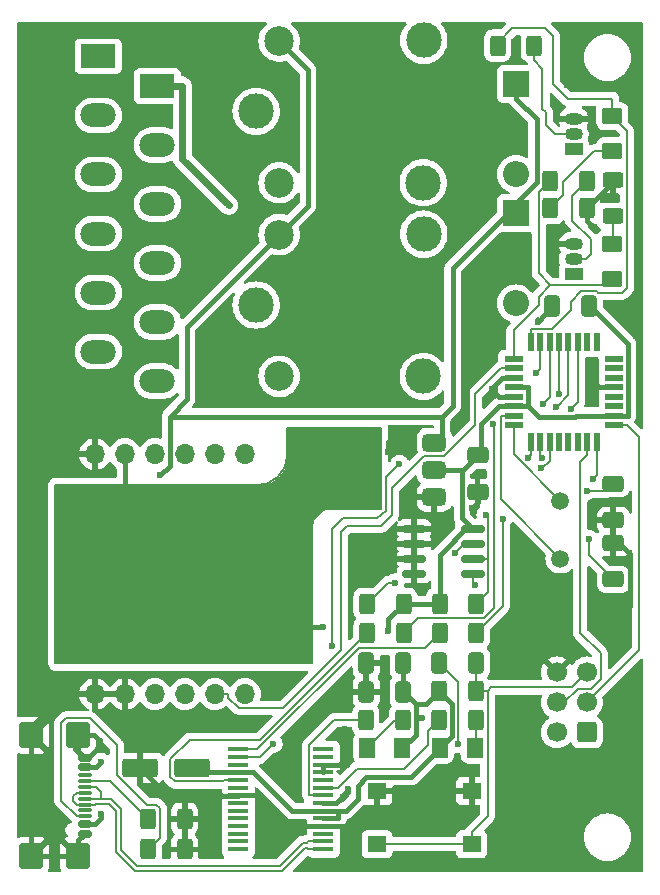
<source format=gbr>
%TF.GenerationSoftware,KiCad,Pcbnew,8.0.1*%
%TF.CreationDate,2024-07-07T22:58:04+02:00*%
%TF.ProjectId,kicad8_atmega328_relay_module,6b696361-6438-45f6-9174-6d6567613332,rev?*%
%TF.SameCoordinates,Original*%
%TF.FileFunction,Copper,L1,Top*%
%TF.FilePolarity,Positive*%
%FSLAX46Y46*%
G04 Gerber Fmt 4.6, Leading zero omitted, Abs format (unit mm)*
G04 Created by KiCad (PCBNEW 8.0.1) date 2024-07-07 22:58:04*
%MOMM*%
%LPD*%
G01*
G04 APERTURE LIST*
G04 Aperture macros list*
%AMRoundRect*
0 Rectangle with rounded corners*
0 $1 Rounding radius*
0 $2 $3 $4 $5 $6 $7 $8 $9 X,Y pos of 4 corners*
0 Add a 4 corners polygon primitive as box body*
4,1,4,$2,$3,$4,$5,$6,$7,$8,$9,$2,$3,0*
0 Add four circle primitives for the rounded corners*
1,1,$1+$1,$2,$3*
1,1,$1+$1,$4,$5*
1,1,$1+$1,$6,$7*
1,1,$1+$1,$8,$9*
0 Add four rect primitives between the rounded corners*
20,1,$1+$1,$2,$3,$4,$5,0*
20,1,$1+$1,$4,$5,$6,$7,0*
20,1,$1+$1,$6,$7,$8,$9,0*
20,1,$1+$1,$8,$9,$2,$3,0*%
G04 Aperture macros list end*
%TA.AperFunction,Conductor*%
%ADD10C,0.200000*%
%TD*%
%TA.AperFunction,SMDPad,CuDef*%
%ADD11RoundRect,0.250000X0.412500X0.650000X-0.412500X0.650000X-0.412500X-0.650000X0.412500X-0.650000X0*%
%TD*%
%TA.AperFunction,ComponentPad*%
%ADD12C,1.500000*%
%TD*%
%TA.AperFunction,SMDPad,CuDef*%
%ADD13R,1.600000X1.400000*%
%TD*%
%TA.AperFunction,SMDPad,CuDef*%
%ADD14RoundRect,0.250000X-0.400000X-0.625000X0.400000X-0.625000X0.400000X0.625000X-0.400000X0.625000X0*%
%TD*%
%TA.AperFunction,ComponentPad*%
%ADD15C,3.000000*%
%TD*%
%TA.AperFunction,ComponentPad*%
%ADD16C,2.500000*%
%TD*%
%TA.AperFunction,SMDPad,CuDef*%
%ADD17RoundRect,0.250000X0.400000X0.625000X-0.400000X0.625000X-0.400000X-0.625000X0.400000X-0.625000X0*%
%TD*%
%TA.AperFunction,SMDPad,CuDef*%
%ADD18RoundRect,0.250000X1.250000X0.550000X-1.250000X0.550000X-1.250000X-0.550000X1.250000X-0.550000X0*%
%TD*%
%TA.AperFunction,SMDPad,CuDef*%
%ADD19RoundRect,0.150000X-0.825000X-0.150000X0.825000X-0.150000X0.825000X0.150000X-0.825000X0.150000X0*%
%TD*%
%TA.AperFunction,SMDPad,CuDef*%
%ADD20RoundRect,0.250001X0.624999X-0.462499X0.624999X0.462499X-0.624999X0.462499X-0.624999X-0.462499X0*%
%TD*%
%TA.AperFunction,SMDPad,CuDef*%
%ADD21RoundRect,0.250000X0.650000X-0.412500X0.650000X0.412500X-0.650000X0.412500X-0.650000X-0.412500X0*%
%TD*%
%TA.AperFunction,ComponentPad*%
%ADD22RoundRect,0.250000X0.600000X0.600000X-0.600000X0.600000X-0.600000X-0.600000X0.600000X-0.600000X0*%
%TD*%
%TA.AperFunction,ComponentPad*%
%ADD23C,1.700000*%
%TD*%
%TA.AperFunction,SMDPad,CuDef*%
%ADD24R,1.600000X0.550000*%
%TD*%
%TA.AperFunction,SMDPad,CuDef*%
%ADD25R,0.550000X1.600000*%
%TD*%
%TA.AperFunction,ComponentPad*%
%ADD26R,2.200000X2.200000*%
%TD*%
%TA.AperFunction,ComponentPad*%
%ADD27O,2.200000X2.200000*%
%TD*%
%TA.AperFunction,ComponentPad*%
%ADD28R,1.500000X1.050000*%
%TD*%
%TA.AperFunction,ComponentPad*%
%ADD29O,1.500000X1.050000*%
%TD*%
%TA.AperFunction,SMDPad,CuDef*%
%ADD30RoundRect,0.150000X-0.425000X0.150000X-0.425000X-0.150000X0.425000X-0.150000X0.425000X0.150000X0*%
%TD*%
%TA.AperFunction,SMDPad,CuDef*%
%ADD31RoundRect,0.075000X-0.500000X0.075000X-0.500000X-0.075000X0.500000X-0.075000X0.500000X0.075000X0*%
%TD*%
%TA.AperFunction,SMDPad,CuDef*%
%ADD32RoundRect,0.250000X-0.750000X0.840000X-0.750000X-0.840000X0.750000X-0.840000X0.750000X0.840000X0*%
%TD*%
%TA.AperFunction,SMDPad,CuDef*%
%ADD33RoundRect,0.375000X0.625000X0.375000X-0.625000X0.375000X-0.625000X-0.375000X0.625000X-0.375000X0*%
%TD*%
%TA.AperFunction,SMDPad,CuDef*%
%ADD34RoundRect,0.500000X0.500000X1.400000X-0.500000X1.400000X-0.500000X-1.400000X0.500000X-1.400000X0*%
%TD*%
%TA.AperFunction,SMDPad,CuDef*%
%ADD35RoundRect,0.250000X-0.650000X0.412500X-0.650000X-0.412500X0.650000X-0.412500X0.650000X0.412500X0*%
%TD*%
%TA.AperFunction,SMDPad,CuDef*%
%ADD36RoundRect,0.250001X0.462499X0.624999X-0.462499X0.624999X-0.462499X-0.624999X0.462499X-0.624999X0*%
%TD*%
%TA.AperFunction,SMDPad,CuDef*%
%ADD37RoundRect,0.250001X-0.462499X-0.624999X0.462499X-0.624999X0.462499X0.624999X-0.462499X0.624999X0*%
%TD*%
%TA.AperFunction,ComponentPad*%
%ADD38O,1.700000X1.700000*%
%TD*%
%TA.AperFunction,ComponentPad*%
%ADD39R,3.000000X2.000000*%
%TD*%
%TA.AperFunction,ComponentPad*%
%ADD40O,3.000000X2.000000*%
%TD*%
%TA.AperFunction,SMDPad,CuDef*%
%ADD41RoundRect,0.250001X-0.624999X0.462499X-0.624999X-0.462499X0.624999X-0.462499X0.624999X0.462499X0*%
%TD*%
%TA.AperFunction,SMDPad,CuDef*%
%ADD42R,1.750000X0.450000*%
%TD*%
%TA.AperFunction,SMDPad,CuDef*%
%ADD43RoundRect,0.250000X0.625000X-0.400000X0.625000X0.400000X-0.625000X0.400000X-0.625000X-0.400000X0*%
%TD*%
%TA.AperFunction,ViaPad*%
%ADD44C,0.600000*%
%TD*%
%TA.AperFunction,Conductor*%
%ADD45C,0.400000*%
%TD*%
%TA.AperFunction,Conductor*%
%ADD46C,0.600000*%
%TD*%
G04 APERTURE END LIST*
D10*
%TO.N,VCC*%
X81100000Y-69400000D02*
X81100000Y-68500000D01*
X84000000Y-71900000D02*
X83600000Y-72300000D01*
X81200000Y-69500000D02*
X81200000Y-68400000D01*
X80100000Y-69500000D02*
X81200000Y-69500000D01*
X83600000Y-71800000D02*
X84200000Y-71800000D01*
X81300000Y-69600000D02*
X81300000Y-68200000D01*
X80500000Y-69200000D02*
X80900000Y-69200000D01*
X61750000Y-69700000D02*
X83500000Y-69700000D01*
X83500000Y-84800000D01*
X61750000Y-84800000D01*
X61750000Y-69700000D01*
%TA.AperFunction,Conductor*%
G36*
X61750000Y-69700000D02*
G01*
X83500000Y-69700000D01*
X83500000Y-84800000D01*
X61750000Y-84800000D01*
X61750000Y-69700000D01*
G37*
%TD.AperFunction*%
X80600000Y-69100000D02*
X80800000Y-69100000D01*
X81000000Y-69300000D02*
X81000000Y-68700000D01*
X81396545Y-69724487D02*
X78696581Y-69724487D01*
X81398466Y-67126410D02*
X81396545Y-69724487D01*
X80800000Y-69100000D02*
X80800000Y-69000000D01*
X80400000Y-69300000D02*
X81000000Y-69300000D01*
X79800000Y-69600000D02*
X81300000Y-69600000D01*
X83500000Y-73100000D02*
G75*
G02*
X84900000Y-71700000I1400000J0D01*
G01*
X80900000Y-69200000D02*
X80900000Y-68800000D01*
X83600000Y-71900000D02*
X84000000Y-71900000D01*
X83600000Y-72300000D02*
X83700000Y-71900000D01*
X81398464Y-67126410D02*
G75*
G02*
X78696577Y-69724546I-2601964J1910D01*
G01*
X81400000Y-64900000D02*
X89300000Y-64900000D01*
X89300000Y-71700000D01*
X81400000Y-71700000D01*
X81400000Y-64900000D01*
%TA.AperFunction,Conductor*%
G36*
X81400000Y-64900000D02*
G01*
X89300000Y-64900000D01*
X89300000Y-71700000D01*
X81400000Y-71700000D01*
X81400000Y-64900000D01*
G37*
%TD.AperFunction*%
X80200000Y-69400000D02*
X81100000Y-69400000D01*
%TD*%
D11*
%TO.P,C5,1*%
%TO.N,VCC*%
X106962500Y-54500000D03*
%TO.P,C5,2*%
%TO.N,GND*%
X103837500Y-54500000D03*
%TD*%
D12*
%TO.P,Y1,1,1*%
%TO.N,Net-(U1-XTAL2{slash}PB7)*%
X104500000Y-71050000D03*
%TO.P,Y1,2,2*%
%TO.N,Net-(U1-XTAL1{slash}PB6)*%
X104500000Y-75930000D03*
%TD*%
D13*
%TO.P,SW1,1,1*%
%TO.N,MCU_RESET*%
X97000000Y-100100000D03*
X89000000Y-100100000D03*
%TO.P,SW1,2,2*%
%TO.N,GND*%
X97000000Y-95600000D03*
X89000000Y-95600000D03*
%TD*%
D14*
%TO.P,R4,1*%
%TO.N,Net-(U2-RXD)*%
X88150000Y-82200000D03*
%TO.P,R4,2*%
%TO.N,MCU_TX*%
X91250000Y-82200000D03*
%TD*%
D15*
%TO.P,K1,1*%
%TO.N,RELAY_1_COM*%
X78750000Y-38050000D03*
D16*
%TO.P,K1,2*%
%TO.N,Net-(D3-A)*%
X80700000Y-44100000D03*
D15*
%TO.P,K1,3*%
%TO.N,RELAY_1_NO*%
X92900000Y-44100000D03*
%TO.P,K1,4*%
%TO.N,RELAY_1_NC*%
X92950000Y-32050000D03*
D16*
%TO.P,K1,5*%
%TO.N,VBUS*%
X80700000Y-32100000D03*
%TD*%
D17*
%TO.P,R13,1*%
%TO.N,VCC*%
X91250000Y-79750000D03*
%TO.P,R13,2*%
%TO.N,I2C_SDA*%
X88150000Y-79750000D03*
%TD*%
D14*
%TO.P,R10,1*%
%TO.N,Net-(D5-K)*%
X103650000Y-46250000D03*
%TO.P,R10,2*%
%TO.N,GND*%
X106750000Y-46250000D03*
%TD*%
D18*
%TO.P,C2,1*%
%TO.N,VCC*%
X73350000Y-93650000D03*
%TO.P,C2,2*%
%TO.N,GND*%
X68950000Y-93650000D03*
%TD*%
D19*
%TO.P,U5,1,A0*%
%TO.N,GND*%
X92125000Y-73395000D03*
%TO.P,U5,2,A1*%
X92125000Y-74665000D03*
%TO.P,U5,3,A2*%
X92125000Y-75935000D03*
%TO.P,U5,4,GND*%
X92125000Y-77205000D03*
%TO.P,U5,5,SDA*%
%TO.N,I2C_SDA*%
X97075000Y-77205000D03*
%TO.P,U5,6,SCL*%
%TO.N,I2C_SCL*%
X97075000Y-75935000D03*
%TO.P,U5,7,WP*%
%TO.N,EEPROM_WP*%
X97075000Y-74665000D03*
%TO.P,U5,8,VCC*%
%TO.N,VCC*%
X97075000Y-73395000D03*
%TD*%
D14*
%TO.P,R1,1*%
%TO.N,VCC*%
X94250000Y-87150000D03*
%TO.P,R1,2*%
%TO.N,MCU_RESET*%
X97350000Y-87150000D03*
%TD*%
D20*
%TO.P,D5,1,K*%
%TO.N,Net-(D5-K)*%
X108900000Y-41437500D03*
%TO.P,D5,2,A*%
%TO.N,RELAY_1*%
X108900000Y-38462500D03*
%TD*%
D21*
%TO.P,C8,1*%
%TO.N,Net-(U1-XTAL1{slash}PB6)*%
X109000000Y-77690000D03*
%TO.P,C8,2*%
%TO.N,GND*%
X109000000Y-74565000D03*
%TD*%
D22*
%TO.P,J1,1,MISO*%
%TO.N,MCU_MISO*%
X106750000Y-90640000D03*
D23*
%TO.P,J1,2,VCC*%
%TO.N,VCC*%
X104210000Y-90640000D03*
%TO.P,J1,3,SCK*%
%TO.N,MCU_SCK*%
X106750000Y-88100000D03*
%TO.P,J1,4,MOSI*%
%TO.N,MCU_MOSI*%
X104210000Y-88100000D03*
%TO.P,J1,5,~{RST}*%
%TO.N,MCU_RESET*%
X106750000Y-85560000D03*
%TO.P,J1,6,GND*%
%TO.N,GND*%
X104210000Y-85560000D03*
%TD*%
D24*
%TO.P,U1,1,PD3*%
%TO.N,RELAY_2*%
X100550000Y-59010000D03*
%TO.P,U1,2,PD4*%
%TO.N,W5500_CS*%
X100550000Y-59810000D03*
%TO.P,U1,3,GND*%
%TO.N,GND*%
X100550000Y-60610000D03*
%TO.P,U1,4,VCC*%
%TO.N,VCC*%
X100550000Y-61410000D03*
%TO.P,U1,5,GND*%
%TO.N,GND*%
X100550000Y-62210000D03*
%TO.P,U1,6,VCC*%
%TO.N,VCC*%
X100550000Y-63010000D03*
%TO.P,U1,7,XTAL1/PB6*%
%TO.N,Net-(U1-XTAL1{slash}PB6)*%
X100550000Y-63810000D03*
%TO.P,U1,8,XTAL2/PB7*%
%TO.N,Net-(U1-XTAL2{slash}PB7)*%
X100550000Y-64610000D03*
D25*
%TO.P,U1,9,PD5*%
%TO.N,W5500_INT*%
X102000000Y-66060000D03*
%TO.P,U1,10,PD6*%
%TO.N,W5500_RST*%
X102800000Y-66060000D03*
%TO.P,U1,11,PD7*%
%TO.N,EEPROM_WP*%
X103600000Y-66060000D03*
%TO.P,U1,12,PB0*%
%TO.N,unconnected-(U1-PB0-Pad12)*%
X104400000Y-66060000D03*
%TO.P,U1,13,PB1*%
%TO.N,unconnected-(U1-PB1-Pad13)*%
X105200000Y-66060000D03*
%TO.P,U1,14,PB2*%
%TO.N,unconnected-(U1-PB2-Pad14)*%
X106000000Y-66060000D03*
%TO.P,U1,15,PB3*%
%TO.N,MCU_MOSI*%
X106800000Y-66060000D03*
%TO.P,U1,16,PB4*%
%TO.N,MCU_MISO*%
X107600000Y-66060000D03*
D24*
%TO.P,U1,17,PB5*%
%TO.N,MCU_SCK*%
X109050000Y-64610000D03*
%TO.P,U1,18,AVCC*%
%TO.N,VCC*%
X109050000Y-63810000D03*
%TO.P,U1,19,ADC6*%
%TO.N,unconnected-(U1-ADC6-Pad19)*%
X109050000Y-63010000D03*
%TO.P,U1,20,AREF*%
%TO.N,unconnected-(U1-AREF-Pad20)*%
X109050000Y-62210000D03*
%TO.P,U1,21,GND*%
%TO.N,GND*%
X109050000Y-61410000D03*
%TO.P,U1,22,ADC7*%
%TO.N,unconnected-(U1-ADC7-Pad22)*%
X109050000Y-60610000D03*
%TO.P,U1,23,PC0*%
%TO.N,unconnected-(U1-PC0-Pad23)*%
X109050000Y-59810000D03*
%TO.P,U1,24,PC1*%
%TO.N,unconnected-(U1-PC1-Pad24)*%
X109050000Y-59010000D03*
D25*
%TO.P,U1,25,PC2*%
%TO.N,unconnected-(U1-PC2-Pad25)*%
X107600000Y-57560000D03*
%TO.P,U1,26,PC3*%
%TO.N,unconnected-(U1-PC3-Pad26)*%
X106800000Y-57560000D03*
%TO.P,U1,27,PC4*%
%TO.N,I2C_SDA*%
X106000000Y-57560000D03*
%TO.P,U1,28,PC5*%
%TO.N,I2C_SCL*%
X105200000Y-57560000D03*
%TO.P,U1,29,~{RESET}/PC6*%
%TO.N,MCU_RESET*%
X104400000Y-57560000D03*
%TO.P,U1,30,PD0*%
%TO.N,MCU_RX*%
X103600000Y-57560000D03*
%TO.P,U1,31,PD1*%
%TO.N,MCU_TX*%
X102800000Y-57560000D03*
%TO.P,U1,32,PD2*%
%TO.N,RELAY_1*%
X102000000Y-57560000D03*
%TD*%
D17*
%TO.P,R9,1*%
%TO.N,GND*%
X72700000Y-100550000D03*
%TO.P,R9,2*%
%TO.N,Net-(J3-CC2)*%
X69600000Y-100550000D03*
%TD*%
D14*
%TO.P,R5,1*%
%TO.N,Net-(U2-TXD)*%
X94300000Y-82200000D03*
%TO.P,R5,2*%
%TO.N,MCU_RX*%
X97400000Y-82200000D03*
%TD*%
D26*
%TO.P,D3,1,K*%
%TO.N,VBUS*%
X100750000Y-35750000D03*
D27*
%TO.P,D3,2,A*%
%TO.N,Net-(D3-A)*%
X100750000Y-43370000D03*
%TD*%
D28*
%TO.P,Q2,1,C*%
%TO.N,Net-(D4-A)*%
X105650000Y-51830000D03*
D29*
%TO.P,Q2,2,B*%
%TO.N,Net-(Q2-B)*%
X105650000Y-50560000D03*
%TO.P,Q2,3,E*%
%TO.N,GND*%
X105650000Y-49290000D03*
%TD*%
D11*
%TO.P,C1,1*%
%TO.N,VCC*%
X91212500Y-84750000D03*
%TO.P,C1,2*%
%TO.N,GND*%
X88087500Y-84750000D03*
%TD*%
D30*
%TO.P,J3,A1,GND*%
%TO.N,GND*%
X64240000Y-92800000D03*
%TO.P,J3,A4,VBUS*%
%TO.N,VBUS*%
X64240000Y-93600000D03*
D31*
%TO.P,J3,A5,CC1*%
%TO.N,Net-(J3-CC1)*%
X64240000Y-94750000D03*
%TO.P,J3,A6,D+*%
%TO.N,USB_D+*%
X64240000Y-95750000D03*
%TO.P,J3,A7,D-*%
%TO.N,USB_D-*%
X64240000Y-96250000D03*
%TO.P,J3,A8,SBU1*%
%TO.N,unconnected-(J3-SBU1-PadA8)*%
X64240000Y-97250000D03*
D30*
%TO.P,J3,A9,VBUS*%
%TO.N,VBUS*%
X64240000Y-98400000D03*
%TO.P,J3,A12,GND*%
%TO.N,GND*%
X64240000Y-99200000D03*
%TO.P,J3,B1,GND*%
X64240000Y-99200000D03*
%TO.P,J3,B4,VBUS*%
%TO.N,VBUS*%
X64240000Y-98400000D03*
D31*
%TO.P,J3,B5,CC2*%
%TO.N,Net-(J3-CC2)*%
X64240000Y-97750000D03*
%TO.P,J3,B6,D+*%
%TO.N,USB_D+*%
X64240000Y-96750000D03*
%TO.P,J3,B7,D-*%
%TO.N,USB_D-*%
X64240000Y-95250000D03*
%TO.P,J3,B8,SBU2*%
%TO.N,unconnected-(J3-SBU2-PadB8)*%
X64240000Y-94250000D03*
D30*
%TO.P,J3,B9,VBUS*%
%TO.N,VBUS*%
X64240000Y-93600000D03*
%TO.P,J3,B12,GND*%
%TO.N,GND*%
X64240000Y-92800000D03*
D32*
%TO.P,J3,S1,SHIELD*%
X63665000Y-90890000D03*
X59735000Y-90890000D03*
X63665000Y-101110000D03*
X59735000Y-101110000D03*
%TD*%
D11*
%TO.P,C4,1*%
%TO.N,MCU_RESET*%
X97362500Y-84750000D03*
%TO.P,C4,2*%
%TO.N,Net-(U2-DTR)*%
X94237500Y-84750000D03*
%TD*%
D17*
%TO.P,R2,1*%
%TO.N,Net-(D1-K)*%
X97350000Y-89550000D03*
%TO.P,R2,2*%
%TO.N,Net-(U2-CBUS0)*%
X94250000Y-89550000D03*
%TD*%
D11*
%TO.P,C6,1*%
%TO.N,VCC*%
X91212500Y-87200000D03*
%TO.P,C6,2*%
%TO.N,GND*%
X88087500Y-87200000D03*
%TD*%
D33*
%TO.P,U3,1,GND*%
%TO.N,GND*%
X93850000Y-70700000D03*
%TO.P,U3,2,VO*%
%TO.N,VCC*%
X93850000Y-68400000D03*
D34*
X87550000Y-68400000D03*
D33*
%TO.P,U3,3,VI*%
%TO.N,VBUS*%
X93850000Y-66100000D03*
%TD*%
D35*
%TO.P,C7,1*%
%TO.N,Net-(U1-XTAL2{slash}PB7)*%
X109000000Y-69565000D03*
%TO.P,C7,2*%
%TO.N,GND*%
X109000000Y-72690000D03*
%TD*%
D17*
%TO.P,R8,1*%
%TO.N,GND*%
X72700000Y-97950000D03*
%TO.P,R8,2*%
%TO.N,Net-(J3-CC1)*%
X69600000Y-97950000D03*
%TD*%
D36*
%TO.P,D1,1,K*%
%TO.N,Net-(D1-K)*%
X97287500Y-91950000D03*
%TO.P,D1,2,A*%
%TO.N,VCC*%
X94312500Y-91950000D03*
%TD*%
D14*
%TO.P,R7,1*%
%TO.N,RELAY_2*%
X103650000Y-43950000D03*
%TO.P,R7,2*%
%TO.N,Net-(Q2-B)*%
X106750000Y-43950000D03*
%TD*%
%TO.P,R12,1*%
%TO.N,VCC*%
X94300000Y-79750000D03*
%TO.P,R12,2*%
%TO.N,I2C_SCL*%
X97400000Y-79750000D03*
%TD*%
D26*
%TO.P,D4,1,K*%
%TO.N,VBUS*%
X100750000Y-46690000D03*
D27*
%TO.P,D4,2,A*%
%TO.N,Net-(D4-A)*%
X100750000Y-54310000D03*
%TD*%
D37*
%TO.P,D2,1,K*%
%TO.N,Net-(D2-K)*%
X88162500Y-91950000D03*
%TO.P,D2,2,A*%
%TO.N,VCC*%
X91137500Y-91950000D03*
%TD*%
D15*
%TO.P,K2,1*%
%TO.N,RELAY_2_COM*%
X78750000Y-54450000D03*
D16*
%TO.P,K2,2*%
%TO.N,Net-(D4-A)*%
X80700000Y-60500000D03*
D15*
%TO.P,K2,3*%
%TO.N,RELAY_2_NO*%
X92900000Y-60500000D03*
%TO.P,K2,4*%
%TO.N,RELAY_2_NC*%
X92950000Y-48450000D03*
D16*
%TO.P,K2,5*%
%TO.N,VBUS*%
X80700000Y-48500000D03*
%TD*%
D38*
%TO.P,U4,1,GND*%
%TO.N,GND*%
X65100000Y-87400000D03*
%TO.P,U4,2,GND*%
X67640000Y-87400000D03*
%TO.P,U4,3,MOSI*%
%TO.N,MCU_MOSI*%
X70180000Y-87400000D03*
%TO.P,U4,4,SCLK*%
%TO.N,MCU_SCK*%
X72720000Y-87400000D03*
%TO.P,U4,5,~{CS}*%
%TO.N,W5500_CS*%
X75260000Y-87400000D03*
%TO.P,U4,6,~{INT}*%
%TO.N,W5500_INT*%
X77800000Y-87400000D03*
%TO.P,U4,7,GND*%
%TO.N,GND*%
X65100000Y-67080000D03*
%TO.P,U4,8,VDD*%
%TO.N,VCC*%
X67640000Y-67080000D03*
%TO.P,U4,9,VDD*%
X70180000Y-67080000D03*
%TO.P,U4,10,NC*%
%TO.N,unconnected-(U4-NC-Pad10)*%
X72720000Y-67080000D03*
%TO.P,U4,11,~{RST}*%
%TO.N,W5500_RST*%
X75260000Y-67080000D03*
%TO.P,U4,12,MISO*%
%TO.N,MCU_MISO*%
X77800000Y-67080000D03*
%TD*%
D28*
%TO.P,Q1,1,C*%
%TO.N,Net-(D3-A)*%
X105650000Y-41250000D03*
D29*
%TO.P,Q1,2,B*%
%TO.N,Net-(Q1-B)*%
X105650000Y-39980000D03*
%TO.P,Q1,3,E*%
%TO.N,GND*%
X105650000Y-38710000D03*
%TD*%
D35*
%TO.P,C3,1*%
%TO.N,VCC*%
X97500000Y-67187500D03*
%TO.P,C3,2*%
%TO.N,GND*%
X97500000Y-70312500D03*
%TD*%
D39*
%TO.P,J4,1,Pin_1*%
%TO.N,RELAY_1_NO*%
X65400000Y-33400000D03*
X70400000Y-35900000D03*
D40*
%TO.P,J4,2,Pin_2*%
%TO.N,RELAY_1_COM*%
X65400000Y-38400000D03*
X70400000Y-40900000D03*
%TO.P,J4,3,Pin_3*%
%TO.N,RELAY_1_NC*%
X65400000Y-43400000D03*
X70400000Y-45900000D03*
%TO.P,J4,4,Pin_4*%
%TO.N,RELAY_2_NO*%
X65400000Y-48400000D03*
X70400000Y-50900000D03*
%TO.P,J4,5,Pin_5*%
%TO.N,RELAY_2_COM*%
X65400000Y-53400000D03*
X70400000Y-55900000D03*
%TO.P,J4,6,Pin_6*%
%TO.N,RELAY_2_NC*%
X65400000Y-58400000D03*
X70400000Y-60900000D03*
%TD*%
D41*
%TO.P,D6,1,K*%
%TO.N,Net-(D6-K)*%
X108900000Y-49312500D03*
%TO.P,D6,2,A*%
%TO.N,RELAY_2*%
X108900000Y-52287500D03*
%TD*%
D14*
%TO.P,R6,1*%
%TO.N,RELAY_1*%
X99200000Y-32500000D03*
%TO.P,R6,2*%
%TO.N,Net-(Q1-B)*%
X102300000Y-32500000D03*
%TD*%
D17*
%TO.P,R3,1*%
%TO.N,Net-(D2-K)*%
X91150000Y-89600000D03*
%TO.P,R3,2*%
%TO.N,Net-(U2-CBUS1)*%
X88050000Y-89600000D03*
%TD*%
D42*
%TO.P,U2,1,TXD*%
%TO.N,Net-(U2-TXD)*%
X77250000Y-92075000D03*
%TO.P,U2,2,DTR*%
%TO.N,Net-(U2-DTR)*%
X77250000Y-92725000D03*
%TO.P,U2,3,RTS*%
%TO.N,unconnected-(U2-RTS-Pad3)*%
X77250000Y-93375000D03*
%TO.P,U2,4,VCCIO*%
%TO.N,VCC*%
X77250000Y-94025000D03*
%TO.P,U2,5,RXD*%
%TO.N,Net-(U2-RXD)*%
X77250000Y-94675000D03*
%TO.P,U2,6,RI*%
%TO.N,unconnected-(U2-RI-Pad6)*%
X77250000Y-95325000D03*
%TO.P,U2,7,GND*%
%TO.N,GND*%
X77250000Y-95975000D03*
%TO.P,U2,8*%
%TO.N,N/C*%
X77250000Y-96625000D03*
%TO.P,U2,9,DCR*%
%TO.N,unconnected-(U2-DCR-Pad9)*%
X77250000Y-97275000D03*
%TO.P,U2,10,DCD*%
%TO.N,unconnected-(U2-DCD-Pad10)*%
X77250000Y-97925000D03*
%TO.P,U2,11,CTS*%
%TO.N,unconnected-(U2-CTS-Pad11)*%
X77250000Y-98575000D03*
%TO.P,U2,12,CBUS4*%
%TO.N,unconnected-(U2-CBUS4-Pad12)*%
X77250000Y-99225000D03*
%TO.P,U2,13,CBUS2*%
%TO.N,unconnected-(U2-CBUS2-Pad13)*%
X77250000Y-99875000D03*
%TO.P,U2,14,CBUS3*%
%TO.N,unconnected-(U2-CBUS3-Pad14)*%
X77250000Y-100525000D03*
%TO.P,U2,15,USBD+*%
%TO.N,USB_D+*%
X84450000Y-100525000D03*
%TO.P,U2,16,USBD-*%
%TO.N,USB_D-*%
X84450000Y-99875000D03*
%TO.P,U2,17,3V3OUT*%
%TO.N,unconnected-(U2-3V3OUT-Pad17)*%
X84450000Y-99225000D03*
%TO.P,U2,18,GND*%
%TO.N,GND*%
X84450000Y-98575000D03*
%TO.P,U2,19,~{RESET}*%
%TO.N,VCC*%
X84450000Y-97925000D03*
%TO.P,U2,20,VCC*%
X84450000Y-97275000D03*
%TO.P,U2,21,GND*%
%TO.N,GND*%
X84450000Y-96625000D03*
%TO.P,U2,22,CBUS1*%
%TO.N,Net-(U2-CBUS1)*%
X84450000Y-95975000D03*
%TO.P,U2,23,CBUS0*%
%TO.N,Net-(U2-CBUS0)*%
X84450000Y-95325000D03*
%TO.P,U2,24*%
%TO.N,N/C*%
X84450000Y-94675000D03*
%TO.P,U2,25,AGND*%
%TO.N,GND*%
X84450000Y-94025000D03*
%TO.P,U2,26,TEST*%
X84450000Y-93375000D03*
%TO.P,U2,27,OSCI*%
%TO.N,unconnected-(U2-OSCI-Pad27)*%
X84450000Y-92725000D03*
%TO.P,U2,28,OSCO*%
%TO.N,unconnected-(U2-OSCO-Pad28)*%
X84450000Y-92075000D03*
%TD*%
D43*
%TO.P,R11,1*%
%TO.N,Net-(D6-K)*%
X108950000Y-46950000D03*
%TO.P,R11,2*%
%TO.N,GND*%
X108950000Y-43850000D03*
%TD*%
D44*
%TO.N,GND*%
X86450000Y-93350000D03*
X105100000Y-35800000D03*
X86500000Y-95400000D03*
X98700000Y-61550000D03*
X80650000Y-98100000D03*
X87450000Y-97800000D03*
X96600000Y-57350000D03*
X107200000Y-47750000D03*
X97100000Y-44350000D03*
X107250000Y-81400000D03*
X86250000Y-90350000D03*
X97000000Y-71600000D03*
X104250000Y-37350000D03*
X95500000Y-38100000D03*
X104150000Y-49300000D03*
X89950000Y-52150000D03*
X89900000Y-66900000D03*
X102650000Y-55850000D03*
X65500000Y-91400000D03*
X86250000Y-88500000D03*
X100200000Y-88300000D03*
X97650000Y-51800000D03*
X87950000Y-74950000D03*
X88150000Y-43950000D03*
X96250000Y-64450000D03*
X91050000Y-64900000D03*
X109000000Y-81400000D03*
X88750000Y-58800000D03*
X62300000Y-86050000D03*
X94850000Y-73500000D03*
X105850000Y-83900000D03*
X91550000Y-70712500D03*
X107150000Y-61400000D03*
%TO.N,VCC*%
X89939400Y-82037600D03*
X84400000Y-81700000D03*
X92821200Y-89393400D03*
%TO.N,Net-(U2-DTR)*%
X80202200Y-91589000D03*
X95865700Y-91589000D03*
%TO.N,MCU_RESET*%
X104384000Y-62027200D03*
%TO.N,Net-(U1-XTAL1{slash}PB6)*%
X106944000Y-74273900D03*
%TO.N,Net-(U1-XTAL2{slash}PB7)*%
X106794000Y-70175200D03*
%TO.N,MCU_MISO*%
X107246000Y-69158500D03*
%TO.N,RELAY_1_NO*%
X76442600Y-46004000D03*
%TO.N,MCU_TX*%
X98785300Y-64510700D03*
X102447000Y-60195000D03*
%TO.N,MCU_RX*%
X103027000Y-62838300D03*
X99621700Y-72536000D03*
%TO.N,VBUS*%
X70652400Y-68866800D03*
X65636900Y-93148500D03*
X65636700Y-97517700D03*
%TO.N,W5500_RST*%
X102925000Y-67412000D03*
%TO.N,W5500_INT*%
X90891700Y-67941700D03*
X85200000Y-83350000D03*
X101769000Y-67372000D03*
%TO.N,I2C_SDA*%
X105428000Y-63255200D03*
X97293400Y-78189800D03*
X90505100Y-77974600D03*
%TO.N,EEPROM_WP*%
X102873000Y-68277600D03*
X95583000Y-75426300D03*
%TO.N,I2C_SCL*%
X98200000Y-72250000D03*
X104161000Y-63059000D03*
%TD*%
D45*
%TO.N,GND*%
X63665000Y-92225000D02*
X64240000Y-92800000D01*
X94745000Y-73395000D02*
X94850000Y-73500000D01*
X68950000Y-93650000D02*
X71300000Y-96000000D01*
X93850000Y-72500000D02*
X93850000Y-70700000D01*
X72700000Y-97950000D02*
X72700000Y-100550000D01*
X109000000Y-74565000D02*
X109515000Y-74565000D01*
X88250000Y-97800000D02*
X89000000Y-97050000D01*
X100550000Y-60610000D02*
X99590000Y-60610000D01*
X104200000Y-38700000D02*
X104200000Y-37400000D01*
X63665000Y-90890000D02*
X63665000Y-92225000D01*
X61550000Y-87400000D02*
X60250000Y-86100000D01*
X84450000Y-93375000D02*
X84450000Y-94025000D01*
X60250000Y-68550000D02*
X61700000Y-67100000D01*
X61550000Y-88350000D02*
X61550000Y-87400000D01*
X110450000Y-79950000D02*
X109000000Y-81400000D01*
X63665000Y-90890000D02*
X64990000Y-90890000D01*
X86250000Y-88500000D02*
X86250000Y-87750000D01*
X107160000Y-61410000D02*
X107150000Y-61400000D01*
X60250000Y-86100000D02*
X60250000Y-68550000D01*
X71300000Y-96000000D02*
X73200000Y-96000000D01*
X84450000Y-98575000D02*
X86675000Y-98575000D01*
X64240000Y-92800000D02*
X64500000Y-92800000D01*
X104200000Y-37400000D02*
X104250000Y-37350000D01*
X67605000Y-87365000D02*
X67605000Y-85800000D01*
X81125000Y-98575000D02*
X84450000Y-98575000D01*
X98700000Y-61500000D02*
X98700000Y-61550000D01*
X108950000Y-44050000D02*
X108950000Y-43850000D01*
X103837500Y-54500000D02*
X102650000Y-55850000D01*
X65100000Y-87400000D02*
X67640000Y-87400000D01*
X86425000Y-93375000D02*
X86450000Y-93350000D01*
X105850000Y-83900000D02*
X104210000Y-85540000D01*
X89000000Y-97050000D02*
X89000000Y-95600000D01*
X59735000Y-101110000D02*
X59735000Y-90890000D01*
X64990000Y-90890000D02*
X65500000Y-91400000D01*
X80650000Y-98100000D02*
X80650000Y-97500000D01*
X104210000Y-85540000D02*
X104210000Y-85560000D01*
X86450000Y-90550000D02*
X86250000Y-90350000D01*
X68950000Y-91600000D02*
X68950000Y-93650000D01*
X89000000Y-95600000D02*
X97000000Y-95600000D01*
X105650000Y-38710000D02*
X105640000Y-38700000D01*
X67605000Y-85800000D02*
X65100000Y-85800000D01*
X86250000Y-87750000D02*
X86800000Y-87200000D01*
X62550000Y-85800000D02*
X62300000Y-86050000D01*
X73200000Y-96000000D02*
X77225000Y-96000000D01*
X99590000Y-60610000D02*
X98700000Y-61500000D01*
X63665000Y-101110000D02*
X59735000Y-101110000D01*
X86800000Y-87200000D02*
X88087500Y-87200000D01*
X65500000Y-91800000D02*
X65500000Y-91400000D01*
X110450000Y-75500000D02*
X110450000Y-79950000D01*
X61700000Y-67100000D02*
X65080000Y-67100000D01*
X86500000Y-95400000D02*
X86500000Y-95650000D01*
X105650000Y-49290000D02*
X104160000Y-49290000D01*
X105640000Y-38700000D02*
X104200000Y-38700000D01*
X67640000Y-87400000D02*
X67650000Y-87410000D01*
X79125000Y-95975000D02*
X77250000Y-95975000D01*
X109515000Y-74565000D02*
X110450000Y-75500000D01*
X65100000Y-87400000D02*
X65100000Y-85800000D01*
X97500000Y-71100000D02*
X97500000Y-70312500D01*
X80650000Y-97500000D02*
X79125000Y-95975000D01*
X109000000Y-74565000D02*
X109000000Y-72690000D01*
X84450000Y-96625000D02*
X85300000Y-96650000D01*
X97000000Y-71600000D02*
X97500000Y-71100000D01*
X77225000Y-96000000D02*
X77250000Y-95975000D01*
X72700000Y-97950000D02*
X72700000Y-96000000D01*
X94850000Y-73500000D02*
X93850000Y-72500000D01*
X86675000Y-98575000D02*
X87450000Y-97800000D01*
X96600000Y-64100000D02*
X96250000Y-64450000D01*
X87450000Y-97800000D02*
X88250000Y-97800000D01*
X59735000Y-90890000D02*
X59735000Y-90165000D01*
X84450000Y-93375000D02*
X86425000Y-93375000D01*
X92125000Y-75935000D02*
X92125000Y-74665000D01*
X86450000Y-93350000D02*
X86450000Y-90550000D01*
X92125000Y-77205000D02*
X92125000Y-75935000D01*
X59735000Y-90165000D02*
X61550000Y-88350000D01*
X99360000Y-62210000D02*
X98700000Y-61550000D01*
X91550000Y-70712500D02*
X91562500Y-70700000D01*
X106750000Y-46250000D02*
X106750000Y-47300000D01*
X109000000Y-81400000D02*
X107250000Y-81400000D01*
X91562500Y-70700000D02*
X93850000Y-70700000D01*
X89900000Y-66050000D02*
X89900000Y-66900000D01*
X85525000Y-96625000D02*
X84450000Y-96625000D01*
X92125000Y-74665000D02*
X92125000Y-73395000D01*
X88087500Y-87200000D02*
X88087500Y-84750000D01*
X106750000Y-46250000D02*
X108950000Y-44050000D01*
X109050000Y-61410000D02*
X107160000Y-61410000D01*
X80650000Y-98100000D02*
X81125000Y-98575000D01*
X106750000Y-47300000D02*
X107200000Y-47750000D01*
X65100000Y-85800000D02*
X62550000Y-85800000D01*
X104160000Y-49290000D02*
X104150000Y-49300000D01*
X92125000Y-73395000D02*
X94745000Y-73395000D01*
X91050000Y-64900000D02*
X89900000Y-66050000D01*
X65080000Y-67100000D02*
X65100000Y-67080000D01*
X86500000Y-95650000D02*
X85525000Y-96625000D01*
X100550000Y-62210000D02*
X99360000Y-62210000D01*
X64500000Y-92800000D02*
X65500000Y-91800000D01*
X63665000Y-99775000D02*
X64240000Y-99200000D01*
X67650000Y-90300000D02*
X68950000Y-91600000D01*
X67640000Y-87400000D02*
X67605000Y-87365000D01*
X65100000Y-87400000D02*
X61550000Y-87400000D01*
X63665000Y-101110000D02*
X63665000Y-99775000D01*
X96600000Y-57350000D02*
X96600000Y-64100000D01*
X67650000Y-87410000D02*
X67650000Y-90300000D01*
%TO.N,VCC*%
X93146400Y-88253600D02*
X94250000Y-87150000D01*
X92266100Y-90821400D02*
X92266100Y-89393400D01*
X96172600Y-68400000D02*
X93850000Y-68400000D01*
X67640000Y-72265000D02*
X67640000Y-67080000D01*
X110252000Y-57789200D02*
X107949000Y-55486900D01*
X89939400Y-81060600D02*
X91250000Y-79750000D01*
X78700000Y-77250000D02*
X72625000Y-77250000D01*
X95320900Y-90941600D02*
X94312500Y-91950000D01*
X97805600Y-66881900D02*
X97500000Y-67187500D01*
X107949000Y-55486900D02*
X106962500Y-54500400D01*
X91838600Y-94423900D02*
X94312500Y-91950000D01*
X85725200Y-97275000D02*
X85726700Y-97275000D01*
X87350000Y-96300000D02*
X87350000Y-95141300D01*
X96172600Y-68400000D02*
X96172600Y-72492600D01*
X84400000Y-81700000D02*
X77075000Y-81700000D01*
X92266100Y-89393400D02*
X92266100Y-88253600D01*
X89939400Y-82037600D02*
X89939400Y-81060600D01*
X72625000Y-77250000D02*
X77075000Y-81700000D01*
X99293800Y-63010000D02*
X97805600Y-64498200D01*
X106962500Y-54500400D02*
X106962500Y-54500000D01*
X96172600Y-72492600D02*
X96793000Y-73113000D01*
X87550000Y-68400000D02*
X78700000Y-77250000D01*
X85726700Y-97275000D02*
X85726700Y-97925000D01*
X96287500Y-68400000D02*
X97500000Y-67187500D01*
X96793000Y-73113000D02*
X94300000Y-75606000D01*
X91137500Y-91950000D02*
X92266100Y-90821400D01*
X86375000Y-97275000D02*
X87350000Y-96300000D01*
X77075000Y-81700000D02*
X72625000Y-77250000D01*
X94300000Y-79750000D02*
X91250000Y-79750000D01*
X81776700Y-97275000D02*
X84450000Y-97275000D01*
X100550000Y-63010000D02*
X99293800Y-63010000D01*
X77250000Y-94025000D02*
X78526700Y-94025000D01*
X84450000Y-97275000D02*
X85725200Y-97275000D01*
X96172600Y-68400000D02*
X96287500Y-68400000D01*
X110252000Y-63810000D02*
X110252000Y-57789200D01*
X101752000Y-61410000D02*
X101752000Y-63010000D01*
X105719000Y-63956900D02*
X105866000Y-63810000D01*
X100550000Y-63010000D02*
X101752000Y-63010000D01*
X88067400Y-94423900D02*
X91838600Y-94423900D01*
X100550000Y-61410000D02*
X101752000Y-61410000D01*
X109050000Y-63810000D02*
X110252000Y-63810000D01*
X97805600Y-64498200D02*
X97805600Y-66881900D01*
X73350000Y-93650000D02*
X73725000Y-94025000D01*
X91212500Y-84750000D02*
X91212500Y-87200000D01*
X101752000Y-63010000D02*
X102699000Y-63956900D01*
X94250000Y-87150000D02*
X95320900Y-88220900D01*
X105866000Y-63810000D02*
X109050000Y-63810000D01*
X78526700Y-94025000D02*
X81776700Y-97275000D01*
X96793000Y-73113000D02*
X97075000Y-73395000D01*
X87350000Y-95141300D02*
X88067400Y-94423900D01*
X95320900Y-88220900D02*
X95320900Y-90941600D01*
X92266100Y-88253600D02*
X93146400Y-88253600D01*
X85726700Y-97925000D02*
X84450000Y-97925000D01*
X73725000Y-94025000D02*
X77250000Y-94025000D01*
X107949000Y-55486900D02*
X106962000Y-54500200D01*
X92821200Y-89393400D02*
X92266100Y-89393400D01*
X72625000Y-77250000D02*
X67640000Y-72265000D01*
X102699000Y-63956900D02*
X105719000Y-63956900D01*
X94300000Y-75606000D02*
X94300000Y-79750000D01*
X92266100Y-88253600D02*
X91212500Y-87200000D01*
X85725200Y-97275000D02*
X86375000Y-97275000D01*
D10*
%TO.N,Net-(U2-DTR)*%
X77250000Y-92725000D02*
X79066200Y-92725000D01*
X95865700Y-91589000D02*
X95865700Y-86378200D01*
X79066200Y-92725000D02*
X80202200Y-91589000D01*
X95865700Y-86378200D02*
X94237500Y-84750000D01*
%TO.N,MCU_RESET*%
X97350000Y-84762500D02*
X97362500Y-84750000D01*
X106750000Y-85560000D02*
X105480000Y-86830000D01*
X104400000Y-62011000D02*
X104400000Y-57560000D01*
X98348400Y-87150000D02*
X97350000Y-87150000D01*
X98668400Y-86830000D02*
X98348400Y-87150000D01*
X97000000Y-99098300D02*
X98348400Y-97749900D01*
X105480000Y-86830000D02*
X98668400Y-86830000D01*
X98348400Y-97749900D02*
X98348400Y-87150000D01*
X104384000Y-62027200D02*
X104400000Y-62011000D01*
X97000000Y-100100000D02*
X97000000Y-99098300D01*
X89000000Y-100100000D02*
X97000000Y-100100000D01*
X97350000Y-87150000D02*
X97350000Y-84762500D01*
%TO.N,Net-(U1-XTAL1{slash}PB6)*%
X100550000Y-63810000D02*
X99448300Y-63810000D01*
X106944000Y-75634300D02*
X109000000Y-77690000D01*
X99448300Y-63810000D02*
X99448300Y-70878300D01*
X99448300Y-70878300D02*
X104500000Y-75930000D01*
X106944000Y-74273900D02*
X106944000Y-75634300D01*
%TO.N,Net-(U1-XTAL2{slash}PB7)*%
X100550000Y-67100000D02*
X104500000Y-71050000D01*
X108390000Y-70175200D02*
X106794000Y-70175200D01*
X100550000Y-64610000D02*
X100550000Y-67100000D01*
X109000000Y-69565000D02*
X108390000Y-70175200D01*
%TO.N,Net-(D1-K)*%
X97350000Y-91887500D02*
X97350000Y-89550000D01*
X97287500Y-91950000D02*
X97350000Y-91887500D01*
%TO.N,Net-(D2-K)*%
X90512500Y-89600000D02*
X91150000Y-89600000D01*
X88162500Y-91950000D02*
X90512500Y-89600000D01*
%TO.N,MCU_MISO*%
X107600000Y-68804400D02*
X107246000Y-69158500D01*
X107600000Y-66060000D02*
X107600000Y-68804400D01*
%TO.N,MCU_SCK*%
X111200000Y-83650000D02*
X111200000Y-65658000D01*
X106750000Y-88100000D02*
X111200000Y-83650000D01*
X110152000Y-64610000D02*
X109050000Y-64610000D01*
X111200000Y-65658000D02*
X110152000Y-64610000D01*
%TO.N,MCU_MOSI*%
X106192000Y-67769900D02*
X106192000Y-82229100D01*
X106192000Y-82229100D02*
X107914000Y-83951600D01*
X107075000Y-86948300D02*
X105990000Y-86948300D01*
X105990000Y-86948300D02*
X104838000Y-88100000D01*
X107914000Y-83951600D02*
X107914000Y-86109200D01*
X106800000Y-67161700D02*
X106192000Y-67769900D01*
X107914000Y-86109200D02*
X107075000Y-86948300D01*
X106800000Y-66060000D02*
X106800000Y-67161700D01*
X104838000Y-88100000D02*
X104210000Y-88100000D01*
D46*
%TO.N,RELAY_1_NO*%
X72501700Y-42063100D02*
X76442600Y-46004000D01*
X72501700Y-35900000D02*
X72501700Y-42063100D01*
X70400000Y-35900000D02*
X72501700Y-35900000D01*
D10*
%TO.N,Net-(D5-K)*%
X108900000Y-41437500D02*
X107393000Y-41437500D01*
X104774000Y-44056500D02*
X104774000Y-45126200D01*
X107393000Y-41437500D02*
X104774000Y-44056500D01*
X104774000Y-45126200D02*
X103650000Y-46250000D01*
%TO.N,Net-(U2-CBUS0)*%
X91260900Y-93710000D02*
X87270150Y-93710000D01*
X93284000Y-90516000D02*
X93284000Y-91686900D01*
X93284000Y-91686900D02*
X91260900Y-93710000D01*
X85655150Y-95325000D02*
X84450000Y-95325000D01*
X94250000Y-89550000D02*
X93284000Y-90516000D01*
X87270150Y-93710000D02*
X85655150Y-95325000D01*
%TO.N,Net-(U2-CBUS1)*%
X83273300Y-91675600D02*
X85348900Y-89600000D01*
X84450000Y-95975000D02*
X83273300Y-95975000D01*
X85348900Y-89600000D02*
X88050000Y-89600000D01*
X83273300Y-95975000D02*
X83273300Y-91675600D01*
%TO.N,MCU_TX*%
X98863300Y-64588700D02*
X98785300Y-64510700D01*
X102800000Y-57560000D02*
X102800000Y-59841600D01*
X91250000Y-82200000D02*
X92475000Y-80975000D01*
X102800000Y-59841600D02*
X102447000Y-60195000D01*
X98010000Y-80975000D02*
X98863300Y-80121700D01*
X92475000Y-80975000D02*
X98010000Y-80975000D01*
X98863300Y-80121700D02*
X98863300Y-64588700D01*
%TO.N,Net-(U2-RXD)*%
X75958200Y-94790100D02*
X71852100Y-94790100D01*
X73135900Y-91266700D02*
X79083300Y-91266700D01*
X76073300Y-94675000D02*
X75958200Y-94790100D01*
X79083300Y-91266700D02*
X88150000Y-82200000D01*
X71852100Y-94790100D02*
X71501000Y-94439000D01*
X71501000Y-92901600D02*
X73135900Y-91266700D01*
X71501000Y-94439000D02*
X71501000Y-92901600D01*
X77250000Y-94675000D02*
X76073300Y-94675000D01*
%TO.N,Net-(U2-TXD)*%
X87445700Y-83483600D02*
X93016400Y-83483600D01*
X77250000Y-92075000D02*
X78854300Y-92075000D01*
X78854300Y-92075000D02*
X87445700Y-83483600D01*
X93016400Y-83483600D02*
X94300000Y-82200000D01*
%TO.N,MCU_RX*%
X103600000Y-57560000D02*
X103600000Y-62265100D01*
X99621700Y-79978300D02*
X99621700Y-72536000D01*
X103600000Y-62265100D02*
X103027000Y-62838300D01*
X97400000Y-82200000D02*
X99621700Y-79978300D01*
%TO.N,RELAY_1*%
X103850000Y-35700000D02*
X105150000Y-37000000D01*
X106265000Y-53297300D02*
X107624000Y-53297300D01*
X99200000Y-32500000D02*
X99200000Y-32250000D01*
X103776000Y-56458300D02*
X105400000Y-54834300D01*
X102000000Y-57560000D02*
X102000000Y-56458300D01*
X105150000Y-37000000D02*
X108900000Y-37000000D01*
X103850000Y-31650000D02*
X103850000Y-35700000D01*
X105400000Y-54162500D02*
X106265000Y-53297300D01*
X100450000Y-31000000D02*
X103200000Y-31000000D01*
X103200000Y-31000000D02*
X103850000Y-31650000D01*
X108900000Y-37000000D02*
X108900000Y-38462500D01*
X102000000Y-56458300D02*
X103776000Y-56458300D01*
X110129000Y-53004600D02*
X110129000Y-39691600D01*
X107722000Y-53395200D02*
X109738000Y-53395200D01*
X110129000Y-39691600D02*
X108900000Y-38462500D01*
X99200000Y-32250000D02*
X100450000Y-31000000D01*
X109738000Y-53395200D02*
X110129000Y-53004600D01*
X105400000Y-54834300D02*
X105400000Y-54162500D01*
X107624000Y-53297300D02*
X107722000Y-53395200D01*
%TO.N,RELAY_2*%
X108900000Y-52287500D02*
X108424000Y-52764000D01*
X100550000Y-56608300D02*
X100550000Y-59010000D01*
X102679000Y-44921300D02*
X103650000Y-43950000D01*
X103670000Y-52764000D02*
X102679000Y-51772400D01*
X102699000Y-53735500D02*
X102699000Y-54459500D01*
X102679000Y-51772400D02*
X102679000Y-44921300D01*
X103670000Y-52764000D02*
X102699000Y-53735500D01*
X102699000Y-54459500D02*
X100550000Y-56608300D01*
X108424000Y-52764000D02*
X103670000Y-52764000D01*
%TO.N,Net-(D6-K)*%
X108950000Y-46950000D02*
X108950000Y-49262500D01*
X108950000Y-49262500D02*
X108900000Y-49312500D01*
D45*
%TO.N,VBUS*%
X94500000Y-63900000D02*
X94500000Y-65450000D01*
X71450000Y-63900000D02*
X94500000Y-63900000D01*
X95400000Y-51339100D02*
X95400000Y-63000000D01*
X65636700Y-97517700D02*
X65636700Y-97863300D01*
X95400000Y-63000000D02*
X94500000Y-63900000D01*
X102500000Y-38735400D02*
X100750000Y-36985400D01*
X102500000Y-44050000D02*
X102500000Y-38735400D01*
X71450000Y-68069200D02*
X71450000Y-63900000D01*
D10*
X100750000Y-45989100D02*
X100750000Y-45800000D01*
D45*
X64240000Y-93600000D02*
X65185400Y-93600000D01*
X72900000Y-56300000D02*
X80700000Y-48500000D01*
X65636700Y-97863300D02*
X65100000Y-98400000D01*
X65100000Y-98400000D02*
X64240000Y-98400000D01*
X71450000Y-63900000D02*
X72900000Y-62450000D01*
X83150000Y-46050000D02*
X83150000Y-34550000D01*
X100750000Y-45800000D02*
X102500000Y-44050000D01*
D10*
X100750000Y-46690000D02*
X100750000Y-45989100D01*
D45*
X100750000Y-45989100D02*
X95400000Y-51339100D01*
X65185400Y-93600000D02*
X65636900Y-93148500D01*
X83150000Y-34550000D02*
X80700000Y-32100000D01*
X72900000Y-62450000D02*
X72900000Y-56300000D01*
X100750000Y-36985400D02*
X100750000Y-35750000D01*
D10*
X94500000Y-65450000D02*
X93850000Y-66100000D01*
D45*
X80700000Y-48500000D02*
X83150000Y-46050000D01*
X70652400Y-68866800D02*
X71450000Y-68069200D01*
D10*
%TO.N,W5500_RST*%
X102800000Y-67287000D02*
X102800000Y-66060000D01*
X102925000Y-67412000D02*
X102800000Y-67287000D01*
%TO.N,W5500_INT*%
X89000000Y-72500000D02*
X89750000Y-71900000D01*
X102000000Y-66060000D02*
X102000000Y-67161700D01*
X86150000Y-72500000D02*
X89000000Y-72500000D01*
X90858300Y-67941700D02*
X90891700Y-67941700D01*
X85200000Y-73450000D02*
X86150000Y-72500000D01*
X85200000Y-83350000D02*
X85200000Y-73450000D01*
X101980000Y-67161700D02*
X101769000Y-67372000D01*
X102000000Y-67161700D02*
X101980000Y-67161700D01*
X89750000Y-71900000D02*
X89750000Y-69050000D01*
X89750000Y-69050000D02*
X90858300Y-67941700D01*
%TO.N,Net-(J3-CC1)*%
X66400000Y-94750000D02*
X69600000Y-97950000D01*
X64240000Y-94750000D02*
X66400000Y-94750000D01*
%TO.N,W5500_CS*%
X75260000Y-87400000D02*
X76411700Y-87400000D01*
X90240700Y-72228800D02*
X90240700Y-69987400D01*
X76411700Y-87400000D02*
X76411700Y-87687900D01*
X81038200Y-88561800D02*
X85900000Y-83700000D01*
X86450000Y-73150000D02*
X89319500Y-73150000D01*
X94682400Y-67250000D02*
X97303900Y-64628500D01*
X77285600Y-88561800D02*
X81038200Y-88561800D01*
X92978100Y-67250000D02*
X94682400Y-67250000D01*
X97303900Y-64628500D02*
X97303900Y-61954400D01*
X97303900Y-61954400D02*
X99448300Y-59810000D01*
X99448300Y-59810000D02*
X100550000Y-59810000D01*
X76411700Y-87687900D02*
X77285600Y-88561800D01*
X85900000Y-83700000D02*
X85900000Y-73700000D01*
X90240700Y-69987400D02*
X92978100Y-67250000D01*
X85900000Y-73700000D02*
X86450000Y-73150000D01*
X89319500Y-73150000D02*
X90240700Y-72228800D01*
%TO.N,Net-(J3-CC2)*%
X62642300Y-89458700D02*
X62254600Y-89846400D01*
X70574700Y-99575300D02*
X70574700Y-97033100D01*
X62254600Y-89846400D02*
X62254600Y-96418400D01*
X66941500Y-94231100D02*
X66941500Y-91725000D01*
X63586200Y-97750000D02*
X64240000Y-97750000D01*
X69600000Y-100550000D02*
X70574700Y-99575300D01*
X62254600Y-96418400D02*
X63586200Y-97750000D01*
X70574700Y-97033100D02*
X70313900Y-96772300D01*
X66941500Y-91725000D02*
X64675200Y-89458700D01*
X69482700Y-96772300D02*
X66941500Y-94231100D01*
X64675200Y-89458700D02*
X62642300Y-89458700D01*
X70313900Y-96772300D02*
X69482700Y-96772300D01*
%TO.N,I2C_SDA*%
X97293400Y-78189800D02*
X97075000Y-77971400D01*
X97075000Y-77971400D02*
X97075000Y-77205000D01*
X106000000Y-57560000D02*
X106000000Y-62683700D01*
X89925400Y-77974600D02*
X88150000Y-79750000D01*
X90505100Y-77974600D02*
X89925400Y-77974600D01*
X106000000Y-62683700D02*
X105428000Y-63255200D01*
%TO.N,EEPROM_WP*%
X95583000Y-75426300D02*
X96344300Y-74665000D01*
X96344300Y-74665000D02*
X97075000Y-74665000D01*
X102946000Y-68277600D02*
X102873000Y-68277600D01*
X103600000Y-66060000D02*
X103600000Y-67624000D01*
X103600000Y-67624000D02*
X102946000Y-68277600D01*
%TO.N,I2C_SCL*%
X104161000Y-63059000D02*
X104203000Y-63059000D01*
X97075000Y-75935000D02*
X98358000Y-75935000D01*
X98358000Y-72408000D02*
X98358000Y-75935000D01*
X104203000Y-63059000D02*
X105200000Y-62061900D01*
X105200000Y-62061900D02*
X105200000Y-57560000D01*
X98358000Y-75935000D02*
X98358000Y-78792000D01*
X98200000Y-72250000D02*
X98358000Y-72408000D01*
X98358000Y-78792000D02*
X97400000Y-79750000D01*
%TO.N,Net-(Q1-B)*%
X103000000Y-37850000D02*
X103300000Y-38150000D01*
X103000000Y-34450000D02*
X103000000Y-37850000D01*
X102300000Y-32500000D02*
X102300000Y-33750000D01*
X103300000Y-38150000D02*
X103300000Y-39200000D01*
X104080000Y-39980000D02*
X105650000Y-39980000D01*
X103300000Y-39200000D02*
X104080000Y-39980000D01*
X102300000Y-33750000D02*
X103000000Y-34450000D01*
%TO.N,Net-(Q2-B)*%
X105500000Y-45200000D02*
X106750000Y-43950000D01*
X106702000Y-50560000D02*
X107100000Y-50162000D01*
X105500000Y-47300000D02*
X105500000Y-45200000D01*
X107100000Y-48900000D02*
X105500000Y-47300000D01*
X107100000Y-50162000D02*
X107100000Y-48900000D01*
X105650000Y-50560000D02*
X106702000Y-50560000D01*
%TO.N,USB_D+*%
X63578800Y-95750000D02*
X64240000Y-95750000D01*
X84450000Y-100525000D02*
X83137500Y-100525000D01*
X64240000Y-95750000D02*
X64268800Y-95750000D01*
X63278800Y-96050000D02*
X63578800Y-95750000D01*
X80943200Y-102375000D02*
X68506800Y-102375000D01*
X68506800Y-102375000D02*
X66875000Y-100743000D01*
X65102500Y-96750000D02*
X64240000Y-96750000D01*
X66306800Y-96725000D02*
X65127500Y-96725000D01*
X65127500Y-96725000D02*
X65102500Y-96750000D01*
X63278800Y-96450000D02*
X63278800Y-96050000D01*
X63578800Y-96750000D02*
X63278800Y-96450000D01*
X64240000Y-96750000D02*
X63578800Y-96750000D01*
X83137500Y-100525000D02*
X83037500Y-100425000D01*
X66875000Y-97293200D02*
X66306800Y-96725000D01*
X82893200Y-100425000D02*
X80943200Y-102375000D01*
X66875000Y-100743000D02*
X66875000Y-97293200D01*
X83037500Y-100425000D02*
X82893200Y-100425000D01*
%TO.N,USB_D-*%
X66493200Y-96275000D02*
X65650000Y-96275000D01*
X84450000Y-99875000D02*
X83137500Y-99875000D01*
X64240000Y-95250000D02*
X65228800Y-95250000D01*
X65228800Y-95250000D02*
X65650000Y-95671200D01*
X65102500Y-96250000D02*
X64240000Y-96250000D01*
X83137500Y-99875000D02*
X83037500Y-99975000D01*
X83037500Y-99975000D02*
X82706800Y-99975000D01*
X67325000Y-100557000D02*
X67325000Y-97106800D01*
X82706800Y-99975000D02*
X80756800Y-101925000D01*
X68693200Y-101925000D02*
X67325000Y-100557000D01*
X65650000Y-95671200D02*
X65650000Y-96275000D01*
X80756800Y-101925000D02*
X68693200Y-101925000D01*
X65650000Y-96275000D02*
X65127500Y-96275000D01*
X67325000Y-97106800D02*
X66493200Y-96275000D01*
X65127500Y-96275000D02*
X65102500Y-96250000D01*
%TD*%
%TA.AperFunction,Conductor*%
%TO.N,GND*%
G36*
X79603608Y-30520185D02*
G01*
X79649363Y-30572989D01*
X79659307Y-30642147D01*
X79630282Y-30705703D01*
X79609081Y-30724584D01*
X79609151Y-30724672D01*
X79607545Y-30725952D01*
X79606422Y-30726953D01*
X79605522Y-30727566D01*
X79413198Y-30906014D01*
X79249614Y-31111143D01*
X79118432Y-31338356D01*
X79022582Y-31582578D01*
X79022576Y-31582597D01*
X78964197Y-31838374D01*
X78964196Y-31838379D01*
X78944592Y-32099995D01*
X78944592Y-32100004D01*
X78964196Y-32361620D01*
X78964197Y-32361625D01*
X79022576Y-32617402D01*
X79022578Y-32617411D01*
X79022580Y-32617416D01*
X79118432Y-32861643D01*
X79249614Y-33088857D01*
X79381736Y-33254533D01*
X79413198Y-33293985D01*
X79594753Y-33462441D01*
X79605521Y-33472433D01*
X79822296Y-33620228D01*
X79822301Y-33620230D01*
X79822302Y-33620231D01*
X79822303Y-33620232D01*
X79947843Y-33680688D01*
X80058673Y-33734061D01*
X80058674Y-33734061D01*
X80058677Y-33734063D01*
X80309385Y-33811396D01*
X80568818Y-33850500D01*
X80831182Y-33850500D01*
X81090615Y-33811396D01*
X81271517Y-33755594D01*
X81341380Y-33754645D01*
X81395748Y-33786405D01*
X82413181Y-34803838D01*
X82446666Y-34865161D01*
X82449500Y-34891519D01*
X82449500Y-43166449D01*
X82429815Y-43233488D01*
X82377011Y-43279243D01*
X82307853Y-43289187D01*
X82244297Y-43260162D01*
X82218113Y-43228449D01*
X82182317Y-43166449D01*
X82150386Y-43111143D01*
X81986805Y-42906019D01*
X81986804Y-42906018D01*
X81986801Y-42906014D01*
X81794479Y-42727567D01*
X81762971Y-42706085D01*
X81577704Y-42579772D01*
X81577700Y-42579770D01*
X81577697Y-42579768D01*
X81577696Y-42579767D01*
X81341325Y-42465938D01*
X81341327Y-42465938D01*
X81090623Y-42388606D01*
X81090619Y-42388605D01*
X81090615Y-42388604D01*
X80958258Y-42368654D01*
X80831187Y-42349500D01*
X80831182Y-42349500D01*
X80568818Y-42349500D01*
X80568812Y-42349500D01*
X80407247Y-42373853D01*
X80309385Y-42388604D01*
X80309382Y-42388605D01*
X80309376Y-42388606D01*
X80058673Y-42465938D01*
X79822303Y-42579767D01*
X79822302Y-42579768D01*
X79822296Y-42579771D01*
X79822296Y-42579772D01*
X79814371Y-42585175D01*
X79605520Y-42727567D01*
X79413198Y-42906014D01*
X79249614Y-43111143D01*
X79118432Y-43338356D01*
X79022582Y-43582578D01*
X79022576Y-43582597D01*
X78964197Y-43838374D01*
X78964196Y-43838379D01*
X78944592Y-44099995D01*
X78944592Y-44100004D01*
X78964196Y-44361620D01*
X78964197Y-44361625D01*
X79022576Y-44617402D01*
X79022578Y-44617411D01*
X79022580Y-44617416D01*
X79118432Y-44861643D01*
X79249614Y-45088857D01*
X79325741Y-45184317D01*
X79413198Y-45293985D01*
X79594753Y-45462441D01*
X79605521Y-45472433D01*
X79822296Y-45620228D01*
X79822301Y-45620230D01*
X79822302Y-45620231D01*
X79822303Y-45620232D01*
X79947843Y-45680688D01*
X80058673Y-45734061D01*
X80058674Y-45734061D01*
X80058677Y-45734063D01*
X80309385Y-45811396D01*
X80568818Y-45850500D01*
X80831182Y-45850500D01*
X81090615Y-45811396D01*
X81341323Y-45734063D01*
X81528111Y-45644110D01*
X81577696Y-45620232D01*
X81577696Y-45620231D01*
X81577704Y-45620228D01*
X81794479Y-45472433D01*
X81986805Y-45293981D01*
X82150386Y-45088857D01*
X82218113Y-44971549D01*
X82268680Y-44923334D01*
X82337287Y-44910111D01*
X82402152Y-44936079D01*
X82442680Y-44992994D01*
X82449500Y-45033550D01*
X82449500Y-45708480D01*
X82429815Y-45775519D01*
X82413181Y-45796161D01*
X81395747Y-46813594D01*
X81334424Y-46847079D01*
X81271517Y-46844404D01*
X81090627Y-46788607D01*
X81090620Y-46788605D01*
X81090615Y-46788604D01*
X80965823Y-46769794D01*
X80831187Y-46749500D01*
X80831182Y-46749500D01*
X80568818Y-46749500D01*
X80568812Y-46749500D01*
X80408039Y-46773734D01*
X80309385Y-46788604D01*
X80309382Y-46788605D01*
X80309376Y-46788606D01*
X80058673Y-46865938D01*
X79822303Y-46979767D01*
X79822302Y-46979768D01*
X79605520Y-47127567D01*
X79413198Y-47306014D01*
X79249614Y-47511143D01*
X79118432Y-47738356D01*
X79022582Y-47982578D01*
X79022576Y-47982597D01*
X78964197Y-48238374D01*
X78964196Y-48238379D01*
X78944592Y-48499995D01*
X78944592Y-48500004D01*
X78964196Y-48761620D01*
X78964197Y-48761625D01*
X79022579Y-49017414D01*
X79040649Y-49063458D01*
X79046816Y-49133055D01*
X79014378Y-49194938D01*
X79012901Y-49196440D01*
X72576266Y-55633076D01*
X72514943Y-55666561D01*
X72445251Y-55661577D01*
X72389318Y-55619705D01*
X72366112Y-55564791D01*
X72363553Y-55548632D01*
X72335661Y-55462791D01*
X72322722Y-55422968D01*
X72290568Y-55324008D01*
X72290566Y-55324005D01*
X72290566Y-55324003D01*
X72183342Y-55113566D01*
X72129064Y-55038859D01*
X72044517Y-54922490D01*
X71877510Y-54755483D01*
X71686433Y-54616657D01*
X71658678Y-54602515D01*
X71475996Y-54509433D01*
X71251368Y-54436446D01*
X71018097Y-54399500D01*
X71018092Y-54399500D01*
X69781908Y-54399500D01*
X69781903Y-54399500D01*
X69548631Y-54436446D01*
X69324003Y-54509433D01*
X69113566Y-54616657D01*
X69036373Y-54672742D01*
X68922490Y-54755483D01*
X68922488Y-54755485D01*
X68922487Y-54755485D01*
X68755485Y-54922487D01*
X68755485Y-54922488D01*
X68755483Y-54922490D01*
X68742747Y-54940020D01*
X68616657Y-55113566D01*
X68509433Y-55324003D01*
X68436446Y-55548631D01*
X68399500Y-55781902D01*
X68399500Y-56018097D01*
X68436446Y-56251368D01*
X68509433Y-56475996D01*
X68600500Y-56654723D01*
X68616657Y-56686433D01*
X68755483Y-56877510D01*
X68922490Y-57044517D01*
X69113567Y-57183343D01*
X69212991Y-57234002D01*
X69324003Y-57290566D01*
X69324005Y-57290566D01*
X69324008Y-57290568D01*
X69444412Y-57329689D01*
X69548631Y-57363553D01*
X69781903Y-57400500D01*
X69781908Y-57400500D01*
X71018097Y-57400500D01*
X71251368Y-57363553D01*
X71475992Y-57290568D01*
X71686433Y-57183343D01*
X71877510Y-57044517D01*
X71987819Y-56934208D01*
X72049142Y-56900723D01*
X72118834Y-56905707D01*
X72174767Y-56947579D01*
X72199184Y-57013043D01*
X72199500Y-57021889D01*
X72199500Y-59778111D01*
X72179815Y-59845150D01*
X72127011Y-59890905D01*
X72057853Y-59900849D01*
X71994297Y-59871824D01*
X71987819Y-59865792D01*
X71877512Y-59755485D01*
X71877510Y-59755483D01*
X71686433Y-59616657D01*
X71585412Y-59565184D01*
X71475996Y-59509433D01*
X71251368Y-59436446D01*
X71018097Y-59399500D01*
X71018092Y-59399500D01*
X69781908Y-59399500D01*
X69781903Y-59399500D01*
X69548631Y-59436446D01*
X69324003Y-59509433D01*
X69113566Y-59616657D01*
X69021783Y-59683342D01*
X68922490Y-59755483D01*
X68922488Y-59755485D01*
X68922487Y-59755485D01*
X68755485Y-59922487D01*
X68755485Y-59922488D01*
X68755483Y-59922490D01*
X68711822Y-59982584D01*
X68616657Y-60113566D01*
X68509433Y-60324003D01*
X68436446Y-60548631D01*
X68399500Y-60781902D01*
X68399500Y-61018097D01*
X68436446Y-61251368D01*
X68509433Y-61475996D01*
X68599205Y-61652182D01*
X68616657Y-61686433D01*
X68755483Y-61877510D01*
X68922490Y-62044517D01*
X69113567Y-62183343D01*
X69169533Y-62211859D01*
X69324003Y-62290566D01*
X69324005Y-62290566D01*
X69324008Y-62290568D01*
X69382275Y-62309500D01*
X69548631Y-62363553D01*
X69781903Y-62400500D01*
X69781908Y-62400500D01*
X71018097Y-62400500D01*
X71251368Y-62363553D01*
X71334871Y-62336421D01*
X71475992Y-62290568D01*
X71686433Y-62183343D01*
X71877510Y-62044517D01*
X71987819Y-61934208D01*
X72049142Y-61900723D01*
X72118834Y-61905707D01*
X72174767Y-61947579D01*
X72199184Y-62013043D01*
X72199500Y-62021889D01*
X72199500Y-62108480D01*
X72179815Y-62175519D01*
X72163181Y-62196161D01*
X70905888Y-63453453D01*
X70905887Y-63453454D01*
X70829222Y-63568192D01*
X70776421Y-63695667D01*
X70776418Y-63695679D01*
X70752749Y-63814672D01*
X70752749Y-63814676D01*
X70749500Y-63831007D01*
X70749500Y-65672855D01*
X70729815Y-65739894D01*
X70677011Y-65785649D01*
X70607853Y-65795593D01*
X70593408Y-65792630D01*
X70415416Y-65744939D01*
X70415412Y-65744938D01*
X70415408Y-65744937D01*
X70415406Y-65744936D01*
X70415403Y-65744936D01*
X70180001Y-65724341D01*
X70179999Y-65724341D01*
X69944596Y-65744936D01*
X69944586Y-65744938D01*
X69716344Y-65806094D01*
X69716335Y-65806098D01*
X69502171Y-65905964D01*
X69502169Y-65905965D01*
X69308597Y-66041505D01*
X69141505Y-66208597D01*
X69011575Y-66394158D01*
X68956998Y-66437783D01*
X68887500Y-66444977D01*
X68825145Y-66413454D01*
X68808425Y-66394158D01*
X68678494Y-66208597D01*
X68511402Y-66041506D01*
X68511395Y-66041501D01*
X68317834Y-65905967D01*
X68317830Y-65905965D01*
X68209498Y-65855449D01*
X68103663Y-65806097D01*
X68103659Y-65806096D01*
X68103655Y-65806094D01*
X67875413Y-65744938D01*
X67875403Y-65744936D01*
X67640001Y-65724341D01*
X67639999Y-65724341D01*
X67404596Y-65744936D01*
X67404586Y-65744938D01*
X67176344Y-65806094D01*
X67176335Y-65806098D01*
X66962171Y-65905964D01*
X66962169Y-65905965D01*
X66768597Y-66041505D01*
X66601508Y-66208594D01*
X66471269Y-66394595D01*
X66416692Y-66438219D01*
X66347193Y-66445412D01*
X66284839Y-66413890D01*
X66268119Y-66394594D01*
X66138113Y-66208926D01*
X66138108Y-66208920D01*
X65971082Y-66041894D01*
X65777578Y-65906399D01*
X65563492Y-65806570D01*
X65563486Y-65806567D01*
X65350000Y-65749364D01*
X65350000Y-66646988D01*
X65292993Y-66614075D01*
X65165826Y-66580000D01*
X65034174Y-66580000D01*
X64907007Y-66614075D01*
X64850000Y-66646988D01*
X64850000Y-65749364D01*
X64849999Y-65749364D01*
X64636513Y-65806567D01*
X64636507Y-65806570D01*
X64422422Y-65906399D01*
X64422420Y-65906400D01*
X64228926Y-66041886D01*
X64228920Y-66041891D01*
X64061891Y-66208920D01*
X64061886Y-66208926D01*
X63926400Y-66402420D01*
X63926399Y-66402422D01*
X63826570Y-66616507D01*
X63826567Y-66616513D01*
X63769364Y-66829999D01*
X63769364Y-66830000D01*
X64666988Y-66830000D01*
X64634075Y-66887007D01*
X64600000Y-67014174D01*
X64600000Y-67145826D01*
X64634075Y-67272993D01*
X64666988Y-67330000D01*
X63769364Y-67330000D01*
X63826567Y-67543486D01*
X63826570Y-67543492D01*
X63926399Y-67757578D01*
X64061894Y-67951082D01*
X64228917Y-68118105D01*
X64422421Y-68253600D01*
X64636507Y-68353429D01*
X64636516Y-68353433D01*
X64850000Y-68410634D01*
X64850000Y-67513012D01*
X64907007Y-67545925D01*
X65034174Y-67580000D01*
X65165826Y-67580000D01*
X65292993Y-67545925D01*
X65350000Y-67513012D01*
X65350000Y-68410633D01*
X65563483Y-68353433D01*
X65563492Y-68353429D01*
X65777578Y-68253600D01*
X65971082Y-68118105D01*
X66138105Y-67951082D01*
X66268119Y-67765405D01*
X66322696Y-67721781D01*
X66392195Y-67714588D01*
X66454549Y-67746110D01*
X66471269Y-67765405D01*
X66601505Y-67951401D01*
X66601506Y-67951402D01*
X66768597Y-68118494D01*
X66886623Y-68201136D01*
X66930248Y-68255713D01*
X66939500Y-68302711D01*
X66939500Y-68975500D01*
X66919815Y-69042539D01*
X66867011Y-69088294D01*
X66815500Y-69099500D01*
X61670943Y-69099500D01*
X61518216Y-69140423D01*
X61518209Y-69140426D01*
X61381290Y-69219475D01*
X61381282Y-69219481D01*
X61269481Y-69331282D01*
X61269475Y-69331290D01*
X61190426Y-69468209D01*
X61190423Y-69468216D01*
X61149500Y-69620943D01*
X61149500Y-84879057D01*
X61190409Y-85031729D01*
X61190423Y-85031783D01*
X61190426Y-85031790D01*
X61269475Y-85168709D01*
X61269479Y-85168714D01*
X61269480Y-85168716D01*
X61381284Y-85280520D01*
X61381286Y-85280521D01*
X61381290Y-85280524D01*
X61457779Y-85324684D01*
X61518216Y-85359577D01*
X61670943Y-85400500D01*
X61829057Y-85400500D01*
X83050903Y-85400500D01*
X83117942Y-85420185D01*
X83163697Y-85472989D01*
X83173641Y-85542147D01*
X83144616Y-85605703D01*
X83138584Y-85612181D01*
X80825784Y-87924981D01*
X80764461Y-87958466D01*
X80738103Y-87961300D01*
X79209341Y-87961300D01*
X79142302Y-87941615D01*
X79096547Y-87888811D01*
X79086603Y-87819653D01*
X79089566Y-87805207D01*
X79090935Y-87800099D01*
X79135063Y-87635408D01*
X79155659Y-87400000D01*
X79135063Y-87164592D01*
X79073903Y-86936337D01*
X78974035Y-86722171D01*
X78968731Y-86714595D01*
X78838494Y-86528597D01*
X78671402Y-86361506D01*
X78671395Y-86361501D01*
X78477834Y-86225967D01*
X78477830Y-86225965D01*
X78415562Y-86196929D01*
X78263663Y-86126097D01*
X78263659Y-86126096D01*
X78263655Y-86126094D01*
X78035413Y-86064938D01*
X78035403Y-86064936D01*
X77800001Y-86044341D01*
X77799999Y-86044341D01*
X77564596Y-86064936D01*
X77564586Y-86064938D01*
X77336344Y-86126094D01*
X77336335Y-86126098D01*
X77122171Y-86225964D01*
X77122169Y-86225965D01*
X76928597Y-86361505D01*
X76761508Y-86528594D01*
X76631574Y-86714160D01*
X76576997Y-86757784D01*
X76507498Y-86764977D01*
X76445144Y-86733455D01*
X76428429Y-86714164D01*
X76298495Y-86528599D01*
X76298493Y-86528596D01*
X76131402Y-86361506D01*
X76131395Y-86361501D01*
X75937834Y-86225967D01*
X75937830Y-86225965D01*
X75875562Y-86196929D01*
X75723663Y-86126097D01*
X75723659Y-86126096D01*
X75723655Y-86126094D01*
X75495413Y-86064938D01*
X75495403Y-86064936D01*
X75260001Y-86044341D01*
X75259999Y-86044341D01*
X75024596Y-86064936D01*
X75024586Y-86064938D01*
X74796344Y-86126094D01*
X74796335Y-86126098D01*
X74582171Y-86225964D01*
X74582169Y-86225965D01*
X74388597Y-86361505D01*
X74221505Y-86528597D01*
X74091575Y-86714158D01*
X74036998Y-86757783D01*
X73967500Y-86764977D01*
X73905145Y-86733454D01*
X73888425Y-86714158D01*
X73758494Y-86528597D01*
X73591402Y-86361506D01*
X73591395Y-86361501D01*
X73397834Y-86225967D01*
X73397830Y-86225965D01*
X73335562Y-86196929D01*
X73183663Y-86126097D01*
X73183659Y-86126096D01*
X73183655Y-86126094D01*
X72955413Y-86064938D01*
X72955403Y-86064936D01*
X72720001Y-86044341D01*
X72719999Y-86044341D01*
X72484596Y-86064936D01*
X72484586Y-86064938D01*
X72256344Y-86126094D01*
X72256335Y-86126098D01*
X72042171Y-86225964D01*
X72042169Y-86225965D01*
X71848597Y-86361505D01*
X71681505Y-86528597D01*
X71551575Y-86714158D01*
X71496998Y-86757783D01*
X71427500Y-86764977D01*
X71365145Y-86733454D01*
X71348425Y-86714158D01*
X71218494Y-86528597D01*
X71051402Y-86361506D01*
X71051395Y-86361501D01*
X70857834Y-86225967D01*
X70857830Y-86225965D01*
X70795562Y-86196929D01*
X70643663Y-86126097D01*
X70643659Y-86126096D01*
X70643655Y-86126094D01*
X70415413Y-86064938D01*
X70415403Y-86064936D01*
X70180001Y-86044341D01*
X70179999Y-86044341D01*
X69944596Y-86064936D01*
X69944586Y-86064938D01*
X69716344Y-86126094D01*
X69716335Y-86126098D01*
X69502171Y-86225964D01*
X69502169Y-86225965D01*
X69308597Y-86361505D01*
X69141508Y-86528594D01*
X69011269Y-86714595D01*
X68956692Y-86758219D01*
X68887193Y-86765412D01*
X68824839Y-86733890D01*
X68808119Y-86714594D01*
X68678113Y-86528926D01*
X68678108Y-86528920D01*
X68511082Y-86361894D01*
X68317578Y-86226399D01*
X68103492Y-86126570D01*
X68103486Y-86126567D01*
X67890000Y-86069364D01*
X67890000Y-86966988D01*
X67832993Y-86934075D01*
X67705826Y-86900000D01*
X67574174Y-86900000D01*
X67447007Y-86934075D01*
X67390000Y-86966988D01*
X67390000Y-86069364D01*
X67389999Y-86069364D01*
X67176513Y-86126567D01*
X67176507Y-86126570D01*
X66962422Y-86226399D01*
X66962420Y-86226400D01*
X66768926Y-86361886D01*
X66768920Y-86361891D01*
X66601891Y-86528920D01*
X66601890Y-86528922D01*
X66471575Y-86715031D01*
X66416998Y-86758655D01*
X66347499Y-86765848D01*
X66285145Y-86734326D01*
X66268425Y-86715031D01*
X66138109Y-86528922D01*
X66138108Y-86528920D01*
X65971082Y-86361894D01*
X65777578Y-86226399D01*
X65563492Y-86126570D01*
X65563486Y-86126567D01*
X65350000Y-86069364D01*
X65350000Y-86966988D01*
X65292993Y-86934075D01*
X65165826Y-86900000D01*
X65034174Y-86900000D01*
X64907007Y-86934075D01*
X64850000Y-86966988D01*
X64850000Y-86069364D01*
X64849999Y-86069364D01*
X64636513Y-86126567D01*
X64636507Y-86126570D01*
X64422422Y-86226399D01*
X64422420Y-86226400D01*
X64228926Y-86361886D01*
X64228920Y-86361891D01*
X64061891Y-86528920D01*
X64061886Y-86528926D01*
X63926400Y-86722420D01*
X63926399Y-86722422D01*
X63826570Y-86936507D01*
X63826567Y-86936513D01*
X63769364Y-87149999D01*
X63769364Y-87150000D01*
X64666988Y-87150000D01*
X64634075Y-87207007D01*
X64600000Y-87334174D01*
X64600000Y-87465826D01*
X64634075Y-87592993D01*
X64666988Y-87650000D01*
X63769364Y-87650000D01*
X63826567Y-87863486D01*
X63826570Y-87863492D01*
X63926399Y-88077578D01*
X64061894Y-88271082D01*
X64228917Y-88438105D01*
X64422421Y-88573600D01*
X64525825Y-88621818D01*
X64578264Y-88667990D01*
X64597416Y-88735184D01*
X64577200Y-88802065D01*
X64524035Y-88847400D01*
X64473420Y-88858200D01*
X62728970Y-88858200D01*
X62728954Y-88858199D01*
X62721358Y-88858199D01*
X62563243Y-88858199D01*
X62486879Y-88878661D01*
X62410514Y-88899123D01*
X62410509Y-88899126D01*
X62273590Y-88978175D01*
X62273582Y-88978181D01*
X61878817Y-89372946D01*
X61878814Y-89372948D01*
X61878815Y-89372949D01*
X61774077Y-89477687D01*
X61749106Y-89520941D01*
X61749105Y-89520943D01*
X61720007Y-89571342D01*
X61702592Y-89601506D01*
X61695023Y-89614615D01*
X61654099Y-89767343D01*
X61654099Y-89767345D01*
X61654099Y-89935446D01*
X61654100Y-89935459D01*
X61654100Y-96331730D01*
X61654099Y-96331748D01*
X61654099Y-96497454D01*
X61654098Y-96497454D01*
X61654099Y-96497457D01*
X61695023Y-96650185D01*
X61719427Y-96692454D01*
X61774077Y-96787112D01*
X61774081Y-96787117D01*
X61892949Y-96905985D01*
X61892955Y-96905990D01*
X63104746Y-98117782D01*
X63138231Y-98179105D01*
X63133247Y-98248797D01*
X63091375Y-98304730D01*
X63049159Y-98325237D01*
X62942865Y-98353719D01*
X62942863Y-98353719D01*
X62942863Y-98353720D01*
X62811635Y-98429485D01*
X62811632Y-98429487D01*
X62704487Y-98536632D01*
X62704485Y-98536635D01*
X62628719Y-98667863D01*
X62612181Y-98729587D01*
X62589500Y-98814234D01*
X62589500Y-98965766D01*
X62608708Y-99037451D01*
X62628719Y-99112136D01*
X62665042Y-99175048D01*
X62704485Y-99243365D01*
X62704487Y-99243367D01*
X62792387Y-99331267D01*
X62825872Y-99392590D01*
X62820888Y-99462282D01*
X62779016Y-99518215D01*
X62743711Y-99536654D01*
X62595873Y-99585644D01*
X62532986Y-99624432D01*
X62532986Y-99624433D01*
X63930872Y-101022319D01*
X63964357Y-101083642D01*
X63959373Y-101153334D01*
X63930872Y-101197681D01*
X63752681Y-101375871D01*
X63691358Y-101409356D01*
X63621666Y-101404372D01*
X63577319Y-101375871D01*
X62211149Y-100009701D01*
X62211148Y-100009701D01*
X62175494Y-100117300D01*
X62165000Y-100220013D01*
X62165000Y-101999971D01*
X62165001Y-101999987D01*
X62175494Y-102102697D01*
X62230641Y-102269119D01*
X62230646Y-102269130D01*
X62256104Y-102310403D01*
X62274545Y-102377795D01*
X62253623Y-102444459D01*
X62199981Y-102489229D01*
X62150566Y-102499500D01*
X61249434Y-102499500D01*
X61182395Y-102479815D01*
X61136640Y-102427011D01*
X61126696Y-102357853D01*
X61143896Y-102310403D01*
X61169353Y-102269130D01*
X61169358Y-102269119D01*
X61224505Y-102102697D01*
X61224506Y-102102690D01*
X61234999Y-101999986D01*
X61234999Y-100220028D01*
X61234998Y-100220012D01*
X61224505Y-100117302D01*
X61188850Y-100009702D01*
X61188849Y-100009701D01*
X59822680Y-101375871D01*
X59761357Y-101409356D01*
X59691665Y-101404372D01*
X59647318Y-101375871D01*
X59469127Y-101197680D01*
X59435642Y-101136357D01*
X59440626Y-101066665D01*
X59469127Y-101022318D01*
X60867012Y-99624433D01*
X60867012Y-99624432D01*
X60804128Y-99585645D01*
X60804119Y-99585641D01*
X60637697Y-99530494D01*
X60637690Y-99530493D01*
X60534980Y-99520000D01*
X58935028Y-99520000D01*
X58935012Y-99520001D01*
X58832302Y-99530494D01*
X58663504Y-99586429D01*
X58593676Y-99588831D01*
X58533634Y-99553099D01*
X58502441Y-99490579D01*
X58500500Y-99468723D01*
X58500500Y-92531276D01*
X58520185Y-92464237D01*
X58572989Y-92418482D01*
X58642147Y-92408538D01*
X58663504Y-92413570D01*
X58832302Y-92469505D01*
X58832309Y-92469506D01*
X58935019Y-92479999D01*
X60534971Y-92479999D01*
X60534987Y-92479998D01*
X60637697Y-92469505D01*
X60804119Y-92414358D01*
X60804126Y-92414355D01*
X60867012Y-92375565D01*
X60867012Y-92375564D01*
X59469128Y-90977680D01*
X59435643Y-90916357D01*
X59437528Y-90890000D01*
X60088553Y-90890000D01*
X61188849Y-91990296D01*
X61188850Y-91990296D01*
X61224505Y-91882697D01*
X61224506Y-91882690D01*
X61234999Y-91779986D01*
X61234999Y-90000028D01*
X61234998Y-90000012D01*
X61224505Y-89897302D01*
X61188850Y-89789702D01*
X61188849Y-89789701D01*
X60088553Y-90889999D01*
X60088553Y-90890000D01*
X59437528Y-90890000D01*
X59440627Y-90846665D01*
X59469128Y-90802318D01*
X59735000Y-90536447D01*
X60867012Y-89404433D01*
X60867012Y-89404432D01*
X60804128Y-89365645D01*
X60804119Y-89365641D01*
X60637697Y-89310494D01*
X60637690Y-89310493D01*
X60534980Y-89300000D01*
X58935028Y-89300000D01*
X58935012Y-89300001D01*
X58832302Y-89310494D01*
X58663504Y-89366429D01*
X58593676Y-89368831D01*
X58533634Y-89333099D01*
X58502441Y-89270579D01*
X58500500Y-89248723D01*
X58500500Y-58518097D01*
X63399500Y-58518097D01*
X63436446Y-58751368D01*
X63509433Y-58975996D01*
X63586663Y-59127567D01*
X63616657Y-59186433D01*
X63755483Y-59377510D01*
X63922490Y-59544517D01*
X64113567Y-59683343D01*
X64212991Y-59734002D01*
X64324003Y-59790566D01*
X64324005Y-59790566D01*
X64324008Y-59790568D01*
X64444412Y-59829689D01*
X64548631Y-59863553D01*
X64781903Y-59900500D01*
X64781908Y-59900500D01*
X66018097Y-59900500D01*
X66251368Y-59863553D01*
X66308006Y-59845150D01*
X66475992Y-59790568D01*
X66686433Y-59683343D01*
X66877510Y-59544517D01*
X67044517Y-59377510D01*
X67183343Y-59186433D01*
X67290568Y-58975992D01*
X67363553Y-58751368D01*
X67363849Y-58749500D01*
X67400500Y-58518097D01*
X67400500Y-58281902D01*
X67363553Y-58048631D01*
X67290566Y-57824003D01*
X67234002Y-57712991D01*
X67183343Y-57613567D01*
X67044517Y-57422490D01*
X66877510Y-57255483D01*
X66686433Y-57116657D01*
X66672112Y-57109360D01*
X66475996Y-57009433D01*
X66251368Y-56936446D01*
X66018097Y-56899500D01*
X66018092Y-56899500D01*
X64781908Y-56899500D01*
X64781903Y-56899500D01*
X64548631Y-56936446D01*
X64324003Y-57009433D01*
X64113566Y-57116657D01*
X64021783Y-57183342D01*
X63922490Y-57255483D01*
X63922488Y-57255485D01*
X63922487Y-57255485D01*
X63755485Y-57422487D01*
X63755485Y-57422488D01*
X63755483Y-57422490D01*
X63695862Y-57504550D01*
X63616657Y-57613566D01*
X63509433Y-57824003D01*
X63436446Y-58048631D01*
X63399500Y-58281902D01*
X63399500Y-58518097D01*
X58500500Y-58518097D01*
X58500500Y-53518097D01*
X63399500Y-53518097D01*
X63436446Y-53751368D01*
X63509433Y-53975996D01*
X63564216Y-54083512D01*
X63616657Y-54186433D01*
X63755483Y-54377510D01*
X63922490Y-54544517D01*
X64113567Y-54683343D01*
X64212991Y-54734002D01*
X64324003Y-54790566D01*
X64324005Y-54790566D01*
X64324008Y-54790568D01*
X64439876Y-54828216D01*
X64548631Y-54863553D01*
X64781903Y-54900500D01*
X64781908Y-54900500D01*
X66018097Y-54900500D01*
X66251368Y-54863553D01*
X66475992Y-54790568D01*
X66686433Y-54683343D01*
X66877510Y-54544517D01*
X67044517Y-54377510D01*
X67183343Y-54186433D01*
X67290568Y-53975992D01*
X67363553Y-53751368D01*
X67366370Y-53733583D01*
X67400500Y-53518097D01*
X67400500Y-53281902D01*
X67363553Y-53048631D01*
X67323659Y-52925850D01*
X67290568Y-52824008D01*
X67290566Y-52824005D01*
X67290566Y-52824003D01*
X67215318Y-52676321D01*
X67183343Y-52613567D01*
X67044517Y-52422490D01*
X66877510Y-52255483D01*
X66686433Y-52116657D01*
X66636100Y-52091011D01*
X66475996Y-52009433D01*
X66251368Y-51936446D01*
X66018097Y-51899500D01*
X66018092Y-51899500D01*
X64781908Y-51899500D01*
X64781903Y-51899500D01*
X64548631Y-51936446D01*
X64324003Y-52009433D01*
X64113566Y-52116657D01*
X64049093Y-52163500D01*
X63922490Y-52255483D01*
X63922488Y-52255485D01*
X63922487Y-52255485D01*
X63755485Y-52422487D01*
X63755485Y-52422488D01*
X63755483Y-52422490D01*
X63743506Y-52438975D01*
X63616657Y-52613566D01*
X63509433Y-52824003D01*
X63436446Y-53048631D01*
X63399500Y-53281902D01*
X63399500Y-53518097D01*
X58500500Y-53518097D01*
X58500500Y-51018097D01*
X68399500Y-51018097D01*
X68436446Y-51251368D01*
X68509433Y-51475996D01*
X68569018Y-51592937D01*
X68616657Y-51686433D01*
X68755483Y-51877510D01*
X68922490Y-52044517D01*
X69113567Y-52183343D01*
X69212991Y-52234002D01*
X69324003Y-52290566D01*
X69324005Y-52290566D01*
X69324008Y-52290568D01*
X69444412Y-52329689D01*
X69548631Y-52363553D01*
X69781903Y-52400500D01*
X69781908Y-52400500D01*
X71018097Y-52400500D01*
X71251368Y-52363553D01*
X71475992Y-52290568D01*
X71686433Y-52183343D01*
X71877510Y-52044517D01*
X72044517Y-51877510D01*
X72183343Y-51686433D01*
X72290568Y-51475992D01*
X72363553Y-51251368D01*
X72378464Y-51157223D01*
X72400500Y-51018097D01*
X72400500Y-50781902D01*
X72363553Y-50548631D01*
X72306931Y-50374369D01*
X72290568Y-50324008D01*
X72290566Y-50324005D01*
X72290566Y-50324003D01*
X72195399Y-50137229D01*
X72183343Y-50113567D01*
X72044517Y-49922490D01*
X71877510Y-49755483D01*
X71686433Y-49616657D01*
X71632120Y-49588983D01*
X71475996Y-49509433D01*
X71251368Y-49436446D01*
X71018097Y-49399500D01*
X71018092Y-49399500D01*
X69781908Y-49399500D01*
X69781903Y-49399500D01*
X69548631Y-49436446D01*
X69324003Y-49509433D01*
X69113566Y-49616657D01*
X69021783Y-49683342D01*
X68922490Y-49755483D01*
X68922488Y-49755485D01*
X68922487Y-49755485D01*
X68755485Y-49922487D01*
X68755485Y-49922488D01*
X68755483Y-49922490D01*
X68706640Y-49989716D01*
X68616657Y-50113566D01*
X68509433Y-50324003D01*
X68436446Y-50548631D01*
X68399500Y-50781902D01*
X68399500Y-51018097D01*
X58500500Y-51018097D01*
X58500500Y-48518097D01*
X63399500Y-48518097D01*
X63436446Y-48751368D01*
X63509433Y-48975996D01*
X63592505Y-49139032D01*
X63616657Y-49186433D01*
X63755483Y-49377510D01*
X63922490Y-49544517D01*
X64113567Y-49683343D01*
X64212991Y-49734002D01*
X64324003Y-49790566D01*
X64324005Y-49790566D01*
X64324008Y-49790568D01*
X64444412Y-49829689D01*
X64548631Y-49863553D01*
X64781903Y-49900500D01*
X64781908Y-49900500D01*
X66018097Y-49900500D01*
X66251368Y-49863553D01*
X66275663Y-49855659D01*
X66475992Y-49790568D01*
X66686433Y-49683343D01*
X66877510Y-49544517D01*
X67044517Y-49377510D01*
X67183343Y-49186433D01*
X67290568Y-48975992D01*
X67363553Y-48751368D01*
X67366078Y-48735428D01*
X67400500Y-48518097D01*
X67400500Y-48281902D01*
X67363553Y-48048631D01*
X67310373Y-47884962D01*
X67290568Y-47824008D01*
X67290566Y-47824005D01*
X67290566Y-47824003D01*
X67218446Y-47682460D01*
X67183343Y-47613567D01*
X67044517Y-47422490D01*
X66877510Y-47255483D01*
X66686433Y-47116657D01*
X66475996Y-47009433D01*
X66251368Y-46936446D01*
X66018097Y-46899500D01*
X66018092Y-46899500D01*
X64781908Y-46899500D01*
X64781903Y-46899500D01*
X64548631Y-46936446D01*
X64324003Y-47009433D01*
X64113566Y-47116657D01*
X64086101Y-47136612D01*
X63922490Y-47255483D01*
X63922488Y-47255485D01*
X63922487Y-47255485D01*
X63755485Y-47422487D01*
X63755485Y-47422488D01*
X63755483Y-47422490D01*
X63722629Y-47467710D01*
X63616657Y-47613566D01*
X63509433Y-47824003D01*
X63436446Y-48048631D01*
X63399500Y-48281902D01*
X63399500Y-48518097D01*
X58500500Y-48518097D01*
X58500500Y-46018097D01*
X68399500Y-46018097D01*
X68436446Y-46251368D01*
X68509433Y-46475996D01*
X68610785Y-46674909D01*
X68616657Y-46686433D01*
X68755483Y-46877510D01*
X68922490Y-47044517D01*
X69113567Y-47183343D01*
X69187361Y-47220943D01*
X69324003Y-47290566D01*
X69324005Y-47290566D01*
X69324008Y-47290568D01*
X69437494Y-47327442D01*
X69548631Y-47363553D01*
X69781903Y-47400500D01*
X69781908Y-47400500D01*
X71018097Y-47400500D01*
X71251368Y-47363553D01*
X71312604Y-47343656D01*
X71475992Y-47290568D01*
X71686433Y-47183343D01*
X71877510Y-47044517D01*
X72044517Y-46877510D01*
X72183343Y-46686433D01*
X72290568Y-46475992D01*
X72363553Y-46251368D01*
X72374341Y-46183255D01*
X72400500Y-46018097D01*
X72400500Y-45781902D01*
X72363553Y-45548631D01*
X72306871Y-45374184D01*
X72290568Y-45324008D01*
X72290566Y-45324005D01*
X72290566Y-45324003D01*
X72183342Y-45113566D01*
X72172164Y-45098181D01*
X72044517Y-44922490D01*
X71877510Y-44755483D01*
X71686433Y-44616657D01*
X71475996Y-44509433D01*
X71251368Y-44436446D01*
X71018097Y-44399500D01*
X71018092Y-44399500D01*
X69781908Y-44399500D01*
X69781903Y-44399500D01*
X69548631Y-44436446D01*
X69324003Y-44509433D01*
X69113566Y-44616657D01*
X69046965Y-44665046D01*
X68922490Y-44755483D01*
X68922488Y-44755485D01*
X68922487Y-44755485D01*
X68755485Y-44922487D01*
X68755485Y-44922488D01*
X68755483Y-44922490D01*
X68745610Y-44936079D01*
X68616657Y-45113566D01*
X68509433Y-45324003D01*
X68436446Y-45548631D01*
X68399500Y-45781902D01*
X68399500Y-46018097D01*
X58500500Y-46018097D01*
X58500500Y-43518097D01*
X63399500Y-43518097D01*
X63436446Y-43751368D01*
X63509433Y-43975996D01*
X63572619Y-44100004D01*
X63616657Y-44186433D01*
X63755483Y-44377510D01*
X63922490Y-44544517D01*
X64113567Y-44683343D01*
X64200813Y-44727797D01*
X64324003Y-44790566D01*
X64324005Y-44790566D01*
X64324008Y-44790568D01*
X64444412Y-44829689D01*
X64548631Y-44863553D01*
X64781903Y-44900500D01*
X64781908Y-44900500D01*
X66018097Y-44900500D01*
X66251368Y-44863553D01*
X66257246Y-44861643D01*
X66475992Y-44790568D01*
X66686433Y-44683343D01*
X66877510Y-44544517D01*
X67044517Y-44377510D01*
X67183343Y-44186433D01*
X67290568Y-43975992D01*
X67363553Y-43751368D01*
X67376046Y-43672489D01*
X67400500Y-43518097D01*
X67400500Y-43281902D01*
X67363553Y-43048631D01*
X67304735Y-42867610D01*
X67290568Y-42824008D01*
X67290566Y-42824005D01*
X67290566Y-42824003D01*
X67202161Y-42650500D01*
X67183343Y-42613567D01*
X67044517Y-42422490D01*
X66877510Y-42255483D01*
X66686433Y-42116657D01*
X66642732Y-42094390D01*
X66475996Y-42009433D01*
X66251368Y-41936446D01*
X66018097Y-41899500D01*
X66018092Y-41899500D01*
X64781908Y-41899500D01*
X64781903Y-41899500D01*
X64548631Y-41936446D01*
X64324003Y-42009433D01*
X64113566Y-42116657D01*
X64021783Y-42183342D01*
X63922490Y-42255483D01*
X63922488Y-42255485D01*
X63922487Y-42255485D01*
X63755485Y-42422487D01*
X63755485Y-42422488D01*
X63755483Y-42422490D01*
X63708483Y-42487180D01*
X63616657Y-42613566D01*
X63509433Y-42824003D01*
X63436446Y-43048631D01*
X63399500Y-43281902D01*
X63399500Y-43518097D01*
X58500500Y-43518097D01*
X58500500Y-41018097D01*
X68399500Y-41018097D01*
X68436446Y-41251368D01*
X68509433Y-41475996D01*
X68613461Y-41680160D01*
X68616657Y-41686433D01*
X68755483Y-41877510D01*
X68922490Y-42044517D01*
X69113567Y-42183343D01*
X69188358Y-42221451D01*
X69324003Y-42290566D01*
X69324005Y-42290566D01*
X69324008Y-42290568D01*
X69377215Y-42307856D01*
X69548631Y-42363553D01*
X69781903Y-42400500D01*
X69781908Y-42400500D01*
X71018097Y-42400500D01*
X71251368Y-42363553D01*
X71475992Y-42290568D01*
X71565770Y-42244823D01*
X71634438Y-42231927D01*
X71699179Y-42258203D01*
X71736626Y-42307856D01*
X71792302Y-42442272D01*
X71792309Y-42442285D01*
X71879910Y-42573388D01*
X71879913Y-42573392D01*
X75812784Y-46506262D01*
X75940338Y-46633816D01*
X76005737Y-46674909D01*
X76008646Y-46676794D01*
X76063421Y-46713393D01*
X76064211Y-46713720D01*
X76082732Y-46723288D01*
X76093078Y-46729789D01*
X76153760Y-46751022D01*
X76160227Y-46753492D01*
X76209094Y-46773734D01*
X76209098Y-46773735D01*
X76209103Y-46773737D01*
X76222739Y-46776449D01*
X76239498Y-46781023D01*
X76263345Y-46789368D01*
X76314313Y-46795110D01*
X76324591Y-46796709D01*
X76351739Y-46802109D01*
X76363756Y-46804500D01*
X76363757Y-46804500D01*
X76390685Y-46804500D01*
X76404569Y-46805280D01*
X76442598Y-46809565D01*
X76442600Y-46809565D01*
X76442602Y-46809565D01*
X76480631Y-46805280D01*
X76494515Y-46804500D01*
X76521441Y-46804500D01*
X76521442Y-46804500D01*
X76560617Y-46796707D01*
X76570883Y-46795110D01*
X76621855Y-46789368D01*
X76645707Y-46781020D01*
X76662452Y-46776450D01*
X76676097Y-46773737D01*
X76724982Y-46753487D01*
X76731452Y-46751017D01*
X76792122Y-46729789D01*
X76802460Y-46723292D01*
X76820989Y-46713719D01*
X76821779Y-46713393D01*
X76876576Y-46676778D01*
X76879454Y-46674914D01*
X76879462Y-46674909D01*
X76944862Y-46633816D01*
X77072416Y-46506262D01*
X77113521Y-46440842D01*
X77115378Y-46437976D01*
X77151993Y-46383179D01*
X77152319Y-46382389D01*
X77161893Y-46363859D01*
X77168389Y-46353522D01*
X77189617Y-46292852D01*
X77192093Y-46286368D01*
X77212337Y-46237497D01*
X77215050Y-46223852D01*
X77219620Y-46207107D01*
X77227968Y-46183255D01*
X77233710Y-46132283D01*
X77235307Y-46122017D01*
X77243100Y-46082842D01*
X77243100Y-46055914D01*
X77243880Y-46042029D01*
X77248165Y-46004001D01*
X77248165Y-46003998D01*
X77243880Y-45965969D01*
X77243100Y-45952085D01*
X77243100Y-45925156D01*
X77235311Y-45886002D01*
X77233710Y-45875713D01*
X77227968Y-45824745D01*
X77219623Y-45800898D01*
X77215049Y-45784139D01*
X77212337Y-45770503D01*
X77212335Y-45770498D01*
X77212334Y-45770494D01*
X77192092Y-45721627D01*
X77189622Y-45715160D01*
X77168389Y-45654478D01*
X77161888Y-45644132D01*
X77152320Y-45625611D01*
X77151993Y-45624821D01*
X77115394Y-45570046D01*
X77113509Y-45567137D01*
X77072416Y-45501738D01*
X73338519Y-41767841D01*
X73305034Y-41706518D01*
X73302200Y-41680160D01*
X73302200Y-38050001D01*
X76744390Y-38050001D01*
X76764804Y-38335433D01*
X76825628Y-38615037D01*
X76825630Y-38615043D01*
X76825631Y-38615046D01*
X76925633Y-38883161D01*
X76925635Y-38883166D01*
X77062770Y-39134309D01*
X77062775Y-39134317D01*
X77234254Y-39363387D01*
X77234270Y-39363405D01*
X77436594Y-39565729D01*
X77436612Y-39565745D01*
X77665682Y-39737224D01*
X77665690Y-39737229D01*
X77916833Y-39874364D01*
X77916832Y-39874364D01*
X77916836Y-39874365D01*
X77916839Y-39874367D01*
X78184954Y-39974369D01*
X78184960Y-39974370D01*
X78184962Y-39974371D01*
X78464566Y-40035195D01*
X78464568Y-40035195D01*
X78464572Y-40035196D01*
X78718220Y-40053337D01*
X78749999Y-40055610D01*
X78750000Y-40055610D01*
X78750001Y-40055610D01*
X78778595Y-40053564D01*
X79035428Y-40035196D01*
X79235469Y-39991680D01*
X79315037Y-39974371D01*
X79315037Y-39974370D01*
X79315046Y-39974369D01*
X79583161Y-39874367D01*
X79834315Y-39737226D01*
X80063395Y-39565739D01*
X80265739Y-39363395D01*
X80437226Y-39134315D01*
X80574367Y-38883161D01*
X80674369Y-38615046D01*
X80735196Y-38335428D01*
X80755610Y-38050000D01*
X80735196Y-37764572D01*
X80716943Y-37680666D01*
X80674371Y-37484962D01*
X80674370Y-37484960D01*
X80674369Y-37484954D01*
X80574367Y-37216839D01*
X80533682Y-37142331D01*
X80437229Y-36965690D01*
X80437224Y-36965682D01*
X80265745Y-36736612D01*
X80265729Y-36736594D01*
X80063405Y-36534270D01*
X80063387Y-36534254D01*
X79834317Y-36362775D01*
X79834309Y-36362770D01*
X79583166Y-36225635D01*
X79583167Y-36225635D01*
X79475915Y-36185632D01*
X79315046Y-36125631D01*
X79315043Y-36125630D01*
X79315037Y-36125628D01*
X79035433Y-36064804D01*
X78750001Y-36044390D01*
X78749999Y-36044390D01*
X78464566Y-36064804D01*
X78184962Y-36125628D01*
X77916833Y-36225635D01*
X77665690Y-36362770D01*
X77665682Y-36362775D01*
X77436612Y-36534254D01*
X77436594Y-36534270D01*
X77234270Y-36736594D01*
X77234254Y-36736612D01*
X77062775Y-36965682D01*
X77062770Y-36965690D01*
X76925635Y-37216833D01*
X76825628Y-37484962D01*
X76764804Y-37764566D01*
X76744390Y-38049998D01*
X76744390Y-38050001D01*
X73302200Y-38050001D01*
X73302200Y-35821155D01*
X73302199Y-35821153D01*
X73271438Y-35666510D01*
X73271437Y-35666503D01*
X73271435Y-35666498D01*
X73211097Y-35520827D01*
X73211090Y-35520814D01*
X73123489Y-35389711D01*
X73123486Y-35389707D01*
X73011992Y-35278213D01*
X73011988Y-35278210D01*
X72880885Y-35190609D01*
X72880872Y-35190602D01*
X72735201Y-35130264D01*
X72735189Y-35130261D01*
X72580545Y-35099500D01*
X72580542Y-35099500D01*
X72524499Y-35099500D01*
X72457460Y-35079815D01*
X72411705Y-35027011D01*
X72400499Y-34975500D01*
X72400499Y-34852129D01*
X72400498Y-34852123D01*
X72400497Y-34852116D01*
X72394091Y-34792517D01*
X72343796Y-34657669D01*
X72343795Y-34657668D01*
X72343793Y-34657664D01*
X72257547Y-34542455D01*
X72257544Y-34542452D01*
X72142335Y-34456206D01*
X72142328Y-34456202D01*
X72007482Y-34405908D01*
X72007483Y-34405908D01*
X71947883Y-34399501D01*
X71947881Y-34399500D01*
X71947873Y-34399500D01*
X71947864Y-34399500D01*
X68852129Y-34399500D01*
X68852123Y-34399501D01*
X68792516Y-34405908D01*
X68657671Y-34456202D01*
X68657664Y-34456206D01*
X68542455Y-34542452D01*
X68542452Y-34542455D01*
X68456206Y-34657664D01*
X68456202Y-34657671D01*
X68405908Y-34792517D01*
X68399501Y-34852116D01*
X68399501Y-34852123D01*
X68399500Y-34852135D01*
X68399500Y-36947870D01*
X68399501Y-36947876D01*
X68405908Y-37007483D01*
X68456202Y-37142328D01*
X68456206Y-37142335D01*
X68542452Y-37257544D01*
X68542455Y-37257547D01*
X68657664Y-37343793D01*
X68657671Y-37343797D01*
X68792517Y-37394091D01*
X68792516Y-37394091D01*
X68799444Y-37394835D01*
X68852127Y-37400500D01*
X71577200Y-37400499D01*
X71644239Y-37420184D01*
X71689994Y-37472987D01*
X71701200Y-37524499D01*
X71701200Y-39421831D01*
X71681515Y-39488870D01*
X71628711Y-39534625D01*
X71559553Y-39544569D01*
X71520905Y-39532316D01*
X71475996Y-39509434D01*
X71475995Y-39509433D01*
X71475992Y-39509432D01*
X71383477Y-39479372D01*
X71251368Y-39436446D01*
X71018097Y-39399500D01*
X71018092Y-39399500D01*
X69781908Y-39399500D01*
X69781903Y-39399500D01*
X69548631Y-39436446D01*
X69324003Y-39509433D01*
X69113566Y-39616657D01*
X69025172Y-39680880D01*
X68922490Y-39755483D01*
X68922488Y-39755485D01*
X68922487Y-39755485D01*
X68755485Y-39922487D01*
X68755485Y-39922488D01*
X68755483Y-39922490D01*
X68724360Y-39965327D01*
X68616657Y-40113566D01*
X68509433Y-40324003D01*
X68436446Y-40548631D01*
X68399500Y-40781902D01*
X68399500Y-41018097D01*
X58500500Y-41018097D01*
X58500500Y-38518097D01*
X63399500Y-38518097D01*
X63436446Y-38751368D01*
X63509433Y-38975996D01*
X63615133Y-39183442D01*
X63616657Y-39186433D01*
X63755483Y-39377510D01*
X63922490Y-39544517D01*
X64113567Y-39683343D01*
X64212991Y-39734002D01*
X64324003Y-39790566D01*
X64324005Y-39790566D01*
X64324008Y-39790568D01*
X64444412Y-39829689D01*
X64548631Y-39863553D01*
X64781903Y-39900500D01*
X64781908Y-39900500D01*
X66018097Y-39900500D01*
X66251368Y-39863553D01*
X66475992Y-39790568D01*
X66686433Y-39683343D01*
X66877510Y-39544517D01*
X67044517Y-39377510D01*
X67183343Y-39186433D01*
X67290568Y-38975992D01*
X67363553Y-38751368D01*
X67400500Y-38518097D01*
X67400500Y-38281902D01*
X67363553Y-38048631D01*
X67319753Y-37913829D01*
X67290568Y-37824008D01*
X67290566Y-37824005D01*
X67290566Y-37824003D01*
X67229760Y-37704665D01*
X67183343Y-37613567D01*
X67044517Y-37422490D01*
X66877510Y-37255483D01*
X66686433Y-37116657D01*
X66475996Y-37009433D01*
X66251368Y-36936446D01*
X66018097Y-36899500D01*
X66018092Y-36899500D01*
X64781908Y-36899500D01*
X64781903Y-36899500D01*
X64548631Y-36936446D01*
X64324003Y-37009433D01*
X64113566Y-37116657D01*
X64004550Y-37195862D01*
X63922490Y-37255483D01*
X63922488Y-37255485D01*
X63922487Y-37255485D01*
X63755485Y-37422487D01*
X63755485Y-37422488D01*
X63755483Y-37422490D01*
X63748616Y-37431942D01*
X63616657Y-37613566D01*
X63509433Y-37824003D01*
X63436446Y-38048631D01*
X63399500Y-38281902D01*
X63399500Y-38518097D01*
X58500500Y-38518097D01*
X58500500Y-34447870D01*
X63399500Y-34447870D01*
X63399501Y-34447876D01*
X63405908Y-34507483D01*
X63456202Y-34642328D01*
X63456206Y-34642335D01*
X63542452Y-34757544D01*
X63542455Y-34757547D01*
X63657664Y-34843793D01*
X63657671Y-34843797D01*
X63792517Y-34894091D01*
X63792516Y-34894091D01*
X63799444Y-34894835D01*
X63852127Y-34900500D01*
X66947872Y-34900499D01*
X67007483Y-34894091D01*
X67142331Y-34843796D01*
X67257546Y-34757546D01*
X67343796Y-34642331D01*
X67394091Y-34507483D01*
X67400500Y-34447873D01*
X67400499Y-32352128D01*
X67394091Y-32292517D01*
X67354588Y-32186605D01*
X67343797Y-32157671D01*
X67343793Y-32157664D01*
X67257547Y-32042455D01*
X67257544Y-32042452D01*
X67142335Y-31956206D01*
X67142328Y-31956202D01*
X67007482Y-31905908D01*
X67007483Y-31905908D01*
X66947883Y-31899501D01*
X66947881Y-31899500D01*
X66947873Y-31899500D01*
X66947864Y-31899500D01*
X63852129Y-31899500D01*
X63852123Y-31899501D01*
X63792516Y-31905908D01*
X63657671Y-31956202D01*
X63657664Y-31956206D01*
X63542455Y-32042452D01*
X63542452Y-32042455D01*
X63456206Y-32157664D01*
X63456202Y-32157671D01*
X63405908Y-32292517D01*
X63399501Y-32352116D01*
X63399501Y-32352123D01*
X63399500Y-32352135D01*
X63399500Y-34447870D01*
X58500500Y-34447870D01*
X58500500Y-30624500D01*
X58520185Y-30557461D01*
X58572989Y-30511706D01*
X58624500Y-30500500D01*
X79536569Y-30500500D01*
X79603608Y-30520185D01*
G37*
%TD.AperFunction*%
%TA.AperFunction,Conductor*%
G36*
X111418834Y-84382914D02*
G01*
X111474767Y-84424786D01*
X111499184Y-84490250D01*
X111499500Y-84499096D01*
X111499500Y-102375500D01*
X111479815Y-102442539D01*
X111427011Y-102488294D01*
X111375500Y-102499500D01*
X81967297Y-102499500D01*
X81900258Y-102479815D01*
X81854503Y-102427011D01*
X81844559Y-102357853D01*
X81873584Y-102294297D01*
X81879616Y-102287819D01*
X83005615Y-101161819D01*
X83066938Y-101128334D01*
X83093296Y-101125500D01*
X83200165Y-101125500D01*
X83267204Y-101145185D01*
X83274476Y-101150233D01*
X83284242Y-101157544D01*
X83310065Y-101176875D01*
X83332668Y-101193795D01*
X83332671Y-101193797D01*
X83467517Y-101244091D01*
X83467516Y-101244091D01*
X83474444Y-101244835D01*
X83527127Y-101250500D01*
X85372872Y-101250499D01*
X85432483Y-101244091D01*
X85567331Y-101193796D01*
X85682546Y-101107546D01*
X85768796Y-100992331D01*
X85819091Y-100857483D01*
X85825500Y-100797873D01*
X85825499Y-100252128D01*
X85825499Y-100252127D01*
X85825498Y-100252111D01*
X85821320Y-100213253D01*
X85821320Y-100186745D01*
X85825500Y-100147873D01*
X85825499Y-99602128D01*
X85825499Y-99602127D01*
X85825498Y-99602111D01*
X85821320Y-99563253D01*
X85821320Y-99536745D01*
X85825500Y-99497873D01*
X85825499Y-98952128D01*
X85821067Y-98910898D01*
X85821068Y-98884393D01*
X85824999Y-98847833D01*
X85825000Y-98847819D01*
X85825000Y-98721434D01*
X85844685Y-98654395D01*
X85897489Y-98608640D01*
X85924814Y-98599816D01*
X85931023Y-98598581D01*
X85931023Y-98598580D01*
X85931028Y-98598580D01*
X86058511Y-98545775D01*
X86173242Y-98469114D01*
X86270814Y-98371542D01*
X86347475Y-98256811D01*
X86350795Y-98248797D01*
X86400278Y-98129332D01*
X86400280Y-98129328D01*
X86414174Y-98059476D01*
X86446558Y-97997567D01*
X86507274Y-97962993D01*
X86511539Y-97962064D01*
X86579328Y-97948580D01*
X86643069Y-97922177D01*
X86706807Y-97895777D01*
X86706808Y-97895776D01*
X86706811Y-97895775D01*
X86821543Y-97819114D01*
X87857421Y-96783235D01*
X87918742Y-96749752D01*
X87988433Y-96754736D01*
X87988434Y-96754737D01*
X88092616Y-96793595D01*
X88092627Y-96793598D01*
X88152155Y-96799999D01*
X88152172Y-96800000D01*
X88750000Y-96800000D01*
X88750000Y-95850000D01*
X89250000Y-95850000D01*
X89250000Y-96800000D01*
X89847828Y-96800000D01*
X89847844Y-96799999D01*
X89907372Y-96793598D01*
X89907379Y-96793596D01*
X90042086Y-96743354D01*
X90042093Y-96743350D01*
X90157187Y-96657190D01*
X90157190Y-96657187D01*
X90243350Y-96542093D01*
X90243354Y-96542086D01*
X90293596Y-96407379D01*
X90293598Y-96407372D01*
X90299999Y-96347844D01*
X90300000Y-96347827D01*
X90300000Y-95850000D01*
X95700000Y-95850000D01*
X95700000Y-96347844D01*
X95706401Y-96407372D01*
X95706403Y-96407379D01*
X95756645Y-96542086D01*
X95756649Y-96542093D01*
X95842809Y-96657187D01*
X95842812Y-96657190D01*
X95957906Y-96743350D01*
X95957913Y-96743354D01*
X96092620Y-96793596D01*
X96092627Y-96793598D01*
X96152155Y-96799999D01*
X96152172Y-96800000D01*
X96750000Y-96800000D01*
X96750000Y-95850000D01*
X95700000Y-95850000D01*
X90300000Y-95850000D01*
X89250000Y-95850000D01*
X88750000Y-95850000D01*
X88750000Y-95474000D01*
X88769685Y-95406961D01*
X88822489Y-95361206D01*
X88874000Y-95350000D01*
X90300000Y-95350000D01*
X95700000Y-95350000D01*
X96750000Y-95350000D01*
X96750000Y-94400000D01*
X96152155Y-94400000D01*
X96092627Y-94406401D01*
X96092620Y-94406403D01*
X95957913Y-94456645D01*
X95957906Y-94456649D01*
X95842812Y-94542809D01*
X95842809Y-94542812D01*
X95756649Y-94657906D01*
X95756645Y-94657913D01*
X95706403Y-94792620D01*
X95706401Y-94792627D01*
X95700000Y-94852155D01*
X95700000Y-95350000D01*
X90300000Y-95350000D01*
X90300000Y-95248400D01*
X90319685Y-95181361D01*
X90372489Y-95135606D01*
X90424000Y-95124400D01*
X91907596Y-95124400D01*
X91998640Y-95106289D01*
X92042928Y-95097480D01*
X92106669Y-95071077D01*
X92170407Y-95044677D01*
X92170408Y-95044676D01*
X92170411Y-95044675D01*
X92285143Y-94968014D01*
X93891338Y-93361819D01*
X93952661Y-93328334D01*
X93979019Y-93325500D01*
X94825003Y-93325500D01*
X94825008Y-93325500D01*
X94927797Y-93314999D01*
X95094334Y-93259814D01*
X95243655Y-93167711D01*
X95367711Y-93043655D01*
X95459814Y-92894334D01*
X95514999Y-92727797D01*
X95525500Y-92625008D01*
X95525500Y-92492812D01*
X95545185Y-92425773D01*
X95597989Y-92380018D01*
X95667147Y-92370074D01*
X95679595Y-92373116D01*
X95679663Y-92372820D01*
X95686448Y-92374369D01*
X95865696Y-92394565D01*
X95865700Y-92394565D01*
X95865703Y-92394565D01*
X95936616Y-92386575D01*
X96005438Y-92398629D01*
X96056818Y-92445978D01*
X96074500Y-92509795D01*
X96074500Y-92625015D01*
X96085000Y-92727795D01*
X96085001Y-92727796D01*
X96140186Y-92894335D01*
X96140187Y-92894337D01*
X96232286Y-93043651D01*
X96232289Y-93043655D01*
X96356344Y-93167710D01*
X96356348Y-93167713D01*
X96505662Y-93259812D01*
X96505664Y-93259813D01*
X96505666Y-93259814D01*
X96672203Y-93314999D01*
X96774992Y-93325500D01*
X97623900Y-93325500D01*
X97690939Y-93345185D01*
X97736694Y-93397989D01*
X97747900Y-93449500D01*
X97747900Y-94276000D01*
X97728215Y-94343039D01*
X97675411Y-94388794D01*
X97623900Y-94400000D01*
X97250000Y-94400000D01*
X97250000Y-96800000D01*
X97623900Y-96800000D01*
X97690939Y-96819685D01*
X97736694Y-96872489D01*
X97747900Y-96924000D01*
X97747900Y-97449802D01*
X97728215Y-97516841D01*
X97711581Y-97537483D01*
X96519481Y-98729582D01*
X96519477Y-98729587D01*
X96470608Y-98814233D01*
X96470607Y-98814236D01*
X96457173Y-98837503D01*
X96406604Y-98885717D01*
X96349788Y-98899500D01*
X96152130Y-98899500D01*
X96152123Y-98899501D01*
X96092516Y-98905908D01*
X95957671Y-98956202D01*
X95957664Y-98956206D01*
X95842455Y-99042452D01*
X95842452Y-99042455D01*
X95756206Y-99157664D01*
X95756202Y-99157671D01*
X95705908Y-99292517D01*
X95701633Y-99332288D01*
X95699501Y-99352123D01*
X95699500Y-99352135D01*
X95699500Y-99375500D01*
X95679815Y-99442539D01*
X95627011Y-99488294D01*
X95575500Y-99499500D01*
X90424499Y-99499500D01*
X90357460Y-99479815D01*
X90311705Y-99427011D01*
X90300499Y-99375500D01*
X90300499Y-99352129D01*
X90300498Y-99352123D01*
X90300497Y-99352116D01*
X90294091Y-99292517D01*
X90292347Y-99287842D01*
X90243797Y-99157671D01*
X90243793Y-99157664D01*
X90157547Y-99042455D01*
X90157544Y-99042452D01*
X90042335Y-98956206D01*
X90042328Y-98956202D01*
X89907482Y-98905908D01*
X89907483Y-98905908D01*
X89847883Y-98899501D01*
X89847881Y-98899500D01*
X89847873Y-98899500D01*
X89847864Y-98899500D01*
X88152129Y-98899500D01*
X88152123Y-98899501D01*
X88092516Y-98905908D01*
X87957671Y-98956202D01*
X87957664Y-98956206D01*
X87842455Y-99042452D01*
X87842452Y-99042455D01*
X87756206Y-99157664D01*
X87756202Y-99157671D01*
X87705908Y-99292517D01*
X87701633Y-99332288D01*
X87699501Y-99352123D01*
X87699500Y-99352135D01*
X87699500Y-100847870D01*
X87699501Y-100847876D01*
X87705908Y-100907483D01*
X87756202Y-101042328D01*
X87756206Y-101042335D01*
X87842452Y-101157544D01*
X87842455Y-101157547D01*
X87957664Y-101243793D01*
X87957671Y-101243797D01*
X88092517Y-101294091D01*
X88092516Y-101294091D01*
X88099444Y-101294835D01*
X88152127Y-101300500D01*
X89847872Y-101300499D01*
X89907483Y-101294091D01*
X90042331Y-101243796D01*
X90157546Y-101157546D01*
X90243796Y-101042331D01*
X90294091Y-100907483D01*
X90300500Y-100847873D01*
X90300500Y-100824500D01*
X90320185Y-100757461D01*
X90372989Y-100711706D01*
X90424500Y-100700500D01*
X95575501Y-100700500D01*
X95642540Y-100720185D01*
X95688295Y-100772989D01*
X95699501Y-100824500D01*
X95699501Y-100847876D01*
X95705908Y-100907483D01*
X95756202Y-101042328D01*
X95756206Y-101042335D01*
X95842452Y-101157544D01*
X95842455Y-101157547D01*
X95957664Y-101243793D01*
X95957671Y-101243797D01*
X96092517Y-101294091D01*
X96092516Y-101294091D01*
X96099444Y-101294835D01*
X96152127Y-101300500D01*
X97847872Y-101300499D01*
X97907483Y-101294091D01*
X98042331Y-101243796D01*
X98157546Y-101157546D01*
X98243796Y-101042331D01*
X98294091Y-100907483D01*
X98300500Y-100847873D01*
X98300499Y-99500001D01*
X106494390Y-99500001D01*
X106514804Y-99785433D01*
X106575628Y-100065037D01*
X106575630Y-100065043D01*
X106575631Y-100065046D01*
X106666338Y-100308239D01*
X106675635Y-100333166D01*
X106812770Y-100584309D01*
X106812775Y-100584317D01*
X106984254Y-100813387D01*
X106984270Y-100813405D01*
X107186594Y-101015729D01*
X107186612Y-101015745D01*
X107415682Y-101187224D01*
X107415690Y-101187229D01*
X107666833Y-101324364D01*
X107666832Y-101324364D01*
X107666836Y-101324365D01*
X107666839Y-101324367D01*
X107934954Y-101424369D01*
X107934960Y-101424370D01*
X107934962Y-101424371D01*
X108214566Y-101485195D01*
X108214568Y-101485195D01*
X108214572Y-101485196D01*
X108468220Y-101503337D01*
X108499999Y-101505610D01*
X108500000Y-101505610D01*
X108500001Y-101505610D01*
X108528595Y-101503564D01*
X108785428Y-101485196D01*
X109065046Y-101424369D01*
X109333161Y-101324367D01*
X109584315Y-101187226D01*
X109813395Y-101015739D01*
X110015739Y-100813395D01*
X110187226Y-100584315D01*
X110324367Y-100333161D01*
X110424369Y-100065046D01*
X110476697Y-99824497D01*
X110485195Y-99785433D01*
X110485195Y-99785432D01*
X110485196Y-99785428D01*
X110505610Y-99500000D01*
X110485196Y-99214572D01*
X110478229Y-99182547D01*
X110424371Y-98934962D01*
X110424370Y-98934960D01*
X110424369Y-98934954D01*
X110324367Y-98666839D01*
X110301531Y-98625019D01*
X110187229Y-98415690D01*
X110187224Y-98415682D01*
X110015745Y-98186612D01*
X110015729Y-98186594D01*
X109813405Y-97984270D01*
X109813387Y-97984254D01*
X109584317Y-97812775D01*
X109584309Y-97812770D01*
X109333166Y-97675635D01*
X109333167Y-97675635D01*
X109163670Y-97612416D01*
X109065046Y-97575631D01*
X109065043Y-97575630D01*
X109065037Y-97575628D01*
X108785433Y-97514804D01*
X108500001Y-97494390D01*
X108499999Y-97494390D01*
X108214566Y-97514804D01*
X107934962Y-97575628D01*
X107666833Y-97675635D01*
X107415690Y-97812770D01*
X107415682Y-97812775D01*
X107186612Y-97984254D01*
X107186594Y-97984270D01*
X106984270Y-98186594D01*
X106984254Y-98186612D01*
X106812775Y-98415682D01*
X106812770Y-98415690D01*
X106675635Y-98666833D01*
X106575628Y-98934962D01*
X106514804Y-99214566D01*
X106494390Y-99499998D01*
X106494390Y-99500001D01*
X98300499Y-99500001D01*
X98300499Y-99352128D01*
X98294091Y-99292517D01*
X98292347Y-99287842D01*
X98243797Y-99157671D01*
X98243793Y-99157664D01*
X98157547Y-99042455D01*
X98157546Y-99042454D01*
X98150863Y-99037451D01*
X98127722Y-99020127D01*
X98085851Y-98964196D01*
X98080867Y-98894504D01*
X98114348Y-98833185D01*
X98828920Y-98118616D01*
X98907977Y-97981684D01*
X98948901Y-97828957D01*
X98948901Y-97670842D01*
X98948901Y-97663247D01*
X98948900Y-97663229D01*
X98948900Y-87554500D01*
X98968585Y-87487461D01*
X99021389Y-87441706D01*
X99072900Y-87430500D01*
X102837440Y-87430500D01*
X102904479Y-87450185D01*
X102950234Y-87502989D01*
X102960178Y-87572147D01*
X102949823Y-87606900D01*
X102936528Y-87635413D01*
X102936096Y-87636340D01*
X102936094Y-87636344D01*
X102874938Y-87864586D01*
X102874936Y-87864596D01*
X102854341Y-88099999D01*
X102854341Y-88100000D01*
X102874936Y-88335403D01*
X102874938Y-88335413D01*
X102936094Y-88563655D01*
X102936096Y-88563659D01*
X102936097Y-88563663D01*
X103030703Y-88766546D01*
X103035965Y-88777830D01*
X103035967Y-88777834D01*
X103113179Y-88888103D01*
X103171501Y-88971396D01*
X103171506Y-88971402D01*
X103338597Y-89138493D01*
X103338603Y-89138498D01*
X103524158Y-89268425D01*
X103567783Y-89323002D01*
X103574977Y-89392500D01*
X103543454Y-89454855D01*
X103524158Y-89471575D01*
X103338597Y-89601505D01*
X103171505Y-89768597D01*
X103035965Y-89962169D01*
X103035964Y-89962171D01*
X102936098Y-90176335D01*
X102936094Y-90176344D01*
X102874938Y-90404586D01*
X102874936Y-90404596D01*
X102854341Y-90639999D01*
X102854341Y-90640000D01*
X102874936Y-90875403D01*
X102874938Y-90875413D01*
X102936094Y-91103655D01*
X102936096Y-91103659D01*
X102936097Y-91103663D01*
X102999429Y-91239478D01*
X103035965Y-91317830D01*
X103035967Y-91317834D01*
X103124179Y-91443813D01*
X103171505Y-91511401D01*
X103338599Y-91678495D01*
X103381675Y-91708657D01*
X103532165Y-91814032D01*
X103532167Y-91814033D01*
X103532170Y-91814035D01*
X103746337Y-91913903D01*
X103974592Y-91975063D01*
X104151034Y-91990500D01*
X104209999Y-91995659D01*
X104210000Y-91995659D01*
X104210001Y-91995659D01*
X104268966Y-91990500D01*
X104445408Y-91975063D01*
X104673663Y-91913903D01*
X104887830Y-91814035D01*
X105081401Y-91678495D01*
X105248495Y-91511401D01*
X105248504Y-91511388D01*
X105249636Y-91510040D01*
X105250293Y-91509602D01*
X105252323Y-91507573D01*
X105252730Y-91507980D01*
X105307805Y-91471334D01*
X105377666Y-91470220D01*
X105437038Y-91507053D01*
X105462337Y-91550735D01*
X105465185Y-91559331D01*
X105465187Y-91559336D01*
X105488138Y-91596545D01*
X105557288Y-91708656D01*
X105681344Y-91832712D01*
X105830666Y-91924814D01*
X105997203Y-91979999D01*
X106099991Y-91990500D01*
X107400008Y-91990499D01*
X107502797Y-91979999D01*
X107669334Y-91924814D01*
X107818656Y-91832712D01*
X107942712Y-91708656D01*
X108034814Y-91559334D01*
X108089999Y-91392797D01*
X108100500Y-91290009D01*
X108100499Y-89989992D01*
X108089999Y-89887203D01*
X108034814Y-89720666D01*
X107942712Y-89571344D01*
X107818656Y-89447288D01*
X107698128Y-89372946D01*
X107669336Y-89355187D01*
X107669331Y-89355185D01*
X107669215Y-89355146D01*
X107660733Y-89352336D01*
X107603290Y-89312564D01*
X107576467Y-89248048D01*
X107588782Y-89179272D01*
X107617767Y-89142517D01*
X107617573Y-89142323D01*
X107619219Y-89140676D01*
X107620040Y-89139636D01*
X107621388Y-89138504D01*
X107621401Y-89138495D01*
X107788495Y-88971401D01*
X107924035Y-88777830D01*
X108023903Y-88563663D01*
X108085063Y-88335408D01*
X108105659Y-88100000D01*
X108085063Y-87864592D01*
X108050671Y-87736239D01*
X108052334Y-87666393D01*
X108082763Y-87616470D01*
X111287821Y-84411413D01*
X111349142Y-84377930D01*
X111418834Y-84382914D01*
G37*
%TD.AperFunction*%
%TA.AperFunction,Conductor*%
G36*
X67890000Y-88730633D02*
G01*
X68103483Y-88673433D01*
X68103492Y-88673429D01*
X68317578Y-88573600D01*
X68511082Y-88438105D01*
X68678105Y-88271082D01*
X68808119Y-88085405D01*
X68862696Y-88041781D01*
X68932195Y-88034588D01*
X68994549Y-88066110D01*
X69011269Y-88085405D01*
X69141505Y-88271401D01*
X69308599Y-88438495D01*
X69331347Y-88454423D01*
X69502165Y-88574032D01*
X69502167Y-88574033D01*
X69502170Y-88574035D01*
X69716337Y-88673903D01*
X69944592Y-88735063D01*
X70132918Y-88751539D01*
X70179999Y-88755659D01*
X70180000Y-88755659D01*
X70180001Y-88755659D01*
X70219234Y-88752226D01*
X70415408Y-88735063D01*
X70643663Y-88673903D01*
X70857830Y-88574035D01*
X71051401Y-88438495D01*
X71218495Y-88271401D01*
X71348425Y-88085842D01*
X71403002Y-88042217D01*
X71472500Y-88035023D01*
X71534855Y-88066546D01*
X71551575Y-88085842D01*
X71681281Y-88271082D01*
X71681505Y-88271401D01*
X71848599Y-88438495D01*
X71871347Y-88454423D01*
X72042165Y-88574032D01*
X72042167Y-88574033D01*
X72042170Y-88574035D01*
X72256337Y-88673903D01*
X72484592Y-88735063D01*
X72672918Y-88751539D01*
X72719999Y-88755659D01*
X72720000Y-88755659D01*
X72720001Y-88755659D01*
X72759234Y-88752226D01*
X72955408Y-88735063D01*
X73183663Y-88673903D01*
X73397830Y-88574035D01*
X73591401Y-88438495D01*
X73758495Y-88271401D01*
X73888425Y-88085842D01*
X73943002Y-88042217D01*
X74012500Y-88035023D01*
X74074855Y-88066546D01*
X74091575Y-88085842D01*
X74221281Y-88271082D01*
X74221505Y-88271401D01*
X74388599Y-88438495D01*
X74411347Y-88454423D01*
X74582165Y-88574032D01*
X74582167Y-88574033D01*
X74582170Y-88574035D01*
X74796337Y-88673903D01*
X75024592Y-88735063D01*
X75212918Y-88751539D01*
X75259999Y-88755659D01*
X75260000Y-88755659D01*
X75260001Y-88755659D01*
X75299234Y-88752226D01*
X75495408Y-88735063D01*
X75723663Y-88673903D01*
X75937830Y-88574035D01*
X76131401Y-88438495D01*
X76134546Y-88435349D01*
X76195863Y-88401863D01*
X76265555Y-88406842D01*
X76309911Y-88435346D01*
X76800739Y-88926174D01*
X76800749Y-88926185D01*
X76805079Y-88930515D01*
X76805080Y-88930516D01*
X76916884Y-89042320D01*
X76916886Y-89042321D01*
X76963929Y-89069481D01*
X76963928Y-89069481D01*
X76963931Y-89069482D01*
X77053809Y-89121374D01*
X77053810Y-89121374D01*
X77053815Y-89121377D01*
X77206542Y-89162300D01*
X77206543Y-89162300D01*
X80039103Y-89162300D01*
X80106142Y-89181985D01*
X80151897Y-89234789D01*
X80161841Y-89303947D01*
X80132816Y-89367503D01*
X80126784Y-89373981D01*
X78870884Y-90629881D01*
X78809561Y-90663366D01*
X78783203Y-90666200D01*
X73222570Y-90666200D01*
X73222554Y-90666199D01*
X73214958Y-90666199D01*
X73056843Y-90666199D01*
X72980479Y-90686661D01*
X72904114Y-90707123D01*
X72904109Y-90707126D01*
X72767190Y-90786175D01*
X72767182Y-90786181D01*
X71020481Y-92532882D01*
X71020477Y-92532887D01*
X70981613Y-92600203D01*
X70931046Y-92648419D01*
X70862439Y-92661642D01*
X70797574Y-92635674D01*
X70786545Y-92625884D01*
X70668345Y-92507684D01*
X70519124Y-92415643D01*
X70519119Y-92415641D01*
X70352697Y-92360494D01*
X70352690Y-92360493D01*
X70249986Y-92350000D01*
X69200000Y-92350000D01*
X69200000Y-94949999D01*
X70249972Y-94949999D01*
X70249986Y-94949998D01*
X70352697Y-94939505D01*
X70519119Y-94884358D01*
X70519124Y-94884356D01*
X70668342Y-94792317D01*
X70771683Y-94688976D01*
X70833006Y-94655491D01*
X70902698Y-94660475D01*
X70958632Y-94702346D01*
X70966752Y-94714657D01*
X71020477Y-94807712D01*
X71020481Y-94807717D01*
X71139349Y-94926585D01*
X71139355Y-94926590D01*
X71367239Y-95154474D01*
X71367249Y-95154485D01*
X71371579Y-95158815D01*
X71371580Y-95158816D01*
X71483384Y-95270620D01*
X71483386Y-95270621D01*
X71483390Y-95270624D01*
X71593072Y-95333948D01*
X71620316Y-95349677D01*
X71712957Y-95374500D01*
X71773042Y-95390600D01*
X71773043Y-95390600D01*
X75750501Y-95390600D01*
X75817540Y-95410285D01*
X75863295Y-95463089D01*
X75874501Y-95514600D01*
X75874501Y-95597880D01*
X75878931Y-95639093D01*
X75878931Y-95665596D01*
X75875000Y-95702165D01*
X75875000Y-95750000D01*
X75890611Y-95765611D01*
X75904484Y-95769685D01*
X75936711Y-95799689D01*
X76012320Y-95900689D01*
X76036738Y-95966153D01*
X76021887Y-96034426D01*
X76012320Y-96049311D01*
X75936711Y-96150311D01*
X75888892Y-96186107D01*
X75875000Y-96200000D01*
X75875000Y-96247832D01*
X75878931Y-96284399D01*
X75878931Y-96310905D01*
X75874500Y-96352122D01*
X75874500Y-96897869D01*
X75874501Y-96897878D01*
X75878679Y-96936745D01*
X75878679Y-96963250D01*
X75874500Y-97002122D01*
X75874500Y-97547869D01*
X75874501Y-97547878D01*
X75878679Y-97586745D01*
X75878679Y-97613250D01*
X75874500Y-97652122D01*
X75874500Y-98197869D01*
X75874501Y-98197878D01*
X75878679Y-98236745D01*
X75878679Y-98263250D01*
X75874500Y-98302122D01*
X75874500Y-98847869D01*
X75874501Y-98847878D01*
X75878679Y-98886745D01*
X75878679Y-98913250D01*
X75874500Y-98952122D01*
X75874500Y-99497869D01*
X75874501Y-99497878D01*
X75878679Y-99536745D01*
X75878679Y-99563250D01*
X75874500Y-99602122D01*
X75874500Y-100147869D01*
X75874501Y-100147878D01*
X75878679Y-100186745D01*
X75878679Y-100213250D01*
X75874500Y-100252122D01*
X75874500Y-100797870D01*
X75874501Y-100797876D01*
X75880908Y-100857483D01*
X75931202Y-100992328D01*
X75931206Y-100992335D01*
X76017452Y-101107544D01*
X76022727Y-101112819D01*
X76056212Y-101174142D01*
X76051228Y-101243834D01*
X76009356Y-101299767D01*
X75943892Y-101324184D01*
X75935046Y-101324500D01*
X73974000Y-101324500D01*
X73906961Y-101304815D01*
X73861206Y-101252011D01*
X73850000Y-101200500D01*
X73850000Y-100800000D01*
X71550001Y-100800000D01*
X71550001Y-101200500D01*
X71530316Y-101267539D01*
X71477512Y-101313294D01*
X71426001Y-101324500D01*
X70874500Y-101324500D01*
X70807461Y-101304815D01*
X70761706Y-101252011D01*
X70750500Y-101200500D01*
X70750499Y-100300096D01*
X70750527Y-100300000D01*
X71550000Y-100300000D01*
X72450000Y-100300000D01*
X72450000Y-98200000D01*
X72950000Y-98200000D01*
X72950000Y-100300000D01*
X73849999Y-100300000D01*
X73849999Y-99875028D01*
X73849998Y-99875013D01*
X73839505Y-99772302D01*
X73784358Y-99605880D01*
X73784356Y-99605875D01*
X73692315Y-99456654D01*
X73573342Y-99337681D01*
X73539857Y-99276358D01*
X73544841Y-99206666D01*
X73573342Y-99162319D01*
X73692315Y-99043345D01*
X73784356Y-98894124D01*
X73784358Y-98894119D01*
X73839505Y-98727697D01*
X73839506Y-98727690D01*
X73849999Y-98624986D01*
X73850000Y-98624973D01*
X73850000Y-98200000D01*
X72950000Y-98200000D01*
X72450000Y-98200000D01*
X71550001Y-98200000D01*
X71550001Y-98624986D01*
X71560494Y-98727697D01*
X71615641Y-98894119D01*
X71615643Y-98894124D01*
X71707684Y-99043345D01*
X71826658Y-99162319D01*
X71860143Y-99223642D01*
X71855159Y-99293334D01*
X71826658Y-99337681D01*
X71707684Y-99456654D01*
X71615643Y-99605875D01*
X71615641Y-99605880D01*
X71560494Y-99772302D01*
X71560493Y-99772309D01*
X71550000Y-99875013D01*
X71550000Y-100300000D01*
X70750527Y-100300000D01*
X70770183Y-100233057D01*
X70786813Y-100212420D01*
X70933206Y-100066028D01*
X70933211Y-100066024D01*
X70943414Y-100055820D01*
X70943416Y-100055820D01*
X71055220Y-99944016D01*
X71124223Y-99824499D01*
X71134277Y-99807085D01*
X71175201Y-99654357D01*
X71175201Y-99496243D01*
X71175201Y-99488648D01*
X71175200Y-99488630D01*
X71175200Y-97700000D01*
X71550000Y-97700000D01*
X72450000Y-97700000D01*
X72450000Y-96575000D01*
X72950000Y-96575000D01*
X72950000Y-97700000D01*
X73849999Y-97700000D01*
X73849999Y-97275028D01*
X73849998Y-97275013D01*
X73839505Y-97172302D01*
X73784358Y-97005880D01*
X73784356Y-97005875D01*
X73692315Y-96856654D01*
X73568345Y-96732684D01*
X73419124Y-96640643D01*
X73419119Y-96640641D01*
X73252697Y-96585494D01*
X73252690Y-96585493D01*
X73149986Y-96575000D01*
X72950000Y-96575000D01*
X72450000Y-96575000D01*
X72250029Y-96575000D01*
X72250012Y-96575001D01*
X72147302Y-96585494D01*
X71980880Y-96640641D01*
X71980875Y-96640643D01*
X71831654Y-96732684D01*
X71707684Y-96856654D01*
X71615643Y-97005875D01*
X71615641Y-97005880D01*
X71560494Y-97172302D01*
X71560493Y-97172309D01*
X71550000Y-97275013D01*
X71550000Y-97700000D01*
X71175200Y-97700000D01*
X71175200Y-97122159D01*
X71175201Y-97122146D01*
X71175201Y-96954045D01*
X71175201Y-96954043D01*
X71134277Y-96801315D01*
X71102654Y-96746543D01*
X71055220Y-96664384D01*
X70943416Y-96552580D01*
X70943415Y-96552579D01*
X70939085Y-96548249D01*
X70939074Y-96548239D01*
X70801490Y-96410655D01*
X70801488Y-96410652D01*
X70682617Y-96291781D01*
X70682616Y-96291780D01*
X70595804Y-96241660D01*
X70595804Y-96241659D01*
X70595800Y-96241658D01*
X70545685Y-96212723D01*
X70392957Y-96171799D01*
X70234843Y-96171799D01*
X70227247Y-96171799D01*
X70227231Y-96171800D01*
X69782798Y-96171800D01*
X69715759Y-96152115D01*
X69695117Y-96135481D01*
X68692498Y-95132862D01*
X68659013Y-95071539D01*
X68663997Y-95001847D01*
X68692499Y-94957499D01*
X68700000Y-94949998D01*
X68700000Y-92350000D01*
X67666000Y-92350000D01*
X67598961Y-92330315D01*
X67553206Y-92277511D01*
X67542000Y-92226000D01*
X67542000Y-91645942D01*
X67540974Y-91642111D01*
X67539592Y-91636953D01*
X67501077Y-91493215D01*
X67452885Y-91409745D01*
X67450839Y-91406202D01*
X67422021Y-91356286D01*
X67422020Y-91356284D01*
X67310216Y-91244480D01*
X67310215Y-91244479D01*
X67305885Y-91240149D01*
X67305874Y-91240139D01*
X65162790Y-89097055D01*
X65162788Y-89097052D01*
X65043917Y-88978181D01*
X65043912Y-88978177D01*
X64945568Y-88921399D01*
X64909881Y-88900795D01*
X64861667Y-88850228D01*
X64850404Y-88791785D01*
X64850000Y-88791785D01*
X64850000Y-88789689D01*
X64848445Y-88781621D01*
X64850000Y-88777736D01*
X64850000Y-87833012D01*
X64907007Y-87865925D01*
X65034174Y-87900000D01*
X65165826Y-87900000D01*
X65292993Y-87865925D01*
X65350000Y-87833012D01*
X65350000Y-88730633D01*
X65563483Y-88673433D01*
X65563492Y-88673429D01*
X65777578Y-88573600D01*
X65971082Y-88438105D01*
X66138105Y-88271082D01*
X66268425Y-88084968D01*
X66323002Y-88041344D01*
X66392501Y-88034151D01*
X66454855Y-88065673D01*
X66471575Y-88084968D01*
X66601894Y-88271082D01*
X66768917Y-88438105D01*
X66962421Y-88573600D01*
X67176507Y-88673429D01*
X67176516Y-88673433D01*
X67390000Y-88730634D01*
X67390000Y-87833012D01*
X67447007Y-87865925D01*
X67574174Y-87900000D01*
X67705826Y-87900000D01*
X67832993Y-87865925D01*
X67890000Y-87833012D01*
X67890000Y-88730633D01*
G37*
%TD.AperFunction*%
%TA.AperFunction,Conductor*%
G36*
X78830701Y-95320105D02*
G01*
X78837180Y-95326137D01*
X81330153Y-97819111D01*
X81330154Y-97819112D01*
X81444892Y-97895777D01*
X81572367Y-97948578D01*
X81572372Y-97948580D01*
X81572376Y-97948580D01*
X81572377Y-97948581D01*
X81707703Y-97975500D01*
X81707706Y-97975500D01*
X81707707Y-97975500D01*
X82950501Y-97975500D01*
X83017540Y-97995185D01*
X83063295Y-98047989D01*
X83074501Y-98099500D01*
X83074501Y-98197880D01*
X83078931Y-98239093D01*
X83078931Y-98265596D01*
X83075000Y-98302165D01*
X83075000Y-98350000D01*
X83090611Y-98365611D01*
X83104484Y-98369685D01*
X83136711Y-98399689D01*
X83212320Y-98500689D01*
X83236738Y-98566153D01*
X83221887Y-98634426D01*
X83212320Y-98649311D01*
X83136711Y-98750311D01*
X83088892Y-98786107D01*
X83075000Y-98800000D01*
X83075000Y-98847832D01*
X83078931Y-98884399D01*
X83078931Y-98910905D01*
X83074500Y-98952122D01*
X83074500Y-99175048D01*
X83054815Y-99242087D01*
X83002011Y-99287842D01*
X82982595Y-99294822D01*
X82905720Y-99315421D01*
X82905713Y-99315424D01*
X82844934Y-99350515D01*
X82842162Y-99352116D01*
X82832166Y-99357887D01*
X82770166Y-99374500D01*
X82627740Y-99374500D01*
X82586819Y-99385464D01*
X82586819Y-99385465D01*
X82560229Y-99392590D01*
X82475014Y-99415423D01*
X82475009Y-99415426D01*
X82338090Y-99494475D01*
X82338082Y-99494481D01*
X82226278Y-99606286D01*
X80544384Y-101288181D01*
X80483061Y-101321666D01*
X80456703Y-101324500D01*
X78564954Y-101324500D01*
X78497915Y-101304815D01*
X78452160Y-101252011D01*
X78442216Y-101182853D01*
X78471241Y-101119297D01*
X78477273Y-101112819D01*
X78482542Y-101107548D01*
X78482546Y-101107546D01*
X78568796Y-100992331D01*
X78619091Y-100857483D01*
X78625500Y-100797873D01*
X78625499Y-100252128D01*
X78625499Y-100252127D01*
X78625498Y-100252111D01*
X78621320Y-100213253D01*
X78621320Y-100186745D01*
X78625500Y-100147873D01*
X78625499Y-99602128D01*
X78625499Y-99602127D01*
X78625498Y-99602111D01*
X78621320Y-99563253D01*
X78621320Y-99536745D01*
X78625500Y-99497873D01*
X78625499Y-98952128D01*
X78625499Y-98952127D01*
X78625498Y-98952111D01*
X78621320Y-98913253D01*
X78621320Y-98886745D01*
X78625500Y-98847873D01*
X78625499Y-98302128D01*
X78625499Y-98302127D01*
X78625498Y-98302111D01*
X78621320Y-98263253D01*
X78621320Y-98236745D01*
X78625500Y-98197873D01*
X78625499Y-97652128D01*
X78625499Y-97652127D01*
X78625498Y-97652111D01*
X78621320Y-97613253D01*
X78621320Y-97586745D01*
X78625500Y-97547873D01*
X78625499Y-97002128D01*
X78625499Y-97002127D01*
X78625498Y-97002111D01*
X78621320Y-96963253D01*
X78621320Y-96936745D01*
X78625500Y-96897873D01*
X78625499Y-96352128D01*
X78621067Y-96310898D01*
X78621068Y-96284393D01*
X78624999Y-96247833D01*
X78625000Y-96247819D01*
X78625000Y-96200000D01*
X78609388Y-96184388D01*
X78595516Y-96180315D01*
X78563289Y-96150312D01*
X78537991Y-96116519D01*
X78487678Y-96049309D01*
X78463261Y-95983848D01*
X78478112Y-95915575D01*
X78487673Y-95900696D01*
X78558923Y-95805520D01*
X78563289Y-95799688D01*
X78611105Y-95763894D01*
X78625000Y-95750000D01*
X78625000Y-95702182D01*
X78624999Y-95702164D01*
X78621068Y-95665602D01*
X78621068Y-95639093D01*
X78625500Y-95597873D01*
X78625499Y-95413816D01*
X78645183Y-95346779D01*
X78697987Y-95301024D01*
X78767145Y-95291080D01*
X78830701Y-95320105D01*
G37*
%TD.AperFunction*%
%TA.AperFunction,Conductor*%
G36*
X89992539Y-84103785D02*
G01*
X90038294Y-84156589D01*
X90049500Y-84208100D01*
X90049500Y-85450001D01*
X90049501Y-85450018D01*
X90060000Y-85552796D01*
X90060001Y-85552799D01*
X90103713Y-85684710D01*
X90115186Y-85719334D01*
X90207096Y-85868345D01*
X90207289Y-85868657D01*
X90225951Y-85887319D01*
X90259436Y-85948642D01*
X90254452Y-86018334D01*
X90225951Y-86062681D01*
X90207289Y-86081342D01*
X90115187Y-86230663D01*
X90115187Y-86230664D01*
X90115186Y-86230666D01*
X90060001Y-86397203D01*
X90060001Y-86397204D01*
X90060000Y-86397204D01*
X90049500Y-86499983D01*
X90049500Y-87900001D01*
X90049501Y-87900018D01*
X90060000Y-88002796D01*
X90060001Y-88002799D01*
X90092211Y-88100000D01*
X90115186Y-88169334D01*
X90207288Y-88318656D01*
X90207289Y-88318657D01*
X90208344Y-88320367D01*
X90226784Y-88387760D01*
X90205861Y-88454423D01*
X90190487Y-88473144D01*
X90157289Y-88506342D01*
X90065187Y-88655663D01*
X90065185Y-88655668D01*
X90059143Y-88673903D01*
X90010001Y-88822203D01*
X90010001Y-88822204D01*
X90010000Y-88822204D01*
X89999500Y-88924983D01*
X89999500Y-89212402D01*
X89979815Y-89279441D01*
X89963181Y-89300083D01*
X89412180Y-89851084D01*
X89350857Y-89884569D01*
X89281165Y-89879585D01*
X89225232Y-89837713D01*
X89200815Y-89772249D01*
X89200499Y-89763403D01*
X89200499Y-88924998D01*
X89200498Y-88924981D01*
X89189999Y-88822203D01*
X89189998Y-88822200D01*
X89176551Y-88781621D01*
X89134814Y-88655666D01*
X89083228Y-88572032D01*
X89041386Y-88504194D01*
X89022946Y-88436802D01*
X89043869Y-88370139D01*
X89059245Y-88351416D01*
X89092314Y-88318347D01*
X89184356Y-88169124D01*
X89184358Y-88169119D01*
X89239505Y-88002697D01*
X89239506Y-88002690D01*
X89249999Y-87899986D01*
X89250000Y-87899973D01*
X89250000Y-87450000D01*
X86925001Y-87450000D01*
X86925001Y-87899986D01*
X86935494Y-88002697D01*
X86990641Y-88169119D01*
X86990643Y-88169124D01*
X87082684Y-88318345D01*
X87086039Y-88322588D01*
X87112178Y-88387384D01*
X87099136Y-88456026D01*
X87076454Y-88487176D01*
X87057292Y-88506337D01*
X86965187Y-88655663D01*
X86965185Y-88655668D01*
X86959143Y-88673903D01*
X86924704Y-88777834D01*
X86910001Y-88822204D01*
X86910000Y-88822205D01*
X86903268Y-88888103D01*
X86876871Y-88952795D01*
X86819690Y-88992946D01*
X86779910Y-88999500D01*
X85435570Y-88999500D01*
X85435554Y-88999499D01*
X85427958Y-88999499D01*
X85269843Y-88999499D01*
X85193479Y-89019961D01*
X85117114Y-89040423D01*
X85117109Y-89040426D01*
X84980190Y-89119475D01*
X84980182Y-89119481D01*
X82792781Y-91306882D01*
X82792780Y-91306884D01*
X82745866Y-91388142D01*
X82713723Y-91443815D01*
X82672799Y-91596543D01*
X82672799Y-91596545D01*
X82672799Y-91764646D01*
X82672800Y-91764659D01*
X82672800Y-96054057D01*
X82711906Y-96200000D01*
X82713723Y-96206783D01*
X82713726Y-96206790D01*
X82792775Y-96343709D01*
X82792781Y-96343717D01*
X82811883Y-96362819D01*
X82845368Y-96424142D01*
X82840384Y-96493834D01*
X82798512Y-96549767D01*
X82733048Y-96574184D01*
X82724202Y-96574500D01*
X82118219Y-96574500D01*
X82051180Y-96554815D01*
X82030538Y-96538181D01*
X79029540Y-93537182D01*
X78996055Y-93475859D01*
X79001039Y-93406167D01*
X79042911Y-93350234D01*
X79108375Y-93325817D01*
X79117221Y-93325501D01*
X79145254Y-93325501D01*
X79145257Y-93325501D01*
X79297985Y-93284577D01*
X79348104Y-93255639D01*
X79434916Y-93205520D01*
X79546720Y-93093716D01*
X79546720Y-93093714D01*
X79556928Y-93083507D01*
X79556930Y-93083504D01*
X80220735Y-92419698D01*
X80282056Y-92386215D01*
X80294511Y-92384163D01*
X80381455Y-92374368D01*
X80551722Y-92314789D01*
X80704462Y-92218816D01*
X80832016Y-92091262D01*
X80927989Y-91938522D01*
X80987568Y-91768255D01*
X80990468Y-91742516D01*
X81007765Y-91589003D01*
X81007765Y-91588996D01*
X80987569Y-91409750D01*
X80987568Y-91409745D01*
X80955407Y-91317834D01*
X80927989Y-91239478D01*
X80927988Y-91239477D01*
X80927987Y-91239473D01*
X80830519Y-91084355D01*
X80811518Y-91017119D01*
X80831885Y-90950284D01*
X80847826Y-90930707D01*
X86713323Y-85065211D01*
X86774642Y-85031729D01*
X86844334Y-85036713D01*
X86900267Y-85078585D01*
X86924684Y-85144049D01*
X86925000Y-85152895D01*
X86925000Y-85449970D01*
X86925001Y-85449987D01*
X86935494Y-85552697D01*
X86990641Y-85719119D01*
X86990643Y-85719124D01*
X87082684Y-85868345D01*
X87101658Y-85887319D01*
X87135143Y-85948642D01*
X87130159Y-86018334D01*
X87101658Y-86062681D01*
X87082684Y-86081654D01*
X86990643Y-86230875D01*
X86990641Y-86230880D01*
X86935494Y-86397302D01*
X86935493Y-86397309D01*
X86925000Y-86500013D01*
X86925000Y-86950000D01*
X87837500Y-86950000D01*
X87837500Y-85000000D01*
X88337500Y-85000000D01*
X88337500Y-86950000D01*
X89249999Y-86950000D01*
X89249999Y-86500028D01*
X89249998Y-86500013D01*
X89239505Y-86397302D01*
X89184358Y-86230880D01*
X89184356Y-86230875D01*
X89092315Y-86081654D01*
X89073342Y-86062681D01*
X89039857Y-86001358D01*
X89044841Y-85931666D01*
X89073342Y-85887319D01*
X89092315Y-85868345D01*
X89184356Y-85719124D01*
X89184358Y-85719119D01*
X89239505Y-85552697D01*
X89239506Y-85552690D01*
X89249999Y-85449986D01*
X89250000Y-85449973D01*
X89250000Y-85000000D01*
X88337500Y-85000000D01*
X87837500Y-85000000D01*
X87837500Y-84624000D01*
X87857185Y-84556961D01*
X87909989Y-84511206D01*
X87961500Y-84500000D01*
X89249999Y-84500000D01*
X89249999Y-84208100D01*
X89269684Y-84141061D01*
X89322488Y-84095306D01*
X89373999Y-84084100D01*
X89925500Y-84084100D01*
X89992539Y-84103785D01*
G37*
%TD.AperFunction*%
%TA.AperFunction,Conductor*%
G36*
X86568834Y-95363064D02*
G01*
X86624767Y-95404936D01*
X86649184Y-95470400D01*
X86649500Y-95479246D01*
X86649500Y-95958481D01*
X86629815Y-96025520D01*
X86613181Y-96046162D01*
X86121162Y-96538181D01*
X86059839Y-96571666D01*
X86033481Y-96574500D01*
X85949000Y-96574500D01*
X85881961Y-96554815D01*
X85836206Y-96502011D01*
X85825000Y-96450500D01*
X85825000Y-96352182D01*
X85824999Y-96352164D01*
X85821068Y-96315602D01*
X85821068Y-96289094D01*
X85825500Y-96247873D01*
X85825499Y-95991637D01*
X85845183Y-95924599D01*
X85887498Y-95884251D01*
X85940836Y-95853457D01*
X86023866Y-95805520D01*
X86135670Y-95693716D01*
X86135670Y-95693714D01*
X86145874Y-95683511D01*
X86145877Y-95683506D01*
X86437820Y-95391564D01*
X86499142Y-95358080D01*
X86568834Y-95363064D01*
G37*
%TD.AperFunction*%
%TA.AperFunction,Conductor*%
G36*
X86846950Y-90220185D02*
G01*
X86892705Y-90272989D01*
X86903269Y-90311898D01*
X86910001Y-90377797D01*
X86910001Y-90377799D01*
X86965185Y-90544331D01*
X86965186Y-90544334D01*
X87040352Y-90666199D01*
X87057289Y-90693657D01*
X87080949Y-90717317D01*
X87114434Y-90778640D01*
X87109450Y-90848332D01*
X87098807Y-90870095D01*
X87015185Y-91005667D01*
X86960001Y-91172203D01*
X86960000Y-91172204D01*
X86949500Y-91274984D01*
X86949500Y-92625015D01*
X86960000Y-92727795D01*
X86960001Y-92727796D01*
X87015186Y-92894335D01*
X87015187Y-92894337D01*
X87070732Y-92984388D01*
X87089173Y-93051780D01*
X87068251Y-93118444D01*
X87027196Y-93156871D01*
X87008423Y-93167710D01*
X87008421Y-93167711D01*
X86901437Y-93229477D01*
X86901432Y-93229481D01*
X86789628Y-93341286D01*
X85936105Y-94194807D01*
X85874782Y-94228292D01*
X85805090Y-94223308D01*
X85749159Y-94181437D01*
X85682546Y-94092454D01*
X85682545Y-94092453D01*
X85682544Y-94092452D01*
X85590124Y-94023266D01*
X85548253Y-93967332D01*
X85543269Y-93897641D01*
X85576755Y-93836318D01*
X85638078Y-93802834D01*
X85664435Y-93800000D01*
X85825000Y-93800000D01*
X85825000Y-93752179D01*
X85824999Y-93752168D01*
X85820815Y-93713258D01*
X85820815Y-93686742D01*
X85824999Y-93647831D01*
X85825000Y-93647821D01*
X85825000Y-93600000D01*
X85664435Y-93600000D01*
X85597396Y-93580315D01*
X85551641Y-93527511D01*
X85541697Y-93458353D01*
X85570722Y-93394797D01*
X85590124Y-93376734D01*
X85658561Y-93325501D01*
X85682546Y-93307546D01*
X85758923Y-93205520D01*
X85763289Y-93199688D01*
X85811105Y-93163894D01*
X85825000Y-93150000D01*
X85825000Y-93102182D01*
X85824999Y-93102164D01*
X85821068Y-93065602D01*
X85821068Y-93039094D01*
X85825500Y-92997873D01*
X85825499Y-92452128D01*
X85825499Y-92452127D01*
X85825498Y-92452111D01*
X85821320Y-92413253D01*
X85821320Y-92386745D01*
X85825500Y-92347873D01*
X85825499Y-91802128D01*
X85819091Y-91742517D01*
X85813548Y-91727656D01*
X85768797Y-91607671D01*
X85768793Y-91607664D01*
X85682547Y-91492455D01*
X85682544Y-91492452D01*
X85567335Y-91406206D01*
X85567328Y-91406202D01*
X85432482Y-91355908D01*
X85432483Y-91355908D01*
X85372883Y-91349501D01*
X85372881Y-91349500D01*
X85372873Y-91349500D01*
X85372865Y-91349500D01*
X84747996Y-91349500D01*
X84680957Y-91329815D01*
X84635202Y-91277011D01*
X84625258Y-91207853D01*
X84654283Y-91144297D01*
X84660315Y-91137819D01*
X84768078Y-91030057D01*
X85561317Y-90236819D01*
X85622640Y-90203334D01*
X85648998Y-90200500D01*
X86779911Y-90200500D01*
X86846950Y-90220185D01*
G37*
%TD.AperFunction*%
%TA.AperFunction,Conductor*%
G36*
X84618039Y-93470184D02*
G01*
X84663794Y-93522988D01*
X84675000Y-93574499D01*
X84675000Y-93825500D01*
X84655315Y-93892539D01*
X84602511Y-93938294D01*
X84551000Y-93949500D01*
X84349000Y-93949500D01*
X84281961Y-93929815D01*
X84236206Y-93877011D01*
X84225000Y-93825500D01*
X84225000Y-93574499D01*
X84244685Y-93507460D01*
X84297489Y-93461705D01*
X84349000Y-93450499D01*
X84551000Y-93450499D01*
X84618039Y-93470184D01*
G37*
%TD.AperFunction*%
%TA.AperFunction,Conductor*%
G36*
X63766231Y-91976685D02*
G01*
X63786873Y-91993319D01*
X64381372Y-92587819D01*
X64414857Y-92649142D01*
X64409873Y-92718834D01*
X64368001Y-92774767D01*
X64302537Y-92799184D01*
X64293691Y-92799500D01*
X63937309Y-92799500D01*
X63870270Y-92779815D01*
X63849628Y-92763181D01*
X63271025Y-92184578D01*
X63237540Y-92123255D01*
X63242524Y-92053563D01*
X63284396Y-91997630D01*
X63324650Y-91977665D01*
X63380307Y-91961768D01*
X63414363Y-91957000D01*
X63699192Y-91957000D01*
X63766231Y-91976685D01*
G37*
%TD.AperFunction*%
%TA.AperFunction,Conductor*%
G36*
X65370202Y-91003383D02*
G01*
X65376680Y-91009415D01*
X66304681Y-91937416D01*
X66338166Y-91998739D01*
X66341000Y-92025097D01*
X66341000Y-92422156D01*
X66321315Y-92489195D01*
X66268511Y-92534950D01*
X66199353Y-92544894D01*
X66145534Y-92521630D01*
X66145058Y-92522389D01*
X66140137Y-92519297D01*
X66139686Y-92519102D01*
X66139162Y-92518684D01*
X65986423Y-92422711D01*
X65816154Y-92363131D01*
X65816149Y-92363130D01*
X65636904Y-92342935D01*
X65636896Y-92342935D01*
X65457650Y-92363130D01*
X65457642Y-92363132D01*
X65381967Y-92389612D01*
X65312188Y-92393173D01*
X65251561Y-92358444D01*
X65234281Y-92335691D01*
X65182685Y-92248447D01*
X65182678Y-92248438D01*
X65123864Y-92189624D01*
X65090379Y-92128301D01*
X65095363Y-92058609D01*
X65099166Y-92049531D01*
X65099359Y-92049116D01*
X65154505Y-91882697D01*
X65154506Y-91882690D01*
X65164999Y-91779986D01*
X65164999Y-91097096D01*
X65184683Y-91030057D01*
X65237487Y-90984302D01*
X65306646Y-90974358D01*
X65370202Y-91003383D01*
G37*
%TD.AperFunction*%
%TA.AperFunction,Conductor*%
G36*
X67174075Y-87207007D02*
G01*
X67140000Y-87334174D01*
X67140000Y-87465826D01*
X67174075Y-87592993D01*
X67206988Y-87650000D01*
X65533012Y-87650000D01*
X65565925Y-87592993D01*
X65600000Y-87465826D01*
X65600000Y-87334174D01*
X65565925Y-87207007D01*
X65533012Y-87150000D01*
X67206988Y-87150000D01*
X67174075Y-87207007D01*
G37*
%TD.AperFunction*%
%TA.AperFunction,Conductor*%
G36*
X100523622Y-72811007D02*
G01*
X100554116Y-72833352D01*
X103248882Y-75528118D01*
X103282367Y-75589441D01*
X103280976Y-75647891D01*
X103263795Y-75712015D01*
X103263792Y-75712029D01*
X103244723Y-75929997D01*
X103244723Y-75930002D01*
X103263793Y-76147975D01*
X103263793Y-76147979D01*
X103320422Y-76359322D01*
X103320424Y-76359326D01*
X103320425Y-76359330D01*
X103366661Y-76458484D01*
X103412897Y-76557638D01*
X103421553Y-76570000D01*
X103538402Y-76736877D01*
X103693123Y-76891598D01*
X103872361Y-77017102D01*
X104070670Y-77109575D01*
X104070676Y-77109576D01*
X104070677Y-77109577D01*
X104101364Y-77117799D01*
X104282023Y-77166207D01*
X104464926Y-77182208D01*
X104499998Y-77185277D01*
X104500000Y-77185277D01*
X104500002Y-77185277D01*
X104528254Y-77182805D01*
X104717977Y-77166207D01*
X104929330Y-77109575D01*
X105127639Y-77017102D01*
X105306877Y-76891598D01*
X105379819Y-76818656D01*
X105441142Y-76785171D01*
X105510834Y-76790155D01*
X105566767Y-76832027D01*
X105591184Y-76897491D01*
X105591500Y-76906337D01*
X105591500Y-82225593D01*
X105591488Y-82308072D01*
X105591498Y-82308150D01*
X105611948Y-82384473D01*
X105611949Y-82384487D01*
X105611952Y-82384487D01*
X105611952Y-82384488D01*
X105632390Y-82460803D01*
X105632391Y-82460804D01*
X105632393Y-82460812D01*
X105632422Y-82460884D01*
X105673676Y-82532338D01*
X105673684Y-82532352D01*
X105711430Y-82597752D01*
X105711476Y-82597812D01*
X105769902Y-82656238D01*
X105769911Y-82656254D01*
X105769915Y-82656251D01*
X107140116Y-84026850D01*
X107173592Y-84088178D01*
X107168597Y-84157869D01*
X107126718Y-84213797D01*
X107061250Y-84238204D01*
X107020329Y-84234294D01*
X106985413Y-84224938D01*
X106985403Y-84224936D01*
X106750001Y-84204341D01*
X106749999Y-84204341D01*
X106514596Y-84224936D01*
X106514586Y-84224938D01*
X106286344Y-84286094D01*
X106286335Y-84286098D01*
X106072171Y-84385964D01*
X106072169Y-84385965D01*
X105878597Y-84521505D01*
X105711505Y-84688597D01*
X105581269Y-84874595D01*
X105526692Y-84918220D01*
X105457194Y-84925414D01*
X105394839Y-84893891D01*
X105378119Y-84874595D01*
X105324925Y-84798626D01*
X105324925Y-84798625D01*
X104692961Y-85430588D01*
X104675925Y-85367007D01*
X104610099Y-85252993D01*
X104517007Y-85159901D01*
X104402993Y-85094075D01*
X104339410Y-85077037D01*
X104971373Y-84445073D01*
X104971373Y-84445072D01*
X104887583Y-84386402D01*
X104887579Y-84386400D01*
X104673492Y-84286570D01*
X104673483Y-84286566D01*
X104445326Y-84225432D01*
X104445315Y-84225430D01*
X104210002Y-84204843D01*
X104209998Y-84204843D01*
X103974684Y-84225430D01*
X103974673Y-84225432D01*
X103746516Y-84286566D01*
X103746507Y-84286570D01*
X103532419Y-84386401D01*
X103448625Y-84445072D01*
X104080590Y-85077037D01*
X104017007Y-85094075D01*
X103902993Y-85159901D01*
X103809901Y-85252993D01*
X103744075Y-85367007D01*
X103727037Y-85430590D01*
X103095072Y-84798625D01*
X103036401Y-84882419D01*
X102936570Y-85096507D01*
X102936566Y-85096516D01*
X102875432Y-85324673D01*
X102875430Y-85324684D01*
X102854843Y-85559998D01*
X102854843Y-85560001D01*
X102875430Y-85795315D01*
X102875432Y-85795326D01*
X102936566Y-86023483D01*
X102936569Y-86023492D01*
X102950374Y-86053095D01*
X102960866Y-86122172D01*
X102932347Y-86185956D01*
X102873870Y-86224196D01*
X102837992Y-86229500D01*
X98589340Y-86229500D01*
X98584997Y-86230664D01*
X98584986Y-86230667D01*
X98558510Y-86237760D01*
X98488661Y-86236094D01*
X98430800Y-86196929D01*
X98420883Y-86183080D01*
X98386027Y-86126570D01*
X98342712Y-86056344D01*
X98342710Y-86056342D01*
X98342709Y-86056340D01*
X98339319Y-86052052D01*
X98313179Y-85987257D01*
X98326220Y-85918615D01*
X98348906Y-85887462D01*
X98367712Y-85868656D01*
X98459814Y-85719334D01*
X98514999Y-85552797D01*
X98525500Y-85450009D01*
X98525499Y-84049992D01*
X98514999Y-83947203D01*
X98459814Y-83780666D01*
X98367712Y-83631344D01*
X98299049Y-83562681D01*
X98265564Y-83501358D01*
X98270548Y-83431666D01*
X98299049Y-83387319D01*
X98336549Y-83349819D01*
X98392712Y-83293656D01*
X98484814Y-83144334D01*
X98539999Y-82977797D01*
X98550500Y-82875009D01*
X98550499Y-81950095D01*
X98570183Y-81883057D01*
X98586813Y-81862420D01*
X99980206Y-80469028D01*
X99980211Y-80469024D01*
X99990414Y-80458820D01*
X99990416Y-80458820D01*
X100102220Y-80347016D01*
X100105825Y-80340771D01*
X100169478Y-80230522D01*
X100169479Y-80230520D01*
X100174266Y-80222227D01*
X100181277Y-80210085D01*
X100222200Y-80057358D01*
X100222200Y-79899243D01*
X100222200Y-73118412D01*
X100241885Y-73051373D01*
X100249255Y-73041097D01*
X100251510Y-73038267D01*
X100251516Y-73038262D01*
X100347489Y-72885522D01*
X100349391Y-72880085D01*
X100390108Y-72823308D01*
X100455059Y-72797556D01*
X100523622Y-72811007D01*
G37*
%TD.AperFunction*%
%TA.AperFunction,Conductor*%
G36*
X106997703Y-76537614D02*
G01*
X107004169Y-76543634D01*
X107516160Y-77055550D01*
X107566041Y-77105424D01*
X107599530Y-77166745D01*
X107601724Y-77205711D01*
X107599501Y-77227474D01*
X107599500Y-77227497D01*
X107599500Y-78152501D01*
X107599501Y-78152519D01*
X107610000Y-78255296D01*
X107610001Y-78255299D01*
X107665185Y-78421831D01*
X107665187Y-78421836D01*
X107676506Y-78440187D01*
X107757288Y-78571156D01*
X107881344Y-78695212D01*
X108030666Y-78787314D01*
X108197203Y-78842499D01*
X108299991Y-78853000D01*
X109700008Y-78852999D01*
X109802797Y-78842499D01*
X109969334Y-78787314D01*
X110118656Y-78695212D01*
X110242712Y-78571156D01*
X110334814Y-78421834D01*
X110357795Y-78352481D01*
X110397566Y-78295038D01*
X110462082Y-78268215D01*
X110530858Y-78280530D01*
X110582058Y-78328073D01*
X110599500Y-78391487D01*
X110599500Y-83349903D01*
X110579815Y-83416942D01*
X110563181Y-83437584D01*
X108726181Y-85274584D01*
X108664858Y-85308069D01*
X108595166Y-85303085D01*
X108539233Y-85261213D01*
X108514816Y-85195749D01*
X108514500Y-85186903D01*
X108514500Y-83955124D01*
X108514504Y-83928740D01*
X108514512Y-83872630D01*
X108514508Y-83872617D01*
X108514500Y-83872550D01*
X108514500Y-83872543D01*
X108494286Y-83797106D01*
X108494286Y-83797105D01*
X108494282Y-83797089D01*
X108487475Y-83771672D01*
X108473610Y-83719896D01*
X108473607Y-83719892D01*
X108473607Y-83719889D01*
X108473578Y-83719818D01*
X108473577Y-83719816D01*
X108433176Y-83649840D01*
X108433172Y-83649824D01*
X108433169Y-83649826D01*
X108394573Y-83582952D01*
X108394521Y-83582885D01*
X108336071Y-83524435D01*
X106828806Y-82016731D01*
X106795330Y-81955403D01*
X106792500Y-81929063D01*
X106792500Y-76631327D01*
X106812185Y-76564288D01*
X106864989Y-76518533D01*
X106934147Y-76508589D01*
X106997703Y-76537614D01*
G37*
%TD.AperFunction*%
%TA.AperFunction,Conductor*%
G36*
X92294681Y-68885166D02*
G01*
X92350614Y-68927038D01*
X92371681Y-68971420D01*
X92397381Y-69074759D01*
X92398360Y-69078696D01*
X92482967Y-69249292D01*
X92482969Y-69249295D01*
X92602277Y-69397721D01*
X92602278Y-69397722D01*
X92671884Y-69453673D01*
X92711803Y-69511016D01*
X92714383Y-69580838D01*
X92678804Y-69640971D01*
X92671885Y-69646967D01*
X92602631Y-69702635D01*
X92483392Y-69850974D01*
X92483390Y-69850977D01*
X92398831Y-70021476D01*
X92352897Y-70206175D01*
X92350000Y-70248903D01*
X92350000Y-70450000D01*
X93976000Y-70450000D01*
X94043039Y-70469685D01*
X94088794Y-70522489D01*
X94100000Y-70574000D01*
X94100000Y-71950000D01*
X94551097Y-71950000D01*
X94593824Y-71947102D01*
X94778523Y-71901168D01*
X94949022Y-71816609D01*
X94949025Y-71816607D01*
X95097366Y-71697367D01*
X95097367Y-71697366D01*
X95216607Y-71549025D01*
X95216609Y-71549022D01*
X95237012Y-71507884D01*
X95284433Y-71456571D01*
X95352068Y-71439041D01*
X95418443Y-71460861D01*
X95462485Y-71515102D01*
X95472100Y-71562978D01*
X95472100Y-72423606D01*
X95472100Y-72561594D01*
X95472100Y-72561596D01*
X95472099Y-72561596D01*
X95499018Y-72696922D01*
X95499021Y-72696932D01*
X95551822Y-72824407D01*
X95619382Y-72925518D01*
X95640259Y-72992195D01*
X95635356Y-73029002D01*
X95602401Y-73142432D01*
X95599500Y-73179298D01*
X95599500Y-73264480D01*
X95579815Y-73331519D01*
X95563181Y-73352161D01*
X93774489Y-75140852D01*
X93713166Y-75174337D01*
X93643474Y-75169353D01*
X93587541Y-75127481D01*
X93563124Y-75062017D01*
X93567732Y-75018576D01*
X93597099Y-74917494D01*
X93597100Y-74917488D01*
X93597295Y-74915001D01*
X93597295Y-74915000D01*
X92375000Y-74915000D01*
X92375000Y-78005000D01*
X93015634Y-78005000D01*
X93015649Y-78004999D01*
X93052489Y-78002100D01*
X93052495Y-78002099D01*
X93210193Y-77956283D01*
X93210196Y-77956282D01*
X93351552Y-77872685D01*
X93351561Y-77872678D01*
X93387819Y-77836421D01*
X93449142Y-77802936D01*
X93518834Y-77807920D01*
X93574767Y-77849792D01*
X93599184Y-77915256D01*
X93599500Y-77924102D01*
X93599500Y-78359362D01*
X93579815Y-78426401D01*
X93540598Y-78464899D01*
X93478046Y-78503482D01*
X93431342Y-78532289D01*
X93307289Y-78656342D01*
X93215187Y-78805663D01*
X93215185Y-78805668D01*
X93202981Y-78842498D01*
X93162551Y-78964506D01*
X93122781Y-79021949D01*
X93058265Y-79048772D01*
X93044847Y-79049500D01*
X92505154Y-79049500D01*
X92438115Y-79029815D01*
X92392360Y-78977011D01*
X92387448Y-78964504D01*
X92350499Y-78853000D01*
X92334814Y-78805666D01*
X92242712Y-78656344D01*
X92118656Y-78532288D01*
X91969334Y-78440186D01*
X91802797Y-78385001D01*
X91802795Y-78385000D01*
X91700016Y-78374500D01*
X91700009Y-78374500D01*
X91388023Y-78374500D01*
X91320984Y-78354815D01*
X91275229Y-78302011D01*
X91265285Y-78232853D01*
X91270981Y-78209547D01*
X91278526Y-78187981D01*
X91290468Y-78153855D01*
X91294833Y-78115118D01*
X91321899Y-78050704D01*
X91379493Y-78011148D01*
X91418053Y-78005000D01*
X91875000Y-78005000D01*
X91875000Y-76185000D01*
X90652705Y-76185000D01*
X90652704Y-76185001D01*
X90652899Y-76187486D01*
X90698718Y-76345198D01*
X90782314Y-76486552D01*
X90787100Y-76492722D01*
X90784753Y-76494542D01*
X90811564Y-76543642D01*
X90806580Y-76613334D01*
X90785541Y-76646069D01*
X90787100Y-76647278D01*
X90782314Y-76653447D01*
X90698717Y-76794803D01*
X90698716Y-76794806D01*
X90652900Y-76952504D01*
X90652899Y-76952510D01*
X90650000Y-76989350D01*
X90650000Y-77046605D01*
X90630315Y-77113644D01*
X90577511Y-77159399D01*
X90512118Y-77169825D01*
X90505100Y-77169035D01*
X90505098Y-77169035D01*
X90505097Y-77169035D01*
X90505096Y-77169035D01*
X90325850Y-77189230D01*
X90325845Y-77189231D01*
X90155576Y-77248811D01*
X90002837Y-77344784D01*
X90000003Y-77347045D01*
X89997824Y-77347934D01*
X89996942Y-77348489D01*
X89996844Y-77348334D01*
X89935316Y-77373454D01*
X89922689Y-77374099D01*
X89846343Y-77374099D01*
X89769979Y-77394561D01*
X89693614Y-77415023D01*
X89693609Y-77415026D01*
X89556690Y-77494075D01*
X89556682Y-77494081D01*
X88710861Y-78339902D01*
X88649538Y-78373387D01*
X88610582Y-78375579D01*
X88600028Y-78374501D01*
X88600012Y-78374500D01*
X88600009Y-78374500D01*
X88600003Y-78374500D01*
X87699998Y-78374500D01*
X87699980Y-78374501D01*
X87597203Y-78385000D01*
X87597200Y-78385001D01*
X87430668Y-78440185D01*
X87430663Y-78440187D01*
X87281342Y-78532289D01*
X87157289Y-78656342D01*
X87065187Y-78805663D01*
X87065185Y-78805668D01*
X87052981Y-78842498D01*
X87010001Y-78972203D01*
X87010001Y-78972204D01*
X87010000Y-78972204D01*
X86999500Y-79074983D01*
X86999500Y-80425001D01*
X86999501Y-80425018D01*
X87010000Y-80527796D01*
X87010001Y-80527799D01*
X87065185Y-80694331D01*
X87065187Y-80694336D01*
X87157289Y-80843657D01*
X87200951Y-80887320D01*
X87234435Y-80948643D01*
X87229450Y-81018335D01*
X87200951Y-81062680D01*
X87157289Y-81106342D01*
X87065187Y-81255663D01*
X87065186Y-81255666D01*
X87010001Y-81422203D01*
X87010001Y-81422204D01*
X87010000Y-81422204D01*
X86999500Y-81524983D01*
X86999500Y-82449902D01*
X86979815Y-82516941D01*
X86963181Y-82537583D01*
X86712181Y-82788583D01*
X86650858Y-82822068D01*
X86581166Y-82817084D01*
X86525233Y-82775212D01*
X86500816Y-82709748D01*
X86500500Y-82700902D01*
X86500500Y-75684998D01*
X90652704Y-75684998D01*
X90652705Y-75685000D01*
X91875000Y-75685000D01*
X91875000Y-74915000D01*
X90652705Y-74915000D01*
X90652704Y-74915001D01*
X90652899Y-74917486D01*
X90698718Y-75075198D01*
X90782314Y-75216552D01*
X90787100Y-75222722D01*
X90784753Y-75224542D01*
X90811564Y-75273642D01*
X90806580Y-75343334D01*
X90785541Y-75376069D01*
X90787100Y-75377278D01*
X90782314Y-75383447D01*
X90698718Y-75524801D01*
X90652899Y-75682513D01*
X90652704Y-75684998D01*
X86500500Y-75684998D01*
X86500500Y-74414998D01*
X90652704Y-74414998D01*
X90652705Y-74415000D01*
X91875000Y-74415000D01*
X91875000Y-73645000D01*
X92375000Y-73645000D01*
X92375000Y-74415000D01*
X93597295Y-74415000D01*
X93597295Y-74414998D01*
X93597100Y-74412513D01*
X93551281Y-74254801D01*
X93467685Y-74113447D01*
X93462900Y-74107278D01*
X93465252Y-74105453D01*
X93438445Y-74056405D01*
X93443402Y-73986712D01*
X93464465Y-73953936D01*
X93462900Y-73952722D01*
X93467685Y-73946552D01*
X93551281Y-73805198D01*
X93597100Y-73647486D01*
X93597295Y-73645001D01*
X93597295Y-73645000D01*
X92375000Y-73645000D01*
X91875000Y-73645000D01*
X90652705Y-73645000D01*
X90652704Y-73645001D01*
X90652899Y-73647486D01*
X90698718Y-73805198D01*
X90782314Y-73946552D01*
X90787100Y-73952722D01*
X90784753Y-73954542D01*
X90811564Y-74003642D01*
X90806580Y-74073334D01*
X90785541Y-74106069D01*
X90787100Y-74107278D01*
X90782314Y-74113447D01*
X90698718Y-74254801D01*
X90652899Y-74412513D01*
X90652704Y-74414998D01*
X86500500Y-74414998D01*
X86500500Y-74000097D01*
X86520185Y-73933058D01*
X86536819Y-73912416D01*
X86662416Y-73786819D01*
X86723739Y-73753334D01*
X86750097Y-73750500D01*
X89232831Y-73750500D01*
X89232847Y-73750501D01*
X89240443Y-73750501D01*
X89398554Y-73750501D01*
X89398557Y-73750501D01*
X89551285Y-73709577D01*
X89642153Y-73657114D01*
X89688216Y-73630520D01*
X89800020Y-73518716D01*
X89800020Y-73518714D01*
X89810224Y-73508511D01*
X89810227Y-73508506D01*
X90532630Y-72786105D01*
X90593952Y-72752621D01*
X90663644Y-72757605D01*
X90719577Y-72799477D01*
X90743994Y-72864941D01*
X90729142Y-72933214D01*
X90727043Y-72936907D01*
X90698718Y-72984802D01*
X90652899Y-73142513D01*
X90652704Y-73144998D01*
X90652705Y-73145000D01*
X91875000Y-73145000D01*
X91875000Y-72595000D01*
X92375000Y-72595000D01*
X92375000Y-73145000D01*
X93597295Y-73145000D01*
X93597295Y-73144998D01*
X93597100Y-73142513D01*
X93551281Y-72984801D01*
X93467685Y-72843447D01*
X93467678Y-72843438D01*
X93351561Y-72727321D01*
X93351552Y-72727314D01*
X93210196Y-72643717D01*
X93210193Y-72643716D01*
X93052495Y-72597900D01*
X93052489Y-72597899D01*
X93015649Y-72595000D01*
X92375000Y-72595000D01*
X91875000Y-72595000D01*
X91234350Y-72595000D01*
X91197510Y-72597899D01*
X91197504Y-72597900D01*
X91039806Y-72643716D01*
X91039803Y-72643717D01*
X90922376Y-72713163D01*
X90854652Y-72730346D01*
X90788389Y-72708186D01*
X90744626Y-72653720D01*
X90737257Y-72584240D01*
X90751868Y-72544431D01*
X90800277Y-72460584D01*
X90841201Y-72307857D01*
X90841201Y-72149742D01*
X90841201Y-72142147D01*
X90841200Y-72142129D01*
X90841200Y-70950000D01*
X92350000Y-70950000D01*
X92350000Y-71151096D01*
X92352897Y-71193824D01*
X92398831Y-71378523D01*
X92483390Y-71549022D01*
X92483392Y-71549025D01*
X92602632Y-71697366D01*
X92602633Y-71697367D01*
X92750974Y-71816607D01*
X92750977Y-71816609D01*
X92921476Y-71901168D01*
X93106175Y-71947102D01*
X93148903Y-71950000D01*
X93600000Y-71950000D01*
X93600000Y-70950000D01*
X92350000Y-70950000D01*
X90841200Y-70950000D01*
X90841200Y-70287496D01*
X90860885Y-70220457D01*
X90877514Y-70199820D01*
X92163668Y-68913665D01*
X92224989Y-68880182D01*
X92294681Y-68885166D01*
G37*
%TD.AperFunction*%
%TA.AperFunction,Conductor*%
G36*
X110530858Y-70155530D02*
G01*
X110582058Y-70203073D01*
X110599500Y-70266487D01*
X110599500Y-71990099D01*
X110579815Y-72057138D01*
X110527011Y-72102893D01*
X110457853Y-72112837D01*
X110394297Y-72083812D01*
X110357794Y-72029104D01*
X110334357Y-71958378D01*
X110334356Y-71958375D01*
X110242315Y-71809154D01*
X110118345Y-71685184D01*
X109969124Y-71593143D01*
X109969119Y-71593141D01*
X109802697Y-71537994D01*
X109802690Y-71537993D01*
X109699986Y-71527500D01*
X109250000Y-71527500D01*
X109250000Y-75727499D01*
X109699972Y-75727499D01*
X109699986Y-75727498D01*
X109802697Y-75717005D01*
X109969119Y-75661858D01*
X109969124Y-75661856D01*
X110118345Y-75569815D01*
X110242315Y-75445845D01*
X110334356Y-75296624D01*
X110334358Y-75296619D01*
X110357794Y-75225895D01*
X110397566Y-75168450D01*
X110462082Y-75141627D01*
X110530858Y-75153942D01*
X110582058Y-75201485D01*
X110599500Y-75264899D01*
X110599500Y-76988511D01*
X110579815Y-77055550D01*
X110527011Y-77101305D01*
X110457853Y-77111249D01*
X110394297Y-77082224D01*
X110357794Y-77027516D01*
X110345147Y-76989350D01*
X110334814Y-76958166D01*
X110242712Y-76808844D01*
X110118656Y-76684788D01*
X109969334Y-76592686D01*
X109802797Y-76537501D01*
X109802795Y-76537500D01*
X109700016Y-76527000D01*
X109700009Y-76527000D01*
X108737485Y-76527000D01*
X108670446Y-76507315D01*
X108649810Y-76490688D01*
X108085344Y-75926304D01*
X108051855Y-75864983D01*
X108056834Y-75795291D01*
X108098701Y-75739354D01*
X108164164Y-75714933D01*
X108190522Y-75716775D01*
X108190569Y-75716318D01*
X108300019Y-75727499D01*
X108749999Y-75727499D01*
X108750000Y-75727498D01*
X108750000Y-72940000D01*
X107600001Y-72940000D01*
X107600001Y-73152486D01*
X107610494Y-73255197D01*
X107665641Y-73421619D01*
X107665643Y-73421624D01*
X107752477Y-73562403D01*
X107770917Y-73629796D01*
X107752476Y-73692597D01*
X107736492Y-73718511D01*
X107684544Y-73765236D01*
X107615582Y-73776457D01*
X107551500Y-73748614D01*
X107543273Y-73741095D01*
X107446262Y-73644084D01*
X107293523Y-73548111D01*
X107123254Y-73488531D01*
X107123249Y-73488530D01*
X106944004Y-73468335D01*
X106943998Y-73468335D01*
X106930378Y-73469869D01*
X106861557Y-73457811D01*
X106810179Y-73410460D01*
X106792500Y-73346648D01*
X106792500Y-72440000D01*
X107600000Y-72440000D01*
X108750000Y-72440000D01*
X108750000Y-71527500D01*
X108300028Y-71527500D01*
X108300012Y-71527501D01*
X108197302Y-71537994D01*
X108030880Y-71593141D01*
X108030875Y-71593143D01*
X107881654Y-71685184D01*
X107757684Y-71809154D01*
X107665643Y-71958375D01*
X107665641Y-71958380D01*
X107610494Y-72124802D01*
X107610493Y-72124809D01*
X107600000Y-72227513D01*
X107600000Y-72440000D01*
X106792500Y-72440000D01*
X106792500Y-71091747D01*
X106812185Y-71024708D01*
X106864989Y-70978953D01*
X106902617Y-70968527D01*
X106973250Y-70960569D01*
X106973253Y-70960568D01*
X106973255Y-70960568D01*
X107143522Y-70900989D01*
X107296262Y-70805016D01*
X107296267Y-70805010D01*
X107299097Y-70802755D01*
X107301275Y-70801865D01*
X107302158Y-70801311D01*
X107302255Y-70801465D01*
X107363783Y-70776345D01*
X107376412Y-70775700D01*
X108302898Y-70775700D01*
X108303112Y-70775713D01*
X108311036Y-70775711D01*
X108311041Y-70775713D01*
X108393250Y-70775700D01*
X108393262Y-70775700D01*
X108469060Y-70775700D01*
X108469144Y-70775688D01*
X108469156Y-70775688D01*
X108548724Y-70754353D01*
X108548744Y-70754353D01*
X108548743Y-70754348D01*
X108626729Y-70733452D01*
X108627022Y-70733374D01*
X108629704Y-70732662D01*
X108629805Y-70732628D01*
X108629963Y-70732586D01*
X108630461Y-70734462D01*
X108662841Y-70727999D01*
X109700002Y-70727999D01*
X109700008Y-70727999D01*
X109802797Y-70717499D01*
X109969334Y-70662314D01*
X110118656Y-70570212D01*
X110242712Y-70446156D01*
X110334814Y-70296834D01*
X110357795Y-70227481D01*
X110397566Y-70170038D01*
X110462082Y-70143215D01*
X110530858Y-70155530D01*
G37*
%TD.AperFunction*%
%TA.AperFunction,Conductor*%
G36*
X98205839Y-68370184D02*
G01*
X98251594Y-68422988D01*
X98262800Y-68474499D01*
X98262800Y-69026000D01*
X98243115Y-69093039D01*
X98190311Y-69138794D01*
X98138800Y-69150000D01*
X97750000Y-69150000D01*
X97750000Y-71518813D01*
X97730315Y-71585852D01*
X97701809Y-71614117D01*
X97703184Y-71615841D01*
X97697737Y-71620184D01*
X97570184Y-71747737D01*
X97474211Y-71900476D01*
X97414631Y-72070745D01*
X97414630Y-72070750D01*
X97394435Y-72249996D01*
X97394435Y-72250004D01*
X97414917Y-72431795D01*
X97402862Y-72500617D01*
X97355513Y-72551996D01*
X97287903Y-72569620D01*
X97221497Y-72547893D01*
X97204016Y-72533359D01*
X96909419Y-72238762D01*
X96875934Y-72177439D01*
X96873100Y-72151081D01*
X96873100Y-71598999D01*
X96892785Y-71531960D01*
X96945589Y-71486205D01*
X96997100Y-71474999D01*
X97250000Y-71474999D01*
X97250000Y-69150000D01*
X96997100Y-69150000D01*
X96930061Y-69130315D01*
X96884306Y-69077511D01*
X96873100Y-69026000D01*
X96873100Y-68856418D01*
X96892785Y-68789379D01*
X96909415Y-68768741D01*
X97291338Y-68386817D01*
X97352661Y-68353333D01*
X97379019Y-68350499D01*
X98138800Y-68350499D01*
X98205839Y-68370184D01*
G37*
%TD.AperFunction*%
%TA.AperFunction,Conductor*%
G36*
X93742539Y-64620185D02*
G01*
X93788294Y-64672989D01*
X93799500Y-64724500D01*
X93799500Y-64725500D01*
X93779815Y-64792539D01*
X93727011Y-64838294D01*
X93675500Y-64849500D01*
X93148877Y-64849500D01*
X93148874Y-64849501D01*
X93106113Y-64852399D01*
X93106112Y-64852399D01*
X92921303Y-64898360D01*
X92750707Y-64982967D01*
X92750704Y-64982969D01*
X92602278Y-65102277D01*
X92602277Y-65102278D01*
X92482969Y-65250704D01*
X92482967Y-65250707D01*
X92398360Y-65421302D01*
X92352400Y-65606107D01*
X92349500Y-65648879D01*
X92349500Y-66551122D01*
X92349501Y-66551125D01*
X92352399Y-66593886D01*
X92352399Y-66593887D01*
X92398360Y-66778697D01*
X92425691Y-66833806D01*
X92437842Y-66902611D01*
X92410864Y-66967063D01*
X92402283Y-66976580D01*
X91792727Y-67586136D01*
X91731404Y-67619621D01*
X91661712Y-67614637D01*
X91605779Y-67572765D01*
X91600052Y-67564427D01*
X91547065Y-67480099D01*
X91521516Y-67439438D01*
X91393962Y-67311884D01*
X91376569Y-67300955D01*
X91241223Y-67215911D01*
X91070954Y-67156331D01*
X91070949Y-67156330D01*
X90891704Y-67136135D01*
X90891696Y-67136135D01*
X90712450Y-67156330D01*
X90712445Y-67156331D01*
X90542176Y-67215911D01*
X90389437Y-67311884D01*
X90261884Y-67439437D01*
X90165910Y-67592178D01*
X90141542Y-67661820D01*
X90100820Y-67718597D01*
X90035867Y-67744344D01*
X89967306Y-67730888D01*
X89916903Y-67682501D01*
X89900500Y-67620866D01*
X89900500Y-64820945D01*
X89900500Y-64820943D01*
X89883257Y-64756591D01*
X89884920Y-64686744D01*
X89924082Y-64628881D01*
X89988311Y-64601377D01*
X90003032Y-64600500D01*
X93675500Y-64600500D01*
X93742539Y-64620185D01*
G37*
%TD.AperFunction*%
%TA.AperFunction,Conductor*%
G36*
X99534391Y-48284751D02*
G01*
X99534969Y-48282307D01*
X99542511Y-48284089D01*
X99542517Y-48284091D01*
X99602127Y-48290500D01*
X101897872Y-48290499D01*
X101941246Y-48285836D01*
X102010005Y-48298242D01*
X102061142Y-48345853D01*
X102078500Y-48409126D01*
X102078500Y-51770572D01*
X102078476Y-51851284D01*
X102078498Y-51851453D01*
X102098814Y-51927272D01*
X102098818Y-51927309D01*
X102098823Y-51927308D01*
X102119351Y-52004013D01*
X102119396Y-52004119D01*
X102119423Y-52004185D01*
X102159489Y-52073583D01*
X102159484Y-52073585D01*
X102159506Y-52073612D01*
X102198371Y-52140974D01*
X102198479Y-52141115D01*
X102256121Y-52198757D01*
X102256140Y-52198791D01*
X102256148Y-52198784D01*
X102733396Y-52676321D01*
X102766862Y-52737655D01*
X102761857Y-52807345D01*
X102733392Y-52851635D01*
X102276599Y-53308664D01*
X102276577Y-53308685D01*
X102222040Y-53363223D01*
X102160717Y-53396709D01*
X102091026Y-53391725D01*
X102040068Y-53356075D01*
X101938087Y-53236671D01*
X101885224Y-53174776D01*
X101758571Y-53066604D01*
X101693656Y-53011161D01*
X101693653Y-53011160D01*
X101478859Y-52879533D01*
X101246110Y-52783126D01*
X101001151Y-52724317D01*
X100750000Y-52704551D01*
X100498848Y-52724317D01*
X100253889Y-52783126D01*
X100021140Y-52879533D01*
X99806346Y-53011160D01*
X99806343Y-53011161D01*
X99614776Y-53174776D01*
X99451161Y-53366343D01*
X99451160Y-53366346D01*
X99319533Y-53581140D01*
X99223126Y-53813889D01*
X99164317Y-54058848D01*
X99144551Y-54310000D01*
X99164317Y-54561151D01*
X99223126Y-54806110D01*
X99319533Y-55038859D01*
X99451160Y-55253653D01*
X99451161Y-55253656D01*
X99451164Y-55253659D01*
X99614776Y-55445224D01*
X99735847Y-55548628D01*
X99806343Y-55608838D01*
X99806346Y-55608839D01*
X100021141Y-55740466D01*
X100021144Y-55740468D01*
X100236808Y-55829798D01*
X100291212Y-55873639D01*
X100313277Y-55939933D01*
X100295998Y-56007632D01*
X100277033Y-56032044D01*
X100186686Y-56122383D01*
X100186630Y-56122433D01*
X100112560Y-56196502D01*
X100112558Y-56196504D01*
X100069487Y-56239571D01*
X100027128Y-56312939D01*
X100027126Y-56312942D01*
X99990427Y-56376499D01*
X99981213Y-56410885D01*
X99974700Y-56435196D01*
X99974700Y-56435197D01*
X99949502Y-56529217D01*
X99949500Y-56529230D01*
X99949500Y-56529243D01*
X99949500Y-56596978D01*
X99949498Y-56654723D01*
X99949496Y-56695937D01*
X99949500Y-56695994D01*
X99949500Y-58110500D01*
X99929815Y-58177539D01*
X99877011Y-58223294D01*
X99825501Y-58234500D01*
X99702130Y-58234500D01*
X99702123Y-58234501D01*
X99642516Y-58240908D01*
X99507671Y-58291202D01*
X99507664Y-58291206D01*
X99392455Y-58377452D01*
X99392452Y-58377455D01*
X99306206Y-58492664D01*
X99306202Y-58492671D01*
X99255908Y-58627517D01*
X99249501Y-58687116D01*
X99249500Y-58687135D01*
X99249500Y-59159787D01*
X99229815Y-59226826D01*
X99187500Y-59267174D01*
X99079587Y-59329477D01*
X99079582Y-59329481D01*
X96823381Y-61585682D01*
X96823380Y-61585684D01*
X96792421Y-61639307D01*
X96744323Y-61722615D01*
X96703399Y-61875343D01*
X96703399Y-61875345D01*
X96703399Y-62043446D01*
X96703400Y-62043459D01*
X96703400Y-64328402D01*
X96683715Y-64395441D01*
X96667081Y-64416083D01*
X95528466Y-65554697D01*
X95467143Y-65588182D01*
X95397451Y-65583198D01*
X95341518Y-65541326D01*
X95320451Y-65496945D01*
X95301641Y-65421307D01*
X95217030Y-65250704D01*
X95217029Y-65250702D01*
X95214043Y-65244682D01*
X95216521Y-65243452D01*
X95200500Y-65188599D01*
X95200500Y-64241519D01*
X95220185Y-64174480D01*
X95236819Y-64153838D01*
X95944112Y-63446545D01*
X95944114Y-63446543D01*
X96020775Y-63331811D01*
X96073580Y-63204329D01*
X96087088Y-63136420D01*
X96100500Y-63068993D01*
X96100500Y-51680618D01*
X96120185Y-51613579D01*
X96136814Y-51592942D01*
X99415628Y-48314127D01*
X99476949Y-48280644D01*
X99534391Y-48284751D01*
G37*
%TD.AperFunction*%
%TA.AperFunction,Conductor*%
G36*
X111442539Y-30520185D02*
G01*
X111488294Y-30572989D01*
X111499500Y-30624500D01*
X111499500Y-64808903D01*
X111479815Y-64875942D01*
X111427011Y-64921697D01*
X111357853Y-64931641D01*
X111294297Y-64902616D01*
X111287819Y-64896584D01*
X110808656Y-64417421D01*
X110775171Y-64356098D01*
X110780155Y-64286406D01*
X110793236Y-64260848D01*
X110796111Y-64256544D01*
X110796114Y-64256542D01*
X110872775Y-64141811D01*
X110925580Y-64014328D01*
X110952500Y-63878993D01*
X110952500Y-57864308D01*
X110952510Y-57864085D01*
X110952509Y-57858091D01*
X110952510Y-57858087D01*
X110952500Y-57791784D01*
X110952500Y-57720207D01*
X110952500Y-57720206D01*
X110952490Y-57720109D01*
X110952489Y-57720103D01*
X110952489Y-57720100D01*
X110939166Y-57653176D01*
X110939163Y-57653158D01*
X110925569Y-57584818D01*
X110925567Y-57584813D01*
X110899120Y-57520994D01*
X110899120Y-57520993D01*
X110872775Y-57457389D01*
X110872771Y-57457384D01*
X110872770Y-57457380D01*
X110872727Y-57457298D01*
X110833433Y-57398510D01*
X110833422Y-57398494D01*
X110796114Y-57342658D01*
X110796113Y-57342657D01*
X110796111Y-57342654D01*
X110796051Y-57342582D01*
X110796046Y-57342574D01*
X110743430Y-57289974D01*
X110743429Y-57289973D01*
X110743430Y-57289971D01*
X110743415Y-57289959D01*
X110694313Y-57240856D01*
X110694140Y-57240699D01*
X108444787Y-54992030D01*
X108444788Y-54992028D01*
X108444773Y-54992016D01*
X108161818Y-54709061D01*
X108128333Y-54647738D01*
X108125499Y-54621380D01*
X108125499Y-54119700D01*
X108145184Y-54052661D01*
X108197988Y-54006906D01*
X108249499Y-53995700D01*
X109736715Y-53995700D01*
X109736755Y-53995700D01*
X109816750Y-53995741D01*
X109816755Y-53995739D01*
X109817047Y-53995702D01*
X109817054Y-53995700D01*
X109817057Y-53995700D01*
X109893025Y-53975344D01*
X109893027Y-53975355D01*
X109893082Y-53975328D01*
X109969498Y-53954895D01*
X109969501Y-53954893D01*
X109969775Y-53954779D01*
X109969784Y-53954777D01*
X110038773Y-53914945D01*
X110038835Y-53914930D01*
X110038827Y-53914915D01*
X110055738Y-53905162D01*
X110106470Y-53875908D01*
X110106473Y-53875905D01*
X110106710Y-53875723D01*
X110106716Y-53875720D01*
X110163102Y-53819333D01*
X110491682Y-53491089D01*
X110492196Y-53490640D01*
X110497716Y-53485120D01*
X110553628Y-53429206D01*
X110553686Y-53429174D01*
X110553674Y-53429162D01*
X110591149Y-53391725D01*
X110609331Y-53373562D01*
X110609334Y-53373555D01*
X110609514Y-53373323D01*
X110609516Y-53373319D01*
X110609520Y-53373316D01*
X110649010Y-53304915D01*
X110688458Y-53236671D01*
X110688461Y-53236659D01*
X110688572Y-53236391D01*
X110688577Y-53236384D01*
X110708919Y-53160463D01*
X110729460Y-53083964D01*
X110729460Y-53083950D01*
X110729498Y-53083663D01*
X110729500Y-53083657D01*
X110729500Y-53005883D01*
X110729541Y-52925850D01*
X110729540Y-52925846D01*
X110729544Y-52918164D01*
X110729500Y-52917475D01*
X110729500Y-39702918D01*
X110729501Y-39675499D01*
X110729504Y-39612567D01*
X110729501Y-39612557D01*
X110729500Y-39612545D01*
X110729500Y-39612543D01*
X110711273Y-39544517D01*
X110688586Y-39459838D01*
X110688584Y-39459836D01*
X110688582Y-39459825D01*
X110675084Y-39436446D01*
X110632909Y-39363395D01*
X110609534Y-39322904D01*
X110609532Y-39322902D01*
X110609524Y-39322891D01*
X110609520Y-39322884D01*
X110530973Y-39244337D01*
X110530970Y-39244333D01*
X110530970Y-39244334D01*
X110311815Y-39025161D01*
X110278333Y-38963836D01*
X110275500Y-38937483D01*
X110275500Y-37949997D01*
X110275499Y-37949984D01*
X110272253Y-37918215D01*
X110264999Y-37847203D01*
X110209814Y-37680666D01*
X110202914Y-37669480D01*
X110117713Y-37531348D01*
X110117710Y-37531344D01*
X109993655Y-37407289D01*
X109993651Y-37407286D01*
X109844337Y-37315187D01*
X109844335Y-37315186D01*
X109761065Y-37287593D01*
X109677797Y-37260001D01*
X109677795Y-37260000D01*
X109677794Y-37260000D01*
X109611897Y-37253268D01*
X109547205Y-37226871D01*
X109507054Y-37169690D01*
X109500500Y-37129910D01*
X109500500Y-36920945D01*
X109500500Y-36920943D01*
X109459577Y-36768216D01*
X109441320Y-36736594D01*
X109380524Y-36631290D01*
X109380518Y-36631282D01*
X109268717Y-36519481D01*
X109268709Y-36519475D01*
X109131790Y-36440426D01*
X109131786Y-36440424D01*
X109131784Y-36440423D01*
X108979057Y-36399500D01*
X108979056Y-36399500D01*
X105450098Y-36399500D01*
X105383059Y-36379815D01*
X105362417Y-36363181D01*
X104486819Y-35487583D01*
X104453334Y-35426260D01*
X104450500Y-35399902D01*
X104450500Y-33500001D01*
X106494390Y-33500001D01*
X106514804Y-33785433D01*
X106575628Y-34065037D01*
X106575630Y-34065043D01*
X106575631Y-34065046D01*
X106674847Y-34331054D01*
X106675635Y-34333166D01*
X106812770Y-34584309D01*
X106812775Y-34584317D01*
X106984254Y-34813387D01*
X106984270Y-34813405D01*
X107186594Y-35015729D01*
X107186612Y-35015745D01*
X107415682Y-35187224D01*
X107415690Y-35187229D01*
X107666833Y-35324364D01*
X107666832Y-35324364D01*
X107666836Y-35324365D01*
X107666839Y-35324367D01*
X107934954Y-35424369D01*
X107934960Y-35424370D01*
X107934962Y-35424371D01*
X108214566Y-35485195D01*
X108214568Y-35485195D01*
X108214572Y-35485196D01*
X108468220Y-35503337D01*
X108499999Y-35505610D01*
X108500000Y-35505610D01*
X108500001Y-35505610D01*
X108528595Y-35503564D01*
X108785428Y-35485196D01*
X108941412Y-35451264D01*
X109065037Y-35424371D01*
X109065037Y-35424370D01*
X109065046Y-35424369D01*
X109333161Y-35324367D01*
X109584315Y-35187226D01*
X109813395Y-35015739D01*
X110015739Y-34813395D01*
X110187226Y-34584315D01*
X110324367Y-34333161D01*
X110424369Y-34065046D01*
X110466821Y-33869895D01*
X110485195Y-33785433D01*
X110485195Y-33785432D01*
X110485196Y-33785428D01*
X110505610Y-33500000D01*
X110485196Y-33214572D01*
X110476589Y-33175008D01*
X110424371Y-32934962D01*
X110424370Y-32934960D01*
X110424369Y-32934954D01*
X110324367Y-32666839D01*
X110297372Y-32617402D01*
X110187229Y-32415690D01*
X110187224Y-32415682D01*
X110015745Y-32186612D01*
X110015729Y-32186594D01*
X109813405Y-31984270D01*
X109813387Y-31984254D01*
X109584317Y-31812775D01*
X109584309Y-31812770D01*
X109333166Y-31675635D01*
X109333167Y-31675635D01*
X109225915Y-31635632D01*
X109065046Y-31575631D01*
X109065043Y-31575630D01*
X109065037Y-31575628D01*
X108785433Y-31514804D01*
X108500001Y-31494390D01*
X108499999Y-31494390D01*
X108214566Y-31514804D01*
X107934962Y-31575628D01*
X107666833Y-31675635D01*
X107415690Y-31812770D01*
X107415682Y-31812775D01*
X107186612Y-31984254D01*
X107186594Y-31984270D01*
X106984270Y-32186594D01*
X106984254Y-32186612D01*
X106812775Y-32415682D01*
X106812770Y-32415690D01*
X106675635Y-32666833D01*
X106575628Y-32934962D01*
X106514804Y-33214566D01*
X106494390Y-33499998D01*
X106494390Y-33500001D01*
X104450500Y-33500001D01*
X104450500Y-31739059D01*
X104450501Y-31739046D01*
X104450501Y-31570945D01*
X104450501Y-31570943D01*
X104409577Y-31418215D01*
X104380639Y-31368095D01*
X104330520Y-31281284D01*
X104218716Y-31169480D01*
X104218715Y-31169479D01*
X104214385Y-31165149D01*
X104214374Y-31165139D01*
X103761416Y-30712181D01*
X103727931Y-30650858D01*
X103732915Y-30581166D01*
X103774787Y-30525233D01*
X103840251Y-30500816D01*
X103849097Y-30500500D01*
X111375500Y-30500500D01*
X111442539Y-30520185D01*
G37*
%TD.AperFunction*%
%TA.AperFunction,Conductor*%
G36*
X99168834Y-61041214D02*
G01*
X99224767Y-61083086D01*
X99249184Y-61148550D01*
X99249500Y-61157396D01*
X99249500Y-61732870D01*
X99249501Y-61732876D01*
X99256619Y-61799092D01*
X99256619Y-61825599D01*
X99250000Y-61887169D01*
X99250000Y-61960000D01*
X99268591Y-61960000D01*
X99335630Y-61979685D01*
X99367855Y-62009686D01*
X99392454Y-62042546D01*
X99450813Y-62086234D01*
X99492684Y-62142167D01*
X99497668Y-62211859D01*
X99464183Y-62273182D01*
X99402859Y-62306666D01*
X99376502Y-62309500D01*
X99224804Y-62309500D01*
X99089477Y-62336418D01*
X99089467Y-62336421D01*
X98961992Y-62389222D01*
X98847254Y-62465887D01*
X98847253Y-62465888D01*
X98116081Y-63197061D01*
X98054758Y-63230546D01*
X97985066Y-63225562D01*
X97929133Y-63183690D01*
X97904716Y-63118226D01*
X97904400Y-63109380D01*
X97904400Y-62254497D01*
X97924085Y-62187458D01*
X97940719Y-62166816D01*
X98468229Y-61639306D01*
X99037821Y-61069713D01*
X99099142Y-61036230D01*
X99168834Y-61041214D01*
G37*
%TD.AperFunction*%
%TA.AperFunction,Conductor*%
G36*
X91438042Y-30520185D02*
G01*
X91483797Y-30572989D01*
X91493741Y-30642147D01*
X91464716Y-30705703D01*
X91458684Y-30712181D01*
X91434270Y-30736594D01*
X91434254Y-30736612D01*
X91262775Y-30965682D01*
X91262770Y-30965690D01*
X91125635Y-31216833D01*
X91025628Y-31484962D01*
X90964804Y-31764566D01*
X90944390Y-32049998D01*
X90944390Y-32050001D01*
X90964804Y-32335433D01*
X91025628Y-32615037D01*
X91025630Y-32615043D01*
X91025631Y-32615046D01*
X91071876Y-32739032D01*
X91125635Y-32883166D01*
X91262770Y-33134309D01*
X91262775Y-33134317D01*
X91434254Y-33363387D01*
X91434270Y-33363405D01*
X91636594Y-33565729D01*
X91636612Y-33565745D01*
X91865682Y-33737224D01*
X91865690Y-33737229D01*
X92116833Y-33874364D01*
X92116832Y-33874364D01*
X92116836Y-33874365D01*
X92116839Y-33874367D01*
X92384954Y-33974369D01*
X92384960Y-33974370D01*
X92384962Y-33974371D01*
X92664566Y-34035195D01*
X92664568Y-34035195D01*
X92664572Y-34035196D01*
X92918220Y-34053337D01*
X92949999Y-34055610D01*
X92950000Y-34055610D01*
X92950001Y-34055610D01*
X92978595Y-34053564D01*
X93235428Y-34035196D01*
X93370165Y-34005886D01*
X93515037Y-33974371D01*
X93515037Y-33974370D01*
X93515046Y-33974369D01*
X93783161Y-33874367D01*
X94034315Y-33737226D01*
X94263395Y-33565739D01*
X94465739Y-33363395D01*
X94637226Y-33134315D01*
X94774367Y-32883161D01*
X94874369Y-32615046D01*
X94935196Y-32335428D01*
X94955610Y-32050000D01*
X94955070Y-32042455D01*
X94948902Y-31956204D01*
X94935196Y-31764572D01*
X94927470Y-31729057D01*
X94874371Y-31484962D01*
X94874370Y-31484960D01*
X94874369Y-31484954D01*
X94774367Y-31216839D01*
X94759813Y-31190186D01*
X94637229Y-30965690D01*
X94637224Y-30965682D01*
X94465745Y-30736612D01*
X94465729Y-30736594D01*
X94441316Y-30712181D01*
X94407831Y-30650858D01*
X94412815Y-30581166D01*
X94454687Y-30525233D01*
X94520151Y-30500816D01*
X94528997Y-30500500D01*
X99800902Y-30500500D01*
X99867941Y-30520185D01*
X99913696Y-30572989D01*
X99923640Y-30642147D01*
X99894615Y-30705703D01*
X99888583Y-30712181D01*
X99512582Y-31088181D01*
X99451259Y-31121666D01*
X99424901Y-31124500D01*
X98749998Y-31124500D01*
X98749980Y-31124501D01*
X98647203Y-31135000D01*
X98647200Y-31135001D01*
X98480668Y-31190185D01*
X98480663Y-31190187D01*
X98331342Y-31282289D01*
X98207289Y-31406342D01*
X98115187Y-31555663D01*
X98115185Y-31555668D01*
X98087349Y-31639670D01*
X98060001Y-31722203D01*
X98060001Y-31722204D01*
X98060000Y-31722204D01*
X98049500Y-31824983D01*
X98049500Y-33175001D01*
X98049501Y-33175018D01*
X98060000Y-33277796D01*
X98060001Y-33277799D01*
X98115185Y-33444331D01*
X98115186Y-33444334D01*
X98207288Y-33593656D01*
X98331344Y-33717712D01*
X98480666Y-33809814D01*
X98647203Y-33864999D01*
X98749991Y-33875500D01*
X99650008Y-33875499D01*
X99650016Y-33875498D01*
X99650019Y-33875498D01*
X99706302Y-33869748D01*
X99752797Y-33864999D01*
X99919334Y-33809814D01*
X100068656Y-33717712D01*
X100192712Y-33593656D01*
X100284814Y-33444334D01*
X100339999Y-33277797D01*
X100350500Y-33175009D01*
X100350499Y-32000096D01*
X100370184Y-31933058D01*
X100386818Y-31912416D01*
X100662416Y-31636819D01*
X100723739Y-31603334D01*
X100750097Y-31600500D01*
X101035121Y-31600500D01*
X101102160Y-31620185D01*
X101147915Y-31672989D01*
X101158479Y-31737103D01*
X101149500Y-31824983D01*
X101149500Y-33175001D01*
X101149501Y-33175018D01*
X101160000Y-33277796D01*
X101160001Y-33277799D01*
X101215185Y-33444331D01*
X101215186Y-33444334D01*
X101307288Y-33593656D01*
X101431344Y-33717712D01*
X101580666Y-33809814D01*
X101641954Y-33830122D01*
X101699398Y-33869895D01*
X101722723Y-33915733D01*
X101742526Y-33989635D01*
X101740189Y-33990260D01*
X101746340Y-34047533D01*
X101715057Y-34110008D01*
X101654963Y-34145652D01*
X101624313Y-34149500D01*
X99602129Y-34149500D01*
X99602123Y-34149501D01*
X99542516Y-34155908D01*
X99407671Y-34206202D01*
X99407664Y-34206206D01*
X99292455Y-34292452D01*
X99292452Y-34292455D01*
X99206206Y-34407664D01*
X99206202Y-34407671D01*
X99155908Y-34542517D01*
X99149501Y-34602116D01*
X99149500Y-34602135D01*
X99149500Y-36897870D01*
X99149501Y-36897876D01*
X99155908Y-36957483D01*
X99206202Y-37092328D01*
X99206206Y-37092335D01*
X99292452Y-37207544D01*
X99292455Y-37207547D01*
X99407664Y-37293793D01*
X99407671Y-37293797D01*
X99439188Y-37305552D01*
X99542517Y-37344091D01*
X99602127Y-37350500D01*
X100085187Y-37350499D01*
X100152226Y-37370183D01*
X100188289Y-37405608D01*
X100205885Y-37431942D01*
X100205888Y-37431946D01*
X101763181Y-38989238D01*
X101796666Y-39050561D01*
X101799500Y-39076919D01*
X101799500Y-41914605D01*
X101779815Y-41981644D01*
X101727011Y-42027399D01*
X101657853Y-42037343D01*
X101610710Y-42020332D01*
X101478859Y-41939533D01*
X101246110Y-41843126D01*
X101001151Y-41784317D01*
X100750000Y-41764551D01*
X100498848Y-41784317D01*
X100253889Y-41843126D01*
X100021140Y-41939533D01*
X99806346Y-42071160D01*
X99806343Y-42071161D01*
X99614776Y-42234776D01*
X99451161Y-42426343D01*
X99451160Y-42426346D01*
X99319533Y-42641140D01*
X99223126Y-42873889D01*
X99164317Y-43118848D01*
X99144551Y-43370000D01*
X99164317Y-43621151D01*
X99223126Y-43866110D01*
X99319533Y-44098859D01*
X99451160Y-44313653D01*
X99451161Y-44313656D01*
X99492131Y-44361625D01*
X99614776Y-44505224D01*
X99745247Y-44616657D01*
X99806343Y-44668838D01*
X99806346Y-44668839D01*
X100021141Y-44800466D01*
X100021144Y-44800468D01*
X100142993Y-44850939D01*
X100197397Y-44894780D01*
X100219462Y-44961074D01*
X100202183Y-45028773D01*
X100151046Y-45076384D01*
X100095541Y-45089500D01*
X99602129Y-45089500D01*
X99602123Y-45089501D01*
X99542516Y-45095908D01*
X99407671Y-45146202D01*
X99407664Y-45146206D01*
X99292455Y-45232452D01*
X99292452Y-45232455D01*
X99206206Y-45347664D01*
X99206202Y-45347671D01*
X99155908Y-45482517D01*
X99149501Y-45542116D01*
X99149500Y-45542135D01*
X99149500Y-46547580D01*
X99129815Y-46614619D01*
X99113181Y-46635261D01*
X94855888Y-50892553D01*
X94855887Y-50892554D01*
X94779222Y-51007292D01*
X94726421Y-51134767D01*
X94726418Y-51134779D01*
X94707023Y-51232287D01*
X94707023Y-51232290D01*
X94699500Y-51270106D01*
X94699500Y-59193105D01*
X94679815Y-59260144D01*
X94627011Y-59305899D01*
X94557853Y-59315843D01*
X94494297Y-59286818D01*
X94476233Y-59267415D01*
X94415745Y-59186612D01*
X94415729Y-59186594D01*
X94213405Y-58984270D01*
X94213387Y-58984254D01*
X93984317Y-58812775D01*
X93984309Y-58812770D01*
X93733166Y-58675635D01*
X93733167Y-58675635D01*
X93604157Y-58627517D01*
X93465046Y-58575631D01*
X93465043Y-58575630D01*
X93465037Y-58575628D01*
X93185433Y-58514804D01*
X92900001Y-58494390D01*
X92899999Y-58494390D01*
X92614566Y-58514804D01*
X92334962Y-58575628D01*
X92066833Y-58675635D01*
X91815690Y-58812770D01*
X91815682Y-58812775D01*
X91586612Y-58984254D01*
X91586594Y-58984270D01*
X91384270Y-59186594D01*
X91384254Y-59186612D01*
X91212775Y-59415682D01*
X91212770Y-59415690D01*
X91075635Y-59666833D01*
X90975628Y-59934962D01*
X90914804Y-60214566D01*
X90894390Y-60499998D01*
X90894390Y-60500001D01*
X90914804Y-60785433D01*
X90975628Y-61065037D01*
X90975630Y-61065043D01*
X90975631Y-61065046D01*
X91028080Y-61205667D01*
X91075635Y-61333166D01*
X91212770Y-61584309D01*
X91212775Y-61584317D01*
X91384254Y-61813387D01*
X91384270Y-61813405D01*
X91586594Y-62015729D01*
X91586612Y-62015745D01*
X91815682Y-62187224D01*
X91815690Y-62187229D01*
X92066833Y-62324364D01*
X92066832Y-62324364D01*
X92066836Y-62324365D01*
X92066839Y-62324367D01*
X92334954Y-62424369D01*
X92334960Y-62424370D01*
X92334962Y-62424371D01*
X92614566Y-62485195D01*
X92614568Y-62485195D01*
X92614572Y-62485196D01*
X92868220Y-62503337D01*
X92899999Y-62505610D01*
X92900000Y-62505610D01*
X92900001Y-62505610D01*
X92928595Y-62503564D01*
X93185428Y-62485196D01*
X93274191Y-62465887D01*
X93465037Y-62424371D01*
X93465037Y-62424370D01*
X93465046Y-62424369D01*
X93733161Y-62324367D01*
X93984315Y-62187226D01*
X94213395Y-62015739D01*
X94415739Y-61813395D01*
X94476234Y-61732581D01*
X94532166Y-61690713D01*
X94601857Y-61685728D01*
X94663181Y-61719212D01*
X94696666Y-61780535D01*
X94699500Y-61806894D01*
X94699500Y-62658481D01*
X94679815Y-62725520D01*
X94663181Y-62746162D01*
X94246162Y-63163181D01*
X94184839Y-63196666D01*
X94158481Y-63199500D01*
X73440520Y-63199500D01*
X73373481Y-63179815D01*
X73327726Y-63127011D01*
X73317782Y-63057853D01*
X73346807Y-62994297D01*
X73352839Y-62987819D01*
X73444111Y-62896546D01*
X73444112Y-62896545D01*
X73444114Y-62896543D01*
X73520775Y-62781811D01*
X73528559Y-62763020D01*
X73550585Y-62709843D01*
X73573580Y-62654328D01*
X73597738Y-62532879D01*
X73600500Y-62518996D01*
X73600500Y-60500004D01*
X78944592Y-60500004D01*
X78964196Y-60761620D01*
X78964197Y-60761625D01*
X79022576Y-61017402D01*
X79022578Y-61017411D01*
X79022580Y-61017416D01*
X79118432Y-61261643D01*
X79249614Y-61488857D01*
X79369593Y-61639306D01*
X79413198Y-61693985D01*
X79549991Y-61820909D01*
X79605521Y-61872433D01*
X79822296Y-62020228D01*
X79822301Y-62020230D01*
X79822302Y-62020231D01*
X79822303Y-62020232D01*
X79946142Y-62079869D01*
X80058673Y-62134061D01*
X80058674Y-62134061D01*
X80058677Y-62134063D01*
X80309385Y-62211396D01*
X80568818Y-62250500D01*
X80831182Y-62250500D01*
X81090615Y-62211396D01*
X81341323Y-62134063D01*
X81541188Y-62037813D01*
X81577696Y-62020232D01*
X81577696Y-62020231D01*
X81577704Y-62020228D01*
X81794479Y-61872433D01*
X81986805Y-61693981D01*
X82150386Y-61488857D01*
X82281568Y-61261643D01*
X82377420Y-61017416D01*
X82435802Y-60761630D01*
X82451764Y-60548631D01*
X82455408Y-60500004D01*
X82455408Y-60499995D01*
X82435803Y-60238379D01*
X82435802Y-60238374D01*
X82435802Y-60238370D01*
X82377420Y-59982584D01*
X82281568Y-59738357D01*
X82150386Y-59511143D01*
X81986805Y-59306019D01*
X81986804Y-59306018D01*
X81986801Y-59306014D01*
X81794479Y-59127567D01*
X81577704Y-58979772D01*
X81577700Y-58979770D01*
X81577697Y-58979768D01*
X81577696Y-58979767D01*
X81341325Y-58865938D01*
X81341327Y-58865938D01*
X81090623Y-58788606D01*
X81090619Y-58788605D01*
X81090615Y-58788604D01*
X80965823Y-58769794D01*
X80831187Y-58749500D01*
X80831182Y-58749500D01*
X80568818Y-58749500D01*
X80568812Y-58749500D01*
X80407247Y-58773853D01*
X80309385Y-58788604D01*
X80309382Y-58788605D01*
X80309376Y-58788606D01*
X80058673Y-58865938D01*
X79822303Y-58979767D01*
X79822302Y-58979768D01*
X79605520Y-59127567D01*
X79413198Y-59306014D01*
X79249614Y-59511143D01*
X79118432Y-59738356D01*
X79022582Y-59982578D01*
X79022576Y-59982597D01*
X78964197Y-60238374D01*
X78964196Y-60238379D01*
X78944592Y-60499995D01*
X78944592Y-60500004D01*
X73600500Y-60500004D01*
X73600500Y-56641518D01*
X73620185Y-56574479D01*
X73636814Y-56553842D01*
X76738978Y-53451678D01*
X76800298Y-53418195D01*
X76869990Y-53423179D01*
X76925923Y-53465051D01*
X76950340Y-53530515D01*
X76935490Y-53598784D01*
X76925637Y-53616828D01*
X76925635Y-53616832D01*
X76825628Y-53884962D01*
X76764804Y-54164566D01*
X76744390Y-54449998D01*
X76744390Y-54450001D01*
X76764804Y-54735433D01*
X76825628Y-55015037D01*
X76925635Y-55283166D01*
X77062770Y-55534309D01*
X77062775Y-55534317D01*
X77234254Y-55763387D01*
X77234270Y-55763405D01*
X77436594Y-55965729D01*
X77436612Y-55965745D01*
X77665682Y-56137224D01*
X77665690Y-56137229D01*
X77916833Y-56274364D01*
X77916832Y-56274364D01*
X77916836Y-56274365D01*
X77916839Y-56274367D01*
X78184954Y-56374369D01*
X78184960Y-56374370D01*
X78184962Y-56374371D01*
X78464566Y-56435195D01*
X78464568Y-56435195D01*
X78464572Y-56435196D01*
X78718220Y-56453337D01*
X78749999Y-56455610D01*
X78750000Y-56455610D01*
X78750001Y-56455610D01*
X78778595Y-56453564D01*
X79035428Y-56435196D01*
X79305177Y-56376516D01*
X79315037Y-56374371D01*
X79315037Y-56374370D01*
X79315046Y-56374369D01*
X79583161Y-56274367D01*
X79834315Y-56137226D01*
X80063395Y-55965739D01*
X80265739Y-55763395D01*
X80437226Y-55534315D01*
X80574367Y-55283161D01*
X80674369Y-55015046D01*
X80707324Y-54863553D01*
X80735195Y-54735433D01*
X80735195Y-54735432D01*
X80735196Y-54735428D01*
X80755610Y-54450000D01*
X80735196Y-54164572D01*
X80717554Y-54083474D01*
X80674371Y-53884962D01*
X80674370Y-53884960D01*
X80674369Y-53884954D01*
X80574367Y-53616839D01*
X80554874Y-53581141D01*
X80437229Y-53365690D01*
X80437224Y-53365682D01*
X80265745Y-53136612D01*
X80265729Y-53136594D01*
X80063405Y-52934270D01*
X80063387Y-52934254D01*
X79834317Y-52762775D01*
X79834309Y-52762770D01*
X79583166Y-52625635D01*
X79583167Y-52625635D01*
X79433963Y-52569985D01*
X79315046Y-52525631D01*
X79315043Y-52525630D01*
X79315037Y-52525628D01*
X79035433Y-52464804D01*
X78750001Y-52444390D01*
X78749999Y-52444390D01*
X78464566Y-52464804D01*
X78184962Y-52525628D01*
X77916832Y-52625635D01*
X77916828Y-52625637D01*
X77898784Y-52635490D01*
X77830510Y-52650340D01*
X77765047Y-52625920D01*
X77723178Y-52569985D01*
X77718196Y-52500293D01*
X77751678Y-52438977D01*
X80004252Y-50186403D01*
X80065573Y-50152920D01*
X80128481Y-50155595D01*
X80228366Y-50186405D01*
X80309385Y-50211396D01*
X80568818Y-50250500D01*
X80831182Y-50250500D01*
X81090615Y-50211396D01*
X81341323Y-50134063D01*
X81577704Y-50020228D01*
X81794479Y-49872433D01*
X81986805Y-49693981D01*
X82150386Y-49488857D01*
X82281568Y-49261643D01*
X82377420Y-49017416D01*
X82435802Y-48761630D01*
X82437766Y-48735428D01*
X82455408Y-48500004D01*
X82455408Y-48499995D01*
X82451662Y-48450001D01*
X90944390Y-48450001D01*
X90964804Y-48735433D01*
X91025628Y-49015037D01*
X91025630Y-49015043D01*
X91025631Y-49015046D01*
X91093288Y-49196440D01*
X91125635Y-49283166D01*
X91262770Y-49534309D01*
X91262775Y-49534317D01*
X91434254Y-49763387D01*
X91434270Y-49763405D01*
X91636594Y-49965729D01*
X91636612Y-49965745D01*
X91865682Y-50137224D01*
X91865690Y-50137229D01*
X92116833Y-50274364D01*
X92116832Y-50274364D01*
X92116836Y-50274365D01*
X92116839Y-50274367D01*
X92384954Y-50374369D01*
X92384960Y-50374370D01*
X92384962Y-50374371D01*
X92664566Y-50435195D01*
X92664568Y-50435195D01*
X92664572Y-50435196D01*
X92918220Y-50453337D01*
X92949999Y-50455610D01*
X92950000Y-50455610D01*
X92950001Y-50455610D01*
X92978595Y-50453564D01*
X93235428Y-50435196D01*
X93235447Y-50435192D01*
X93515037Y-50374371D01*
X93515037Y-50374370D01*
X93515046Y-50374369D01*
X93783161Y-50274367D01*
X94034315Y-50137226D01*
X94263395Y-49965739D01*
X94465739Y-49763395D01*
X94637226Y-49534315D01*
X94774367Y-49283161D01*
X94874369Y-49015046D01*
X94929498Y-48761620D01*
X94935195Y-48735433D01*
X94935195Y-48735432D01*
X94935196Y-48735428D01*
X94955610Y-48450000D01*
X94935196Y-48164572D01*
X94921040Y-48099500D01*
X94874371Y-47884962D01*
X94874370Y-47884960D01*
X94874369Y-47884954D01*
X94774367Y-47616839D01*
X94773362Y-47614999D01*
X94637229Y-47365690D01*
X94637224Y-47365682D01*
X94465745Y-47136612D01*
X94465729Y-47136594D01*
X94263405Y-46934270D01*
X94263387Y-46934254D01*
X94034317Y-46762775D01*
X94034309Y-46762770D01*
X93783166Y-46625635D01*
X93783167Y-46625635D01*
X93573893Y-46547580D01*
X93515046Y-46525631D01*
X93515043Y-46525630D01*
X93515037Y-46525628D01*
X93235433Y-46464804D01*
X92950001Y-46444390D01*
X92949999Y-46444390D01*
X92664566Y-46464804D01*
X92384962Y-46525628D01*
X92116833Y-46625635D01*
X91865690Y-46762770D01*
X91865682Y-46762775D01*
X91636612Y-46934254D01*
X91636594Y-46934270D01*
X91434270Y-47136594D01*
X91434254Y-47136612D01*
X91262775Y-47365682D01*
X91262770Y-47365690D01*
X91125635Y-47616833D01*
X91025628Y-47884962D01*
X90964804Y-48164566D01*
X90944390Y-48449998D01*
X90944390Y-48450001D01*
X82451662Y-48450001D01*
X82435803Y-48238379D01*
X82435802Y-48238374D01*
X82435802Y-48238370D01*
X82377420Y-47982584D01*
X82359348Y-47936538D01*
X82353180Y-47866947D01*
X82385617Y-47805063D01*
X82387034Y-47803621D01*
X83694114Y-46496543D01*
X83770775Y-46381811D01*
X83823580Y-46254329D01*
X83847950Y-46131811D01*
X83848884Y-46127116D01*
X83850500Y-46118997D01*
X83850500Y-44100001D01*
X90894390Y-44100001D01*
X90914804Y-44385433D01*
X90975628Y-44665037D01*
X90975630Y-44665043D01*
X90975631Y-44665046D01*
X91061151Y-44894334D01*
X91075635Y-44933166D01*
X91212770Y-45184309D01*
X91212775Y-45184317D01*
X91384254Y-45413387D01*
X91384270Y-45413405D01*
X91586594Y-45615729D01*
X91586612Y-45615745D01*
X91815682Y-45787224D01*
X91815690Y-45787229D01*
X92066833Y-45924364D01*
X92066832Y-45924364D01*
X92066836Y-45924365D01*
X92066839Y-45924367D01*
X92334954Y-46024369D01*
X92334960Y-46024370D01*
X92334962Y-46024371D01*
X92614566Y-46085195D01*
X92614568Y-46085195D01*
X92614572Y-46085196D01*
X92868220Y-46103337D01*
X92899999Y-46105610D01*
X92900000Y-46105610D01*
X92900001Y-46105610D01*
X92928595Y-46103564D01*
X93185428Y-46085196D01*
X93196250Y-46082842D01*
X93465037Y-46024371D01*
X93465037Y-46024370D01*
X93465046Y-46024369D01*
X93733161Y-45924367D01*
X93984315Y-45787226D01*
X94213395Y-45615739D01*
X94415739Y-45413395D01*
X94587226Y-45184315D01*
X94724367Y-44933161D01*
X94824369Y-44665046D01*
X94824371Y-44665037D01*
X94885195Y-44385433D01*
X94885195Y-44385432D01*
X94885196Y-44385428D01*
X94905610Y-44100000D01*
X94905528Y-44098859D01*
X94888882Y-43866110D01*
X94885196Y-43814572D01*
X94865493Y-43724000D01*
X94824371Y-43534962D01*
X94824370Y-43534960D01*
X94824369Y-43534954D01*
X94724367Y-43266839D01*
X94703404Y-43228449D01*
X94587229Y-43015690D01*
X94587224Y-43015682D01*
X94415745Y-42786612D01*
X94415729Y-42786594D01*
X94213405Y-42584270D01*
X94213387Y-42584254D01*
X93984317Y-42412775D01*
X93984309Y-42412770D01*
X93733166Y-42275635D01*
X93733167Y-42275635D01*
X93580778Y-42218797D01*
X93465046Y-42175631D01*
X93465043Y-42175630D01*
X93465037Y-42175628D01*
X93185433Y-42114804D01*
X92900001Y-42094390D01*
X92899999Y-42094390D01*
X92614566Y-42114804D01*
X92334962Y-42175628D01*
X92066833Y-42275635D01*
X91815690Y-42412770D01*
X91815682Y-42412775D01*
X91586612Y-42584254D01*
X91586594Y-42584270D01*
X91384270Y-42786594D01*
X91384254Y-42786612D01*
X91212775Y-43015682D01*
X91212770Y-43015690D01*
X91075635Y-43266833D01*
X90975628Y-43534962D01*
X90914804Y-43814566D01*
X90894390Y-44099998D01*
X90894390Y-44100001D01*
X83850500Y-44100001D01*
X83850500Y-34481006D01*
X83850499Y-34481003D01*
X83843907Y-34447864D01*
X83834288Y-34399501D01*
X83828607Y-34370941D01*
X83828606Y-34370940D01*
X83823580Y-34345671D01*
X83770775Y-34218189D01*
X83694114Y-34103457D01*
X83694112Y-34103454D01*
X83694111Y-34103453D01*
X82387097Y-32796440D01*
X82353612Y-32735117D01*
X82358596Y-32665425D01*
X82359328Y-32663512D01*
X82377420Y-32617416D01*
X82435802Y-32361630D01*
X82436514Y-32352127D01*
X82455408Y-32100004D01*
X82455408Y-32099995D01*
X82435803Y-31838379D01*
X82435802Y-31838374D01*
X82435802Y-31838370D01*
X82377420Y-31582584D01*
X82281568Y-31338357D01*
X82150386Y-31111143D01*
X81986805Y-30906019D01*
X81986804Y-30906018D01*
X81986801Y-30906014D01*
X81871228Y-30798779D01*
X81794479Y-30727567D01*
X81793577Y-30726952D01*
X81793330Y-30726650D01*
X81790849Y-30724672D01*
X81791272Y-30724141D01*
X81749277Y-30672923D01*
X81741219Y-30603520D01*
X81771962Y-30540777D01*
X81831747Y-30504616D01*
X81863431Y-30500500D01*
X91371003Y-30500500D01*
X91438042Y-30520185D01*
G37*
%TD.AperFunction*%
%TA.AperFunction,Conductor*%
G36*
X107217514Y-58854089D02*
G01*
X107217517Y-58854091D01*
X107277127Y-58860500D01*
X107625500Y-58860499D01*
X107692539Y-58880183D01*
X107738294Y-58932987D01*
X107749500Y-58984499D01*
X107749500Y-59332869D01*
X107749501Y-59332879D01*
X107756367Y-59396751D01*
X107756367Y-59423257D01*
X107755909Y-59427516D01*
X107755909Y-59427517D01*
X107749500Y-59487127D01*
X107749500Y-59487132D01*
X107749500Y-59487133D01*
X107749500Y-60132870D01*
X107749501Y-60132879D01*
X107756367Y-60196751D01*
X107756367Y-60223257D01*
X107755909Y-60227516D01*
X107755909Y-60227517D01*
X107749500Y-60287127D01*
X107749500Y-60287132D01*
X107749500Y-60287133D01*
X107749500Y-60932870D01*
X107749501Y-60932876D01*
X107756619Y-60999092D01*
X107756619Y-61025599D01*
X107750000Y-61087169D01*
X107750000Y-61160000D01*
X107768591Y-61160000D01*
X107835630Y-61179685D01*
X107867855Y-61209686D01*
X107892454Y-61242546D01*
X107892455Y-61242546D01*
X107892456Y-61242548D01*
X107983540Y-61310734D01*
X108025411Y-61366668D01*
X108030395Y-61436359D01*
X107996909Y-61497682D01*
X107983540Y-61509266D01*
X107892456Y-61577451D01*
X107892454Y-61577454D01*
X107867856Y-61610312D01*
X107811924Y-61652182D01*
X107768591Y-61660000D01*
X107750000Y-61660000D01*
X107750000Y-61732844D01*
X107756619Y-61794398D01*
X107756620Y-61820909D01*
X107755909Y-61827514D01*
X107755909Y-61827517D01*
X107749500Y-61887127D01*
X107749500Y-61887134D01*
X107749500Y-61887135D01*
X107749500Y-62532870D01*
X107749501Y-62532879D01*
X107756367Y-62596751D01*
X107756367Y-62623257D01*
X107755909Y-62627516D01*
X107755909Y-62627517D01*
X107749500Y-62687127D01*
X107749500Y-62896546D01*
X107749501Y-62985500D01*
X107729817Y-63052539D01*
X107677013Y-63098294D01*
X107625501Y-63109500D01*
X106662372Y-63109500D01*
X106595333Y-63089815D01*
X106549578Y-63037011D01*
X106539634Y-62967853D01*
X106555011Y-62923454D01*
X106559476Y-62915729D01*
X106559476Y-62915726D01*
X106559478Y-62915724D01*
X106559577Y-62915485D01*
X106579636Y-62840619D01*
X106579651Y-62840562D01*
X106600466Y-62763020D01*
X106600466Y-62763005D01*
X106600500Y-62762755D01*
X106600500Y-62685107D01*
X106600527Y-62623257D01*
X106600535Y-62604905D01*
X106600534Y-62604903D01*
X106600538Y-62597139D01*
X106600500Y-62596543D01*
X106600500Y-58984499D01*
X106620185Y-58917460D01*
X106672989Y-58871705D01*
X106724500Y-58860499D01*
X107122871Y-58860499D01*
X107122872Y-58860499D01*
X107182483Y-58854091D01*
X107182486Y-58854089D01*
X107186744Y-58853632D01*
X107213254Y-58853632D01*
X107217514Y-58854089D01*
G37*
%TD.AperFunction*%
%TA.AperFunction,Conductor*%
G36*
X102683677Y-55426525D02*
G01*
X102739608Y-55468399D01*
X102745877Y-55477608D01*
X102832684Y-55618345D01*
X102860458Y-55646119D01*
X102893943Y-55707442D01*
X102888959Y-55777134D01*
X102847087Y-55833067D01*
X102781623Y-55857484D01*
X102772777Y-55857800D01*
X102449226Y-55857800D01*
X102382187Y-55838115D01*
X102336432Y-55785311D01*
X102326488Y-55716153D01*
X102355513Y-55652597D01*
X102361540Y-55646123D01*
X102552663Y-55455018D01*
X102613985Y-55421538D01*
X102683677Y-55426525D01*
G37*
%TD.AperFunction*%
%TA.AperFunction,Conductor*%
G36*
X104854952Y-47269374D02*
G01*
X104893809Y-47327442D01*
X104899499Y-47364575D01*
X104899499Y-47379054D01*
X104899498Y-47379054D01*
X104940423Y-47531785D01*
X104969358Y-47581900D01*
X104969359Y-47581904D01*
X104969360Y-47581904D01*
X104994240Y-47624999D01*
X105019479Y-47668714D01*
X105019481Y-47668717D01*
X105138349Y-47787585D01*
X105138355Y-47787590D01*
X105404223Y-48053458D01*
X105437708Y-48114781D01*
X105432724Y-48184473D01*
X105390852Y-48240406D01*
X105328696Y-48264542D01*
X105324041Y-48265000D01*
X105126025Y-48304387D01*
X105126016Y-48304390D01*
X104939486Y-48381652D01*
X104939473Y-48381659D01*
X104771600Y-48493829D01*
X104771596Y-48493832D01*
X104628832Y-48636596D01*
X104628829Y-48636600D01*
X104516659Y-48804473D01*
X104516652Y-48804486D01*
X104439390Y-48991016D01*
X104439387Y-48991025D01*
X104429647Y-49040000D01*
X105369670Y-49040000D01*
X105349925Y-49059745D01*
X105300556Y-49145255D01*
X105275000Y-49240630D01*
X105275000Y-49339370D01*
X105300556Y-49434745D01*
X105349925Y-49520255D01*
X105364170Y-49534500D01*
X105323996Y-49534500D01*
X105308326Y-49537617D01*
X105284134Y-49540000D01*
X104429647Y-49540000D01*
X104439387Y-49588974D01*
X104439390Y-49588983D01*
X104516652Y-49775513D01*
X104516659Y-49775526D01*
X104570203Y-49855659D01*
X104591081Y-49922336D01*
X104572597Y-49989716D01*
X104570204Y-49993439D01*
X104516214Y-50074243D01*
X104438909Y-50260872D01*
X104438907Y-50260880D01*
X104399500Y-50458992D01*
X104399500Y-50661007D01*
X104438907Y-50859119D01*
X104438909Y-50859127D01*
X104472325Y-50939800D01*
X104479794Y-51009270D01*
X104460038Y-51054660D01*
X104460454Y-51054887D01*
X104457919Y-51059528D01*
X104457037Y-51061556D01*
X104456206Y-51062665D01*
X104456202Y-51062672D01*
X104405908Y-51197517D01*
X104402170Y-51232289D01*
X104399500Y-51257127D01*
X104399500Y-51686433D01*
X104399501Y-52039500D01*
X104379817Y-52106539D01*
X104327013Y-52152294D01*
X104275501Y-52163500D01*
X103970226Y-52163500D01*
X103903187Y-52143815D01*
X103882518Y-52127155D01*
X103829007Y-52073612D01*
X103315792Y-51560085D01*
X103282326Y-51498751D01*
X103279500Y-51472430D01*
X103279500Y-47749499D01*
X103299185Y-47682460D01*
X103351989Y-47636705D01*
X103403500Y-47625499D01*
X104100002Y-47625499D01*
X104100008Y-47625499D01*
X104202797Y-47614999D01*
X104369334Y-47559814D01*
X104518656Y-47467712D01*
X104642712Y-47343656D01*
X104669960Y-47299478D01*
X104721907Y-47252754D01*
X104790870Y-47241531D01*
X104854952Y-47269374D01*
G37*
%TD.AperFunction*%
%TA.AperFunction,Conductor*%
G36*
X107602588Y-47591494D02*
G01*
X107629426Y-47636865D01*
X107640186Y-47669334D01*
X107713126Y-47787590D01*
X107732289Y-47818657D01*
X107856344Y-47942712D01*
X107915243Y-47979041D01*
X107961968Y-48030989D01*
X107973191Y-48099951D01*
X107945347Y-48164034D01*
X107915244Y-48190118D01*
X107806348Y-48257286D01*
X107806344Y-48257289D01*
X107682286Y-48381347D01*
X107668590Y-48403553D01*
X107616642Y-48450276D01*
X107547679Y-48461497D01*
X107483597Y-48433653D01*
X107475372Y-48426135D01*
X106885916Y-47836680D01*
X106852431Y-47775357D01*
X106857415Y-47705666D01*
X106899286Y-47649732D01*
X106964751Y-47625315D01*
X106973597Y-47624999D01*
X107199972Y-47624999D01*
X107199986Y-47624998D01*
X107302695Y-47614506D01*
X107472717Y-47558165D01*
X107542546Y-47555763D01*
X107602588Y-47591494D01*
G37*
%TD.AperFunction*%
%TA.AperFunction,Conductor*%
G36*
X109143039Y-43619685D02*
G01*
X109188794Y-43672489D01*
X109200000Y-43724000D01*
X109200000Y-44999999D01*
X109404500Y-44999999D01*
X109471539Y-45019684D01*
X109517294Y-45072488D01*
X109528500Y-45123999D01*
X109528500Y-45675500D01*
X109508815Y-45742539D01*
X109456011Y-45788294D01*
X109404500Y-45799500D01*
X108274998Y-45799500D01*
X108274981Y-45799501D01*
X108172203Y-45810000D01*
X108172200Y-45810001D01*
X108063003Y-45846186D01*
X107993175Y-45848588D01*
X107933133Y-45812856D01*
X107901940Y-45750336D01*
X107899999Y-45728480D01*
X107899999Y-45575028D01*
X107899998Y-45575013D01*
X107889505Y-45472302D01*
X107834358Y-45305880D01*
X107834353Y-45305869D01*
X107747817Y-45165573D01*
X107729376Y-45098181D01*
X107747815Y-45035382D01*
X107798980Y-44952429D01*
X107850925Y-44905707D01*
X107919888Y-44894484D01*
X107969615Y-44911990D01*
X108005873Y-44934355D01*
X108005880Y-44934358D01*
X108172302Y-44989505D01*
X108172309Y-44989506D01*
X108275019Y-44999999D01*
X108699999Y-44999999D01*
X108700000Y-44999998D01*
X108700000Y-43724000D01*
X108719685Y-43656961D01*
X108772489Y-43611206D01*
X108824000Y-43600000D01*
X109076000Y-43600000D01*
X109143039Y-43619685D01*
G37*
%TD.AperFunction*%
%TA.AperFunction,Conductor*%
G36*
X107512070Y-37620185D02*
G01*
X107557825Y-37672989D01*
X107567769Y-37742147D01*
X107562739Y-37763492D01*
X107550093Y-37801659D01*
X107535000Y-37847206D01*
X107524500Y-37949984D01*
X107524500Y-38975015D01*
X107535000Y-39077795D01*
X107535001Y-39077797D01*
X107574009Y-39195515D01*
X107590186Y-39244334D01*
X107682286Y-39393651D01*
X107682289Y-39393655D01*
X107806344Y-39517710D01*
X107806348Y-39517713D01*
X107955662Y-39609812D01*
X107955664Y-39609813D01*
X107955666Y-39609814D01*
X108122203Y-39664999D01*
X108224992Y-39675500D01*
X109212335Y-39675500D01*
X109279374Y-39695185D01*
X109300020Y-39711822D01*
X109492185Y-39904002D01*
X109525667Y-39965327D01*
X109528500Y-39991680D01*
X109528500Y-40100500D01*
X109508815Y-40167539D01*
X109456011Y-40213294D01*
X109404500Y-40224500D01*
X108224984Y-40224500D01*
X108122204Y-40235000D01*
X108122203Y-40235001D01*
X107955664Y-40290186D01*
X107955662Y-40290187D01*
X107806348Y-40382286D01*
X107806344Y-40382289D01*
X107682289Y-40506344D01*
X107682286Y-40506348D01*
X107590187Y-40655662D01*
X107590186Y-40655664D01*
X107558263Y-40752004D01*
X107518491Y-40809449D01*
X107453975Y-40836272D01*
X107440557Y-40837000D01*
X107313942Y-40837000D01*
X107161215Y-40877923D01*
X107161214Y-40877923D01*
X107161212Y-40877924D01*
X107161209Y-40877925D01*
X107111096Y-40906859D01*
X107111093Y-40906861D01*
X107086497Y-40921061D01*
X107018597Y-40937532D01*
X106952570Y-40914679D01*
X106909381Y-40859757D01*
X106900499Y-40813673D01*
X106900499Y-40677129D01*
X106900498Y-40677123D01*
X106898191Y-40655664D01*
X106894091Y-40617517D01*
X106868398Y-40548631D01*
X106843797Y-40482671D01*
X106843796Y-40482670D01*
X106843796Y-40482669D01*
X106842967Y-40481562D01*
X106842485Y-40480268D01*
X106839546Y-40474886D01*
X106840319Y-40474463D01*
X106818551Y-40416099D01*
X106827675Y-40359798D01*
X106861089Y-40279132D01*
X106861089Y-40279131D01*
X106861091Y-40279127D01*
X106900500Y-40081003D01*
X106900500Y-39878997D01*
X106861091Y-39680873D01*
X106783786Y-39494244D01*
X106729794Y-39413439D01*
X106708917Y-39346764D01*
X106727401Y-39279384D01*
X106729796Y-39275658D01*
X106783344Y-39195518D01*
X106783346Y-39195515D01*
X106860609Y-39008983D01*
X106860612Y-39008974D01*
X106870353Y-38960000D01*
X106015866Y-38960000D01*
X105991674Y-38957617D01*
X105976004Y-38954500D01*
X105976003Y-38954500D01*
X105935830Y-38954500D01*
X105950075Y-38940255D01*
X105999444Y-38854745D01*
X106025000Y-38759370D01*
X106025000Y-38660630D01*
X105999444Y-38565255D01*
X105950075Y-38479745D01*
X105930330Y-38460000D01*
X106870353Y-38460000D01*
X106860612Y-38411025D01*
X106860609Y-38411016D01*
X106783347Y-38224486D01*
X106783340Y-38224473D01*
X106671170Y-38056600D01*
X106671167Y-38056596D01*
X106528403Y-37913832D01*
X106528399Y-37913829D01*
X106399352Y-37827602D01*
X106354547Y-37773990D01*
X106345840Y-37704665D01*
X106375995Y-37641637D01*
X106435438Y-37604918D01*
X106468243Y-37600500D01*
X107445031Y-37600500D01*
X107512070Y-37620185D01*
G37*
%TD.AperFunction*%
%TA.AperFunction,Conductor*%
G36*
X103805703Y-36505384D02*
G01*
X103812178Y-36511413D01*
X104781284Y-37480520D01*
X104781286Y-37480521D01*
X104781290Y-37480524D01*
X104869316Y-37531345D01*
X104918216Y-37559577D01*
X104933150Y-37563578D01*
X104992810Y-37599941D01*
X105023341Y-37662788D01*
X105015047Y-37732163D01*
X104970563Y-37786042D01*
X104948518Y-37797911D01*
X104939487Y-37801652D01*
X104939473Y-37801659D01*
X104771600Y-37913829D01*
X104771596Y-37913832D01*
X104628832Y-38056596D01*
X104628829Y-38056600D01*
X104516659Y-38224473D01*
X104516652Y-38224486D01*
X104439390Y-38411016D01*
X104439387Y-38411025D01*
X104429647Y-38460000D01*
X105369670Y-38460000D01*
X105349925Y-38479745D01*
X105300556Y-38565255D01*
X105275000Y-38660630D01*
X105275000Y-38759370D01*
X105300556Y-38854745D01*
X105349925Y-38940255D01*
X105364170Y-38954500D01*
X105323997Y-38954500D01*
X105323996Y-38954500D01*
X105308326Y-38957617D01*
X105284134Y-38960000D01*
X104429647Y-38960000D01*
X104439387Y-39008974D01*
X104439390Y-39008983D01*
X104516656Y-39195521D01*
X104517475Y-39197054D01*
X104517661Y-39197947D01*
X104518987Y-39201149D01*
X104518379Y-39201400D01*
X104531713Y-39265458D01*
X104506708Y-39330700D01*
X104450400Y-39372067D01*
X104408113Y-39379500D01*
X104380098Y-39379500D01*
X104313059Y-39359815D01*
X104292417Y-39343181D01*
X103936819Y-38987583D01*
X103903334Y-38926260D01*
X103900500Y-38899902D01*
X103900500Y-38070945D01*
X103900500Y-38070943D01*
X103870627Y-37959454D01*
X103859577Y-37918215D01*
X103857046Y-37913832D01*
X103848081Y-37898304D01*
X103805186Y-37824008D01*
X103792279Y-37801652D01*
X103780522Y-37781287D01*
X103780521Y-37781286D01*
X103780520Y-37781284D01*
X103668716Y-37669480D01*
X103668715Y-37669479D01*
X103664385Y-37665149D01*
X103664374Y-37665139D01*
X103636819Y-37637584D01*
X103603334Y-37576261D01*
X103600500Y-37549903D01*
X103600500Y-36599097D01*
X103620185Y-36532058D01*
X103672989Y-36486303D01*
X103742147Y-36476359D01*
X103805703Y-36505384D01*
G37*
%TD.AperFunction*%
%TD*%
M02*

</source>
